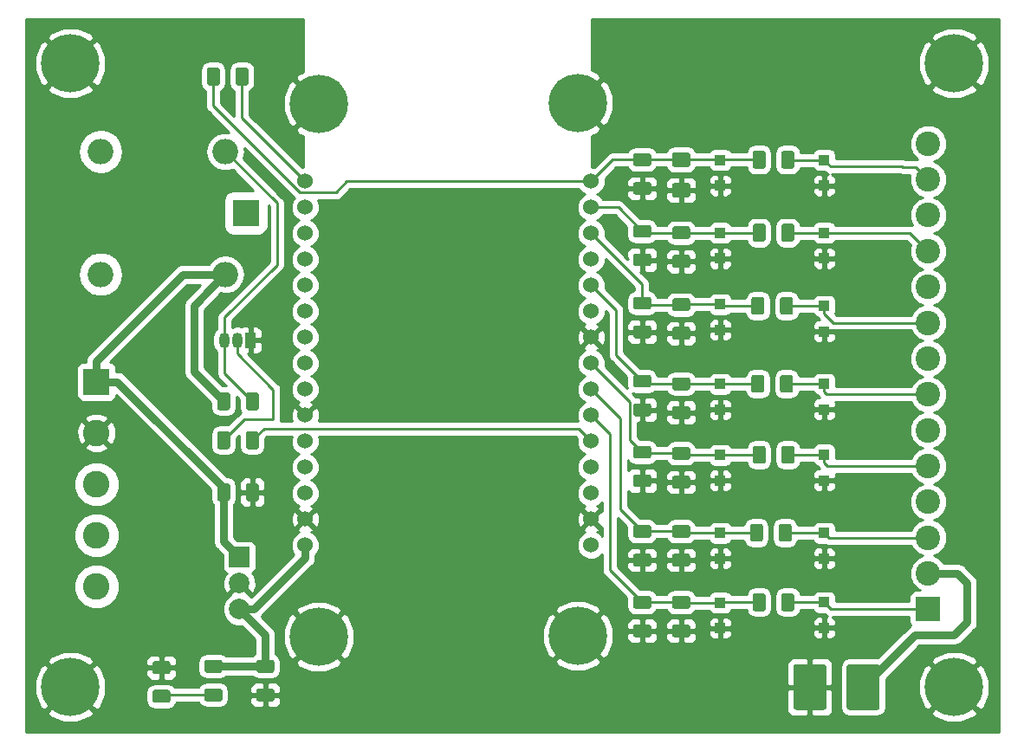
<source format=gbr>
G04 #@! TF.GenerationSoftware,KiCad,Pcbnew,(5.0.2)-1*
G04 #@! TF.CreationDate,2019-01-31T15:54:32+01:00*
G04 #@! TF.ProjectId,valve_reporter,76616c76-655f-4726-9570-6f727465722e,rev?*
G04 #@! TF.SameCoordinates,Original*
G04 #@! TF.FileFunction,Copper,L1,Top*
G04 #@! TF.FilePolarity,Positive*
%FSLAX46Y46*%
G04 Gerber Fmt 4.6, Leading zero omitted, Abs format (unit mm)*
G04 Created by KiCad (PCBNEW (5.0.2)-1) date 1/31/2019 3:54:32 PM*
%MOMM*%
%LPD*%
G01*
G04 APERTURE LIST*
G04 #@! TA.AperFunction,Conductor*
%ADD10C,0.100000*%
G04 #@! TD*
G04 #@! TA.AperFunction,SMDPad,CuDef*
%ADD11C,3.200000*%
G04 #@! TD*
G04 #@! TA.AperFunction,SMDPad,CuDef*
%ADD12R,1.000000X1.000000*%
G04 #@! TD*
G04 #@! TA.AperFunction,ComponentPad*
%ADD13R,2.400000X2.400000*%
G04 #@! TD*
G04 #@! TA.AperFunction,ComponentPad*
%ADD14C,2.400000*%
G04 #@! TD*
G04 #@! TA.AperFunction,ComponentPad*
%ADD15R,2.600000X2.600000*%
G04 #@! TD*
G04 #@! TA.AperFunction,ComponentPad*
%ADD16C,2.600000*%
G04 #@! TD*
G04 #@! TA.AperFunction,ComponentPad*
%ADD17C,5.700000*%
G04 #@! TD*
G04 #@! TA.AperFunction,SMDPad,CuDef*
%ADD18C,1.425000*%
G04 #@! TD*
G04 #@! TA.AperFunction,SMDPad,CuDef*
%ADD19C,1.250000*%
G04 #@! TD*
G04 #@! TA.AperFunction,ComponentPad*
%ADD20R,2.500000X2.500000*%
G04 #@! TD*
G04 #@! TA.AperFunction,ComponentPad*
%ADD21O,2.500000X2.500000*%
G04 #@! TD*
G04 #@! TA.AperFunction,ComponentPad*
%ADD22O,1.050000X1.500000*%
G04 #@! TD*
G04 #@! TA.AperFunction,ComponentPad*
%ADD23R,1.050000X1.500000*%
G04 #@! TD*
G04 #@! TA.AperFunction,ComponentPad*
%ADD24C,1.524000*%
G04 #@! TD*
G04 #@! TA.AperFunction,ComponentPad*
%ADD25R,2.000000X2.000000*%
G04 #@! TD*
G04 #@! TA.AperFunction,ComponentPad*
%ADD26C,2.000000*%
G04 #@! TD*
G04 #@! TA.AperFunction,Conductor*
%ADD27C,0.250000*%
G04 #@! TD*
G04 #@! TA.AperFunction,Conductor*
%ADD28C,0.750000*%
G04 #@! TD*
G04 #@! TA.AperFunction,Conductor*
%ADD29C,0.254000*%
G04 #@! TD*
G04 APERTURE END LIST*
D10*
G04 #@! TO.N,+12V*
G04 #@! TO.C,C10*
G36*
X165204504Y-132396204D02*
X165228773Y-132399804D01*
X165252571Y-132405765D01*
X165275671Y-132414030D01*
X165297849Y-132424520D01*
X165318893Y-132437133D01*
X165338598Y-132451747D01*
X165356777Y-132468223D01*
X165373253Y-132486402D01*
X165387867Y-132506107D01*
X165400480Y-132527151D01*
X165410970Y-132549329D01*
X165419235Y-132572429D01*
X165425196Y-132596227D01*
X165428796Y-132620496D01*
X165430000Y-132645000D01*
X165430000Y-136595000D01*
X165428796Y-136619504D01*
X165425196Y-136643773D01*
X165419235Y-136667571D01*
X165410970Y-136690671D01*
X165400480Y-136712849D01*
X165387867Y-136733893D01*
X165373253Y-136753598D01*
X165356777Y-136771777D01*
X165338598Y-136788253D01*
X165318893Y-136802867D01*
X165297849Y-136815480D01*
X165275671Y-136825970D01*
X165252571Y-136834235D01*
X165228773Y-136840196D01*
X165204504Y-136843796D01*
X165180000Y-136845000D01*
X162480000Y-136845000D01*
X162455496Y-136843796D01*
X162431227Y-136840196D01*
X162407429Y-136834235D01*
X162384329Y-136825970D01*
X162362151Y-136815480D01*
X162341107Y-136802867D01*
X162321402Y-136788253D01*
X162303223Y-136771777D01*
X162286747Y-136753598D01*
X162272133Y-136733893D01*
X162259520Y-136712849D01*
X162249030Y-136690671D01*
X162240765Y-136667571D01*
X162234804Y-136643773D01*
X162231204Y-136619504D01*
X162230000Y-136595000D01*
X162230000Y-132645000D01*
X162231204Y-132620496D01*
X162234804Y-132596227D01*
X162240765Y-132572429D01*
X162249030Y-132549329D01*
X162259520Y-132527151D01*
X162272133Y-132506107D01*
X162286747Y-132486402D01*
X162303223Y-132468223D01*
X162321402Y-132451747D01*
X162341107Y-132437133D01*
X162362151Y-132424520D01*
X162384329Y-132414030D01*
X162407429Y-132405765D01*
X162431227Y-132399804D01*
X162455496Y-132396204D01*
X162480000Y-132395000D01*
X165180000Y-132395000D01*
X165204504Y-132396204D01*
X165204504Y-132396204D01*
G37*
D11*
G04 #@! TD*
G04 #@! TO.P,C10,1*
G04 #@! TO.N,+12V*
X163830000Y-134620000D03*
D10*
G04 #@! TO.N,GND*
G04 #@! TO.C,C10*
G36*
X160004504Y-132396204D02*
X160028773Y-132399804D01*
X160052571Y-132405765D01*
X160075671Y-132414030D01*
X160097849Y-132424520D01*
X160118893Y-132437133D01*
X160138598Y-132451747D01*
X160156777Y-132468223D01*
X160173253Y-132486402D01*
X160187867Y-132506107D01*
X160200480Y-132527151D01*
X160210970Y-132549329D01*
X160219235Y-132572429D01*
X160225196Y-132596227D01*
X160228796Y-132620496D01*
X160230000Y-132645000D01*
X160230000Y-136595000D01*
X160228796Y-136619504D01*
X160225196Y-136643773D01*
X160219235Y-136667571D01*
X160210970Y-136690671D01*
X160200480Y-136712849D01*
X160187867Y-136733893D01*
X160173253Y-136753598D01*
X160156777Y-136771777D01*
X160138598Y-136788253D01*
X160118893Y-136802867D01*
X160097849Y-136815480D01*
X160075671Y-136825970D01*
X160052571Y-136834235D01*
X160028773Y-136840196D01*
X160004504Y-136843796D01*
X159980000Y-136845000D01*
X157280000Y-136845000D01*
X157255496Y-136843796D01*
X157231227Y-136840196D01*
X157207429Y-136834235D01*
X157184329Y-136825970D01*
X157162151Y-136815480D01*
X157141107Y-136802867D01*
X157121402Y-136788253D01*
X157103223Y-136771777D01*
X157086747Y-136753598D01*
X157072133Y-136733893D01*
X157059520Y-136712849D01*
X157049030Y-136690671D01*
X157040765Y-136667571D01*
X157034804Y-136643773D01*
X157031204Y-136619504D01*
X157030000Y-136595000D01*
X157030000Y-132645000D01*
X157031204Y-132620496D01*
X157034804Y-132596227D01*
X157040765Y-132572429D01*
X157049030Y-132549329D01*
X157059520Y-132527151D01*
X157072133Y-132506107D01*
X157086747Y-132486402D01*
X157103223Y-132468223D01*
X157121402Y-132451747D01*
X157141107Y-132437133D01*
X157162151Y-132424520D01*
X157184329Y-132414030D01*
X157207429Y-132405765D01*
X157231227Y-132399804D01*
X157255496Y-132396204D01*
X157280000Y-132395000D01*
X159980000Y-132395000D01*
X160004504Y-132396204D01*
X160004504Y-132396204D01*
G37*
D11*
G04 #@! TD*
G04 #@! TO.P,C10,2*
G04 #@! TO.N,GND*
X158630000Y-134620000D03*
D12*
G04 #@! TO.P,D8,2*
G04 #@! TO.N,GND*
X149860000Y-122050000D03*
G04 #@! TO.P,D8,1*
G04 #@! TO.N,Net-(C6-Pad1)*
X149860000Y-119550000D03*
G04 #@! TD*
G04 #@! TO.P,D6,1*
G04 #@! TO.N,Net-(C4-Pad1)*
X149860000Y-105000000D03*
G04 #@! TO.P,D6,2*
G04 #@! TO.N,GND*
X149860000Y-107500000D03*
G04 #@! TD*
G04 #@! TO.P,D4,2*
G04 #@! TO.N,GND*
X149860000Y-92720000D03*
G04 #@! TO.P,D4,1*
G04 #@! TO.N,Net-(C2-Pad1)*
X149860000Y-90220000D03*
G04 #@! TD*
G04 #@! TO.P,D5,1*
G04 #@! TO.N,Net-(C3-Pad1)*
X149860000Y-97210000D03*
G04 #@! TO.P,D5,2*
G04 #@! TO.N,GND*
X149860000Y-99710000D03*
G04 #@! TD*
G04 #@! TO.P,D7,2*
G04 #@! TO.N,GND*
X149860000Y-114430000D03*
G04 #@! TO.P,D7,1*
G04 #@! TO.N,Net-(C5-Pad1)*
X149860000Y-111930000D03*
G04 #@! TD*
G04 #@! TO.P,D9,1*
G04 #@! TO.N,Net-(C7-Pad1)*
X149860000Y-126350000D03*
G04 #@! TO.P,D9,2*
G04 #@! TO.N,GND*
X149860000Y-128850000D03*
G04 #@! TD*
G04 #@! TO.P,D3,2*
G04 #@! TO.N,GND*
X149860000Y-85590000D03*
G04 #@! TO.P,D3,1*
G04 #@! TO.N,Net-(C1-Pad1)*
X149860000Y-83090000D03*
G04 #@! TD*
D13*
G04 #@! TO.P,J2,1*
G04 #@! TO.N,Net-(D16-Pad1)*
X170180000Y-127000000D03*
D14*
G04 #@! TO.P,J2,2*
G04 #@! TO.N,+12V*
X170180000Y-123500000D03*
G04 #@! TO.P,J2,3*
G04 #@! TO.N,Net-(D15-Pad1)*
X170180000Y-120000000D03*
G04 #@! TO.P,J2,4*
G04 #@! TO.N,+12V*
X170180000Y-116500000D03*
G04 #@! TO.P,J2,5*
G04 #@! TO.N,Net-(D14-Pad1)*
X170180000Y-113000000D03*
G04 #@! TO.P,J2,6*
G04 #@! TO.N,+12V*
X170180000Y-109500000D03*
G04 #@! TO.P,J2,7*
G04 #@! TO.N,Net-(D13-Pad1)*
X170180000Y-106000000D03*
G04 #@! TO.P,J2,8*
G04 #@! TO.N,+12V*
X170180000Y-102500000D03*
G04 #@! TO.P,J2,9*
G04 #@! TO.N,Net-(D12-Pad1)*
X170180000Y-99000000D03*
G04 #@! TO.P,J2,10*
G04 #@! TO.N,+12V*
X170180000Y-95500000D03*
G04 #@! TO.P,J2,11*
G04 #@! TO.N,Net-(D11-Pad1)*
X170180000Y-92000000D03*
G04 #@! TO.P,J2,12*
G04 #@! TO.N,+12V*
X170180000Y-88500000D03*
G04 #@! TO.P,J2,13*
G04 #@! TO.N,Net-(D10-Pad1)*
X170180000Y-85000000D03*
G04 #@! TO.P,J2,14*
G04 #@! TO.N,+12V*
X170180000Y-81500000D03*
G04 #@! TD*
D15*
G04 #@! TO.P,J1,1*
G04 #@! TO.N,+12V*
X88900000Y-104775000D03*
D16*
G04 #@! TO.P,J1,2*
G04 #@! TO.N,GND*
X88900000Y-109775000D03*
G04 #@! TO.P,J1,3*
G04 #@! TO.N,/RelOn*
X88900000Y-114775000D03*
G04 #@! TO.P,J1,4*
G04 #@! TO.N,/RelOff*
X88900000Y-119775000D03*
G04 #@! TO.P,J1,5*
G04 #@! TO.N,/RelIn*
X88900000Y-124775000D03*
G04 #@! TD*
D17*
G04 #@! TO.P,H5,1*
G04 #@! TO.N,GND*
X135953500Y-129603500D03*
G04 #@! TD*
G04 #@! TO.P,H7,1*
G04 #@! TO.N,GND*
X135953500Y-77533500D03*
G04 #@! TD*
G04 #@! TO.P,H8,1*
G04 #@! TO.N,GND*
X110617000Y-129667000D03*
G04 #@! TD*
G04 #@! TO.P,H6,1*
G04 #@! TO.N,GND*
X110617000Y-77597000D03*
G04 #@! TD*
D10*
G04 #@! TO.N,Net-(C1-Pad1)*
G04 #@! TO.C,C1*
G36*
X146699504Y-82358704D02*
X146723773Y-82362304D01*
X146747571Y-82368265D01*
X146770671Y-82376530D01*
X146792849Y-82387020D01*
X146813893Y-82399633D01*
X146833598Y-82414247D01*
X146851777Y-82430723D01*
X146868253Y-82448902D01*
X146882867Y-82468607D01*
X146895480Y-82489651D01*
X146905970Y-82511829D01*
X146914235Y-82534929D01*
X146920196Y-82558727D01*
X146923796Y-82582996D01*
X146925000Y-82607500D01*
X146925000Y-83532500D01*
X146923796Y-83557004D01*
X146920196Y-83581273D01*
X146914235Y-83605071D01*
X146905970Y-83628171D01*
X146895480Y-83650349D01*
X146882867Y-83671393D01*
X146868253Y-83691098D01*
X146851777Y-83709277D01*
X146833598Y-83725753D01*
X146813893Y-83740367D01*
X146792849Y-83752980D01*
X146770671Y-83763470D01*
X146747571Y-83771735D01*
X146723773Y-83777696D01*
X146699504Y-83781296D01*
X146675000Y-83782500D01*
X145425000Y-83782500D01*
X145400496Y-83781296D01*
X145376227Y-83777696D01*
X145352429Y-83771735D01*
X145329329Y-83763470D01*
X145307151Y-83752980D01*
X145286107Y-83740367D01*
X145266402Y-83725753D01*
X145248223Y-83709277D01*
X145231747Y-83691098D01*
X145217133Y-83671393D01*
X145204520Y-83650349D01*
X145194030Y-83628171D01*
X145185765Y-83605071D01*
X145179804Y-83581273D01*
X145176204Y-83557004D01*
X145175000Y-83532500D01*
X145175000Y-82607500D01*
X145176204Y-82582996D01*
X145179804Y-82558727D01*
X145185765Y-82534929D01*
X145194030Y-82511829D01*
X145204520Y-82489651D01*
X145217133Y-82468607D01*
X145231747Y-82448902D01*
X145248223Y-82430723D01*
X145266402Y-82414247D01*
X145286107Y-82399633D01*
X145307151Y-82387020D01*
X145329329Y-82376530D01*
X145352429Y-82368265D01*
X145376227Y-82362304D01*
X145400496Y-82358704D01*
X145425000Y-82357500D01*
X146675000Y-82357500D01*
X146699504Y-82358704D01*
X146699504Y-82358704D01*
G37*
D18*
G04 #@! TD*
G04 #@! TO.P,C1,1*
G04 #@! TO.N,Net-(C1-Pad1)*
X146050000Y-83070000D03*
D10*
G04 #@! TO.N,GND*
G04 #@! TO.C,C1*
G36*
X146699504Y-85333704D02*
X146723773Y-85337304D01*
X146747571Y-85343265D01*
X146770671Y-85351530D01*
X146792849Y-85362020D01*
X146813893Y-85374633D01*
X146833598Y-85389247D01*
X146851777Y-85405723D01*
X146868253Y-85423902D01*
X146882867Y-85443607D01*
X146895480Y-85464651D01*
X146905970Y-85486829D01*
X146914235Y-85509929D01*
X146920196Y-85533727D01*
X146923796Y-85557996D01*
X146925000Y-85582500D01*
X146925000Y-86507500D01*
X146923796Y-86532004D01*
X146920196Y-86556273D01*
X146914235Y-86580071D01*
X146905970Y-86603171D01*
X146895480Y-86625349D01*
X146882867Y-86646393D01*
X146868253Y-86666098D01*
X146851777Y-86684277D01*
X146833598Y-86700753D01*
X146813893Y-86715367D01*
X146792849Y-86727980D01*
X146770671Y-86738470D01*
X146747571Y-86746735D01*
X146723773Y-86752696D01*
X146699504Y-86756296D01*
X146675000Y-86757500D01*
X145425000Y-86757500D01*
X145400496Y-86756296D01*
X145376227Y-86752696D01*
X145352429Y-86746735D01*
X145329329Y-86738470D01*
X145307151Y-86727980D01*
X145286107Y-86715367D01*
X145266402Y-86700753D01*
X145248223Y-86684277D01*
X145231747Y-86666098D01*
X145217133Y-86646393D01*
X145204520Y-86625349D01*
X145194030Y-86603171D01*
X145185765Y-86580071D01*
X145179804Y-86556273D01*
X145176204Y-86532004D01*
X145175000Y-86507500D01*
X145175000Y-85582500D01*
X145176204Y-85557996D01*
X145179804Y-85533727D01*
X145185765Y-85509929D01*
X145194030Y-85486829D01*
X145204520Y-85464651D01*
X145217133Y-85443607D01*
X145231747Y-85423902D01*
X145248223Y-85405723D01*
X145266402Y-85389247D01*
X145286107Y-85374633D01*
X145307151Y-85362020D01*
X145329329Y-85351530D01*
X145352429Y-85343265D01*
X145376227Y-85337304D01*
X145400496Y-85333704D01*
X145425000Y-85332500D01*
X146675000Y-85332500D01*
X146699504Y-85333704D01*
X146699504Y-85333704D01*
G37*
D18*
G04 #@! TD*
G04 #@! TO.P,C1,2*
G04 #@! TO.N,GND*
X146050000Y-86045000D03*
D10*
G04 #@! TO.N,GND*
G04 #@! TO.C,C2*
G36*
X146699504Y-92376204D02*
X146723773Y-92379804D01*
X146747571Y-92385765D01*
X146770671Y-92394030D01*
X146792849Y-92404520D01*
X146813893Y-92417133D01*
X146833598Y-92431747D01*
X146851777Y-92448223D01*
X146868253Y-92466402D01*
X146882867Y-92486107D01*
X146895480Y-92507151D01*
X146905970Y-92529329D01*
X146914235Y-92552429D01*
X146920196Y-92576227D01*
X146923796Y-92600496D01*
X146925000Y-92625000D01*
X146925000Y-93375000D01*
X146923796Y-93399504D01*
X146920196Y-93423773D01*
X146914235Y-93447571D01*
X146905970Y-93470671D01*
X146895480Y-93492849D01*
X146882867Y-93513893D01*
X146868253Y-93533598D01*
X146851777Y-93551777D01*
X146833598Y-93568253D01*
X146813893Y-93582867D01*
X146792849Y-93595480D01*
X146770671Y-93605970D01*
X146747571Y-93614235D01*
X146723773Y-93620196D01*
X146699504Y-93623796D01*
X146675000Y-93625000D01*
X145425000Y-93625000D01*
X145400496Y-93623796D01*
X145376227Y-93620196D01*
X145352429Y-93614235D01*
X145329329Y-93605970D01*
X145307151Y-93595480D01*
X145286107Y-93582867D01*
X145266402Y-93568253D01*
X145248223Y-93551777D01*
X145231747Y-93533598D01*
X145217133Y-93513893D01*
X145204520Y-93492849D01*
X145194030Y-93470671D01*
X145185765Y-93447571D01*
X145179804Y-93423773D01*
X145176204Y-93399504D01*
X145175000Y-93375000D01*
X145175000Y-92625000D01*
X145176204Y-92600496D01*
X145179804Y-92576227D01*
X145185765Y-92552429D01*
X145194030Y-92529329D01*
X145204520Y-92507151D01*
X145217133Y-92486107D01*
X145231747Y-92466402D01*
X145248223Y-92448223D01*
X145266402Y-92431747D01*
X145286107Y-92417133D01*
X145307151Y-92404520D01*
X145329329Y-92394030D01*
X145352429Y-92385765D01*
X145376227Y-92379804D01*
X145400496Y-92376204D01*
X145425000Y-92375000D01*
X146675000Y-92375000D01*
X146699504Y-92376204D01*
X146699504Y-92376204D01*
G37*
D19*
G04 #@! TD*
G04 #@! TO.P,C2,2*
G04 #@! TO.N,GND*
X146050000Y-93000000D03*
D10*
G04 #@! TO.N,Net-(C2-Pad1)*
G04 #@! TO.C,C2*
G36*
X146699504Y-89576204D02*
X146723773Y-89579804D01*
X146747571Y-89585765D01*
X146770671Y-89594030D01*
X146792849Y-89604520D01*
X146813893Y-89617133D01*
X146833598Y-89631747D01*
X146851777Y-89648223D01*
X146868253Y-89666402D01*
X146882867Y-89686107D01*
X146895480Y-89707151D01*
X146905970Y-89729329D01*
X146914235Y-89752429D01*
X146920196Y-89776227D01*
X146923796Y-89800496D01*
X146925000Y-89825000D01*
X146925000Y-90575000D01*
X146923796Y-90599504D01*
X146920196Y-90623773D01*
X146914235Y-90647571D01*
X146905970Y-90670671D01*
X146895480Y-90692849D01*
X146882867Y-90713893D01*
X146868253Y-90733598D01*
X146851777Y-90751777D01*
X146833598Y-90768253D01*
X146813893Y-90782867D01*
X146792849Y-90795480D01*
X146770671Y-90805970D01*
X146747571Y-90814235D01*
X146723773Y-90820196D01*
X146699504Y-90823796D01*
X146675000Y-90825000D01*
X145425000Y-90825000D01*
X145400496Y-90823796D01*
X145376227Y-90820196D01*
X145352429Y-90814235D01*
X145329329Y-90805970D01*
X145307151Y-90795480D01*
X145286107Y-90782867D01*
X145266402Y-90768253D01*
X145248223Y-90751777D01*
X145231747Y-90733598D01*
X145217133Y-90713893D01*
X145204520Y-90692849D01*
X145194030Y-90670671D01*
X145185765Y-90647571D01*
X145179804Y-90623773D01*
X145176204Y-90599504D01*
X145175000Y-90575000D01*
X145175000Y-89825000D01*
X145176204Y-89800496D01*
X145179804Y-89776227D01*
X145185765Y-89752429D01*
X145194030Y-89729329D01*
X145204520Y-89707151D01*
X145217133Y-89686107D01*
X145231747Y-89666402D01*
X145248223Y-89648223D01*
X145266402Y-89631747D01*
X145286107Y-89617133D01*
X145307151Y-89604520D01*
X145329329Y-89594030D01*
X145352429Y-89585765D01*
X145376227Y-89579804D01*
X145400496Y-89576204D01*
X145425000Y-89575000D01*
X146675000Y-89575000D01*
X146699504Y-89576204D01*
X146699504Y-89576204D01*
G37*
D19*
G04 #@! TD*
G04 #@! TO.P,C2,1*
G04 #@! TO.N,Net-(C2-Pad1)*
X146050000Y-90200000D03*
D10*
G04 #@! TO.N,Net-(C3-Pad1)*
G04 #@! TO.C,C3*
G36*
X146699504Y-96606204D02*
X146723773Y-96609804D01*
X146747571Y-96615765D01*
X146770671Y-96624030D01*
X146792849Y-96634520D01*
X146813893Y-96647133D01*
X146833598Y-96661747D01*
X146851777Y-96678223D01*
X146868253Y-96696402D01*
X146882867Y-96716107D01*
X146895480Y-96737151D01*
X146905970Y-96759329D01*
X146914235Y-96782429D01*
X146920196Y-96806227D01*
X146923796Y-96830496D01*
X146925000Y-96855000D01*
X146925000Y-97605000D01*
X146923796Y-97629504D01*
X146920196Y-97653773D01*
X146914235Y-97677571D01*
X146905970Y-97700671D01*
X146895480Y-97722849D01*
X146882867Y-97743893D01*
X146868253Y-97763598D01*
X146851777Y-97781777D01*
X146833598Y-97798253D01*
X146813893Y-97812867D01*
X146792849Y-97825480D01*
X146770671Y-97835970D01*
X146747571Y-97844235D01*
X146723773Y-97850196D01*
X146699504Y-97853796D01*
X146675000Y-97855000D01*
X145425000Y-97855000D01*
X145400496Y-97853796D01*
X145376227Y-97850196D01*
X145352429Y-97844235D01*
X145329329Y-97835970D01*
X145307151Y-97825480D01*
X145286107Y-97812867D01*
X145266402Y-97798253D01*
X145248223Y-97781777D01*
X145231747Y-97763598D01*
X145217133Y-97743893D01*
X145204520Y-97722849D01*
X145194030Y-97700671D01*
X145185765Y-97677571D01*
X145179804Y-97653773D01*
X145176204Y-97629504D01*
X145175000Y-97605000D01*
X145175000Y-96855000D01*
X145176204Y-96830496D01*
X145179804Y-96806227D01*
X145185765Y-96782429D01*
X145194030Y-96759329D01*
X145204520Y-96737151D01*
X145217133Y-96716107D01*
X145231747Y-96696402D01*
X145248223Y-96678223D01*
X145266402Y-96661747D01*
X145286107Y-96647133D01*
X145307151Y-96634520D01*
X145329329Y-96624030D01*
X145352429Y-96615765D01*
X145376227Y-96609804D01*
X145400496Y-96606204D01*
X145425000Y-96605000D01*
X146675000Y-96605000D01*
X146699504Y-96606204D01*
X146699504Y-96606204D01*
G37*
D19*
G04 #@! TD*
G04 #@! TO.P,C3,1*
G04 #@! TO.N,Net-(C3-Pad1)*
X146050000Y-97230000D03*
D10*
G04 #@! TO.N,GND*
G04 #@! TO.C,C3*
G36*
X146699504Y-99406204D02*
X146723773Y-99409804D01*
X146747571Y-99415765D01*
X146770671Y-99424030D01*
X146792849Y-99434520D01*
X146813893Y-99447133D01*
X146833598Y-99461747D01*
X146851777Y-99478223D01*
X146868253Y-99496402D01*
X146882867Y-99516107D01*
X146895480Y-99537151D01*
X146905970Y-99559329D01*
X146914235Y-99582429D01*
X146920196Y-99606227D01*
X146923796Y-99630496D01*
X146925000Y-99655000D01*
X146925000Y-100405000D01*
X146923796Y-100429504D01*
X146920196Y-100453773D01*
X146914235Y-100477571D01*
X146905970Y-100500671D01*
X146895480Y-100522849D01*
X146882867Y-100543893D01*
X146868253Y-100563598D01*
X146851777Y-100581777D01*
X146833598Y-100598253D01*
X146813893Y-100612867D01*
X146792849Y-100625480D01*
X146770671Y-100635970D01*
X146747571Y-100644235D01*
X146723773Y-100650196D01*
X146699504Y-100653796D01*
X146675000Y-100655000D01*
X145425000Y-100655000D01*
X145400496Y-100653796D01*
X145376227Y-100650196D01*
X145352429Y-100644235D01*
X145329329Y-100635970D01*
X145307151Y-100625480D01*
X145286107Y-100612867D01*
X145266402Y-100598253D01*
X145248223Y-100581777D01*
X145231747Y-100563598D01*
X145217133Y-100543893D01*
X145204520Y-100522849D01*
X145194030Y-100500671D01*
X145185765Y-100477571D01*
X145179804Y-100453773D01*
X145176204Y-100429504D01*
X145175000Y-100405000D01*
X145175000Y-99655000D01*
X145176204Y-99630496D01*
X145179804Y-99606227D01*
X145185765Y-99582429D01*
X145194030Y-99559329D01*
X145204520Y-99537151D01*
X145217133Y-99516107D01*
X145231747Y-99496402D01*
X145248223Y-99478223D01*
X145266402Y-99461747D01*
X145286107Y-99447133D01*
X145307151Y-99434520D01*
X145329329Y-99424030D01*
X145352429Y-99415765D01*
X145376227Y-99409804D01*
X145400496Y-99406204D01*
X145425000Y-99405000D01*
X146675000Y-99405000D01*
X146699504Y-99406204D01*
X146699504Y-99406204D01*
G37*
D19*
G04 #@! TD*
G04 #@! TO.P,C3,2*
G04 #@! TO.N,GND*
X146050000Y-100030000D03*
D10*
G04 #@! TO.N,GND*
G04 #@! TO.C,C4*
G36*
X146699504Y-107156204D02*
X146723773Y-107159804D01*
X146747571Y-107165765D01*
X146770671Y-107174030D01*
X146792849Y-107184520D01*
X146813893Y-107197133D01*
X146833598Y-107211747D01*
X146851777Y-107228223D01*
X146868253Y-107246402D01*
X146882867Y-107266107D01*
X146895480Y-107287151D01*
X146905970Y-107309329D01*
X146914235Y-107332429D01*
X146920196Y-107356227D01*
X146923796Y-107380496D01*
X146925000Y-107405000D01*
X146925000Y-108155000D01*
X146923796Y-108179504D01*
X146920196Y-108203773D01*
X146914235Y-108227571D01*
X146905970Y-108250671D01*
X146895480Y-108272849D01*
X146882867Y-108293893D01*
X146868253Y-108313598D01*
X146851777Y-108331777D01*
X146833598Y-108348253D01*
X146813893Y-108362867D01*
X146792849Y-108375480D01*
X146770671Y-108385970D01*
X146747571Y-108394235D01*
X146723773Y-108400196D01*
X146699504Y-108403796D01*
X146675000Y-108405000D01*
X145425000Y-108405000D01*
X145400496Y-108403796D01*
X145376227Y-108400196D01*
X145352429Y-108394235D01*
X145329329Y-108385970D01*
X145307151Y-108375480D01*
X145286107Y-108362867D01*
X145266402Y-108348253D01*
X145248223Y-108331777D01*
X145231747Y-108313598D01*
X145217133Y-108293893D01*
X145204520Y-108272849D01*
X145194030Y-108250671D01*
X145185765Y-108227571D01*
X145179804Y-108203773D01*
X145176204Y-108179504D01*
X145175000Y-108155000D01*
X145175000Y-107405000D01*
X145176204Y-107380496D01*
X145179804Y-107356227D01*
X145185765Y-107332429D01*
X145194030Y-107309329D01*
X145204520Y-107287151D01*
X145217133Y-107266107D01*
X145231747Y-107246402D01*
X145248223Y-107228223D01*
X145266402Y-107211747D01*
X145286107Y-107197133D01*
X145307151Y-107184520D01*
X145329329Y-107174030D01*
X145352429Y-107165765D01*
X145376227Y-107159804D01*
X145400496Y-107156204D01*
X145425000Y-107155000D01*
X146675000Y-107155000D01*
X146699504Y-107156204D01*
X146699504Y-107156204D01*
G37*
D19*
G04 #@! TD*
G04 #@! TO.P,C4,2*
G04 #@! TO.N,GND*
X146050000Y-107780000D03*
D10*
G04 #@! TO.N,Net-(C4-Pad1)*
G04 #@! TO.C,C4*
G36*
X146699504Y-104356204D02*
X146723773Y-104359804D01*
X146747571Y-104365765D01*
X146770671Y-104374030D01*
X146792849Y-104384520D01*
X146813893Y-104397133D01*
X146833598Y-104411747D01*
X146851777Y-104428223D01*
X146868253Y-104446402D01*
X146882867Y-104466107D01*
X146895480Y-104487151D01*
X146905970Y-104509329D01*
X146914235Y-104532429D01*
X146920196Y-104556227D01*
X146923796Y-104580496D01*
X146925000Y-104605000D01*
X146925000Y-105355000D01*
X146923796Y-105379504D01*
X146920196Y-105403773D01*
X146914235Y-105427571D01*
X146905970Y-105450671D01*
X146895480Y-105472849D01*
X146882867Y-105493893D01*
X146868253Y-105513598D01*
X146851777Y-105531777D01*
X146833598Y-105548253D01*
X146813893Y-105562867D01*
X146792849Y-105575480D01*
X146770671Y-105585970D01*
X146747571Y-105594235D01*
X146723773Y-105600196D01*
X146699504Y-105603796D01*
X146675000Y-105605000D01*
X145425000Y-105605000D01*
X145400496Y-105603796D01*
X145376227Y-105600196D01*
X145352429Y-105594235D01*
X145329329Y-105585970D01*
X145307151Y-105575480D01*
X145286107Y-105562867D01*
X145266402Y-105548253D01*
X145248223Y-105531777D01*
X145231747Y-105513598D01*
X145217133Y-105493893D01*
X145204520Y-105472849D01*
X145194030Y-105450671D01*
X145185765Y-105427571D01*
X145179804Y-105403773D01*
X145176204Y-105379504D01*
X145175000Y-105355000D01*
X145175000Y-104605000D01*
X145176204Y-104580496D01*
X145179804Y-104556227D01*
X145185765Y-104532429D01*
X145194030Y-104509329D01*
X145204520Y-104487151D01*
X145217133Y-104466107D01*
X145231747Y-104446402D01*
X145248223Y-104428223D01*
X145266402Y-104411747D01*
X145286107Y-104397133D01*
X145307151Y-104384520D01*
X145329329Y-104374030D01*
X145352429Y-104365765D01*
X145376227Y-104359804D01*
X145400496Y-104356204D01*
X145425000Y-104355000D01*
X146675000Y-104355000D01*
X146699504Y-104356204D01*
X146699504Y-104356204D01*
G37*
D19*
G04 #@! TD*
G04 #@! TO.P,C4,1*
G04 #@! TO.N,Net-(C4-Pad1)*
X146050000Y-104980000D03*
D10*
G04 #@! TO.N,GND*
G04 #@! TO.C,C5*
G36*
X146699504Y-113956204D02*
X146723773Y-113959804D01*
X146747571Y-113965765D01*
X146770671Y-113974030D01*
X146792849Y-113984520D01*
X146813893Y-113997133D01*
X146833598Y-114011747D01*
X146851777Y-114028223D01*
X146868253Y-114046402D01*
X146882867Y-114066107D01*
X146895480Y-114087151D01*
X146905970Y-114109329D01*
X146914235Y-114132429D01*
X146920196Y-114156227D01*
X146923796Y-114180496D01*
X146925000Y-114205000D01*
X146925000Y-114955000D01*
X146923796Y-114979504D01*
X146920196Y-115003773D01*
X146914235Y-115027571D01*
X146905970Y-115050671D01*
X146895480Y-115072849D01*
X146882867Y-115093893D01*
X146868253Y-115113598D01*
X146851777Y-115131777D01*
X146833598Y-115148253D01*
X146813893Y-115162867D01*
X146792849Y-115175480D01*
X146770671Y-115185970D01*
X146747571Y-115194235D01*
X146723773Y-115200196D01*
X146699504Y-115203796D01*
X146675000Y-115205000D01*
X145425000Y-115205000D01*
X145400496Y-115203796D01*
X145376227Y-115200196D01*
X145352429Y-115194235D01*
X145329329Y-115185970D01*
X145307151Y-115175480D01*
X145286107Y-115162867D01*
X145266402Y-115148253D01*
X145248223Y-115131777D01*
X145231747Y-115113598D01*
X145217133Y-115093893D01*
X145204520Y-115072849D01*
X145194030Y-115050671D01*
X145185765Y-115027571D01*
X145179804Y-115003773D01*
X145176204Y-114979504D01*
X145175000Y-114955000D01*
X145175000Y-114205000D01*
X145176204Y-114180496D01*
X145179804Y-114156227D01*
X145185765Y-114132429D01*
X145194030Y-114109329D01*
X145204520Y-114087151D01*
X145217133Y-114066107D01*
X145231747Y-114046402D01*
X145248223Y-114028223D01*
X145266402Y-114011747D01*
X145286107Y-113997133D01*
X145307151Y-113984520D01*
X145329329Y-113974030D01*
X145352429Y-113965765D01*
X145376227Y-113959804D01*
X145400496Y-113956204D01*
X145425000Y-113955000D01*
X146675000Y-113955000D01*
X146699504Y-113956204D01*
X146699504Y-113956204D01*
G37*
D19*
G04 #@! TD*
G04 #@! TO.P,C5,2*
G04 #@! TO.N,GND*
X146050000Y-114580000D03*
D10*
G04 #@! TO.N,Net-(C5-Pad1)*
G04 #@! TO.C,C5*
G36*
X146699504Y-111156204D02*
X146723773Y-111159804D01*
X146747571Y-111165765D01*
X146770671Y-111174030D01*
X146792849Y-111184520D01*
X146813893Y-111197133D01*
X146833598Y-111211747D01*
X146851777Y-111228223D01*
X146868253Y-111246402D01*
X146882867Y-111266107D01*
X146895480Y-111287151D01*
X146905970Y-111309329D01*
X146914235Y-111332429D01*
X146920196Y-111356227D01*
X146923796Y-111380496D01*
X146925000Y-111405000D01*
X146925000Y-112155000D01*
X146923796Y-112179504D01*
X146920196Y-112203773D01*
X146914235Y-112227571D01*
X146905970Y-112250671D01*
X146895480Y-112272849D01*
X146882867Y-112293893D01*
X146868253Y-112313598D01*
X146851777Y-112331777D01*
X146833598Y-112348253D01*
X146813893Y-112362867D01*
X146792849Y-112375480D01*
X146770671Y-112385970D01*
X146747571Y-112394235D01*
X146723773Y-112400196D01*
X146699504Y-112403796D01*
X146675000Y-112405000D01*
X145425000Y-112405000D01*
X145400496Y-112403796D01*
X145376227Y-112400196D01*
X145352429Y-112394235D01*
X145329329Y-112385970D01*
X145307151Y-112375480D01*
X145286107Y-112362867D01*
X145266402Y-112348253D01*
X145248223Y-112331777D01*
X145231747Y-112313598D01*
X145217133Y-112293893D01*
X145204520Y-112272849D01*
X145194030Y-112250671D01*
X145185765Y-112227571D01*
X145179804Y-112203773D01*
X145176204Y-112179504D01*
X145175000Y-112155000D01*
X145175000Y-111405000D01*
X145176204Y-111380496D01*
X145179804Y-111356227D01*
X145185765Y-111332429D01*
X145194030Y-111309329D01*
X145204520Y-111287151D01*
X145217133Y-111266107D01*
X145231747Y-111246402D01*
X145248223Y-111228223D01*
X145266402Y-111211747D01*
X145286107Y-111197133D01*
X145307151Y-111184520D01*
X145329329Y-111174030D01*
X145352429Y-111165765D01*
X145376227Y-111159804D01*
X145400496Y-111156204D01*
X145425000Y-111155000D01*
X146675000Y-111155000D01*
X146699504Y-111156204D01*
X146699504Y-111156204D01*
G37*
D19*
G04 #@! TD*
G04 #@! TO.P,C5,1*
G04 #@! TO.N,Net-(C5-Pad1)*
X146050000Y-111780000D03*
D10*
G04 #@! TO.N,Net-(C6-Pad1)*
G04 #@! TO.C,C6*
G36*
X146699504Y-118776204D02*
X146723773Y-118779804D01*
X146747571Y-118785765D01*
X146770671Y-118794030D01*
X146792849Y-118804520D01*
X146813893Y-118817133D01*
X146833598Y-118831747D01*
X146851777Y-118848223D01*
X146868253Y-118866402D01*
X146882867Y-118886107D01*
X146895480Y-118907151D01*
X146905970Y-118929329D01*
X146914235Y-118952429D01*
X146920196Y-118976227D01*
X146923796Y-119000496D01*
X146925000Y-119025000D01*
X146925000Y-119775000D01*
X146923796Y-119799504D01*
X146920196Y-119823773D01*
X146914235Y-119847571D01*
X146905970Y-119870671D01*
X146895480Y-119892849D01*
X146882867Y-119913893D01*
X146868253Y-119933598D01*
X146851777Y-119951777D01*
X146833598Y-119968253D01*
X146813893Y-119982867D01*
X146792849Y-119995480D01*
X146770671Y-120005970D01*
X146747571Y-120014235D01*
X146723773Y-120020196D01*
X146699504Y-120023796D01*
X146675000Y-120025000D01*
X145425000Y-120025000D01*
X145400496Y-120023796D01*
X145376227Y-120020196D01*
X145352429Y-120014235D01*
X145329329Y-120005970D01*
X145307151Y-119995480D01*
X145286107Y-119982867D01*
X145266402Y-119968253D01*
X145248223Y-119951777D01*
X145231747Y-119933598D01*
X145217133Y-119913893D01*
X145204520Y-119892849D01*
X145194030Y-119870671D01*
X145185765Y-119847571D01*
X145179804Y-119823773D01*
X145176204Y-119799504D01*
X145175000Y-119775000D01*
X145175000Y-119025000D01*
X145176204Y-119000496D01*
X145179804Y-118976227D01*
X145185765Y-118952429D01*
X145194030Y-118929329D01*
X145204520Y-118907151D01*
X145217133Y-118886107D01*
X145231747Y-118866402D01*
X145248223Y-118848223D01*
X145266402Y-118831747D01*
X145286107Y-118817133D01*
X145307151Y-118804520D01*
X145329329Y-118794030D01*
X145352429Y-118785765D01*
X145376227Y-118779804D01*
X145400496Y-118776204D01*
X145425000Y-118775000D01*
X146675000Y-118775000D01*
X146699504Y-118776204D01*
X146699504Y-118776204D01*
G37*
D19*
G04 #@! TD*
G04 #@! TO.P,C6,1*
G04 #@! TO.N,Net-(C6-Pad1)*
X146050000Y-119400000D03*
D10*
G04 #@! TO.N,GND*
G04 #@! TO.C,C6*
G36*
X146699504Y-121576204D02*
X146723773Y-121579804D01*
X146747571Y-121585765D01*
X146770671Y-121594030D01*
X146792849Y-121604520D01*
X146813893Y-121617133D01*
X146833598Y-121631747D01*
X146851777Y-121648223D01*
X146868253Y-121666402D01*
X146882867Y-121686107D01*
X146895480Y-121707151D01*
X146905970Y-121729329D01*
X146914235Y-121752429D01*
X146920196Y-121776227D01*
X146923796Y-121800496D01*
X146925000Y-121825000D01*
X146925000Y-122575000D01*
X146923796Y-122599504D01*
X146920196Y-122623773D01*
X146914235Y-122647571D01*
X146905970Y-122670671D01*
X146895480Y-122692849D01*
X146882867Y-122713893D01*
X146868253Y-122733598D01*
X146851777Y-122751777D01*
X146833598Y-122768253D01*
X146813893Y-122782867D01*
X146792849Y-122795480D01*
X146770671Y-122805970D01*
X146747571Y-122814235D01*
X146723773Y-122820196D01*
X146699504Y-122823796D01*
X146675000Y-122825000D01*
X145425000Y-122825000D01*
X145400496Y-122823796D01*
X145376227Y-122820196D01*
X145352429Y-122814235D01*
X145329329Y-122805970D01*
X145307151Y-122795480D01*
X145286107Y-122782867D01*
X145266402Y-122768253D01*
X145248223Y-122751777D01*
X145231747Y-122733598D01*
X145217133Y-122713893D01*
X145204520Y-122692849D01*
X145194030Y-122670671D01*
X145185765Y-122647571D01*
X145179804Y-122623773D01*
X145176204Y-122599504D01*
X145175000Y-122575000D01*
X145175000Y-121825000D01*
X145176204Y-121800496D01*
X145179804Y-121776227D01*
X145185765Y-121752429D01*
X145194030Y-121729329D01*
X145204520Y-121707151D01*
X145217133Y-121686107D01*
X145231747Y-121666402D01*
X145248223Y-121648223D01*
X145266402Y-121631747D01*
X145286107Y-121617133D01*
X145307151Y-121604520D01*
X145329329Y-121594030D01*
X145352429Y-121585765D01*
X145376227Y-121579804D01*
X145400496Y-121576204D01*
X145425000Y-121575000D01*
X146675000Y-121575000D01*
X146699504Y-121576204D01*
X146699504Y-121576204D01*
G37*
D19*
G04 #@! TD*
G04 #@! TO.P,C6,2*
G04 #@! TO.N,GND*
X146050000Y-122200000D03*
D10*
G04 #@! TO.N,Net-(C7-Pad1)*
G04 #@! TO.C,C7*
G36*
X146699504Y-125706204D02*
X146723773Y-125709804D01*
X146747571Y-125715765D01*
X146770671Y-125724030D01*
X146792849Y-125734520D01*
X146813893Y-125747133D01*
X146833598Y-125761747D01*
X146851777Y-125778223D01*
X146868253Y-125796402D01*
X146882867Y-125816107D01*
X146895480Y-125837151D01*
X146905970Y-125859329D01*
X146914235Y-125882429D01*
X146920196Y-125906227D01*
X146923796Y-125930496D01*
X146925000Y-125955000D01*
X146925000Y-126705000D01*
X146923796Y-126729504D01*
X146920196Y-126753773D01*
X146914235Y-126777571D01*
X146905970Y-126800671D01*
X146895480Y-126822849D01*
X146882867Y-126843893D01*
X146868253Y-126863598D01*
X146851777Y-126881777D01*
X146833598Y-126898253D01*
X146813893Y-126912867D01*
X146792849Y-126925480D01*
X146770671Y-126935970D01*
X146747571Y-126944235D01*
X146723773Y-126950196D01*
X146699504Y-126953796D01*
X146675000Y-126955000D01*
X145425000Y-126955000D01*
X145400496Y-126953796D01*
X145376227Y-126950196D01*
X145352429Y-126944235D01*
X145329329Y-126935970D01*
X145307151Y-126925480D01*
X145286107Y-126912867D01*
X145266402Y-126898253D01*
X145248223Y-126881777D01*
X145231747Y-126863598D01*
X145217133Y-126843893D01*
X145204520Y-126822849D01*
X145194030Y-126800671D01*
X145185765Y-126777571D01*
X145179804Y-126753773D01*
X145176204Y-126729504D01*
X145175000Y-126705000D01*
X145175000Y-125955000D01*
X145176204Y-125930496D01*
X145179804Y-125906227D01*
X145185765Y-125882429D01*
X145194030Y-125859329D01*
X145204520Y-125837151D01*
X145217133Y-125816107D01*
X145231747Y-125796402D01*
X145248223Y-125778223D01*
X145266402Y-125761747D01*
X145286107Y-125747133D01*
X145307151Y-125734520D01*
X145329329Y-125724030D01*
X145352429Y-125715765D01*
X145376227Y-125709804D01*
X145400496Y-125706204D01*
X145425000Y-125705000D01*
X146675000Y-125705000D01*
X146699504Y-125706204D01*
X146699504Y-125706204D01*
G37*
D19*
G04 #@! TD*
G04 #@! TO.P,C7,1*
G04 #@! TO.N,Net-(C7-Pad1)*
X146050000Y-126330000D03*
D10*
G04 #@! TO.N,GND*
G04 #@! TO.C,C7*
G36*
X146699504Y-128506204D02*
X146723773Y-128509804D01*
X146747571Y-128515765D01*
X146770671Y-128524030D01*
X146792849Y-128534520D01*
X146813893Y-128547133D01*
X146833598Y-128561747D01*
X146851777Y-128578223D01*
X146868253Y-128596402D01*
X146882867Y-128616107D01*
X146895480Y-128637151D01*
X146905970Y-128659329D01*
X146914235Y-128682429D01*
X146920196Y-128706227D01*
X146923796Y-128730496D01*
X146925000Y-128755000D01*
X146925000Y-129505000D01*
X146923796Y-129529504D01*
X146920196Y-129553773D01*
X146914235Y-129577571D01*
X146905970Y-129600671D01*
X146895480Y-129622849D01*
X146882867Y-129643893D01*
X146868253Y-129663598D01*
X146851777Y-129681777D01*
X146833598Y-129698253D01*
X146813893Y-129712867D01*
X146792849Y-129725480D01*
X146770671Y-129735970D01*
X146747571Y-129744235D01*
X146723773Y-129750196D01*
X146699504Y-129753796D01*
X146675000Y-129755000D01*
X145425000Y-129755000D01*
X145400496Y-129753796D01*
X145376227Y-129750196D01*
X145352429Y-129744235D01*
X145329329Y-129735970D01*
X145307151Y-129725480D01*
X145286107Y-129712867D01*
X145266402Y-129698253D01*
X145248223Y-129681777D01*
X145231747Y-129663598D01*
X145217133Y-129643893D01*
X145204520Y-129622849D01*
X145194030Y-129600671D01*
X145185765Y-129577571D01*
X145179804Y-129553773D01*
X145176204Y-129529504D01*
X145175000Y-129505000D01*
X145175000Y-128755000D01*
X145176204Y-128730496D01*
X145179804Y-128706227D01*
X145185765Y-128682429D01*
X145194030Y-128659329D01*
X145204520Y-128637151D01*
X145217133Y-128616107D01*
X145231747Y-128596402D01*
X145248223Y-128578223D01*
X145266402Y-128561747D01*
X145286107Y-128547133D01*
X145307151Y-128534520D01*
X145329329Y-128524030D01*
X145352429Y-128515765D01*
X145376227Y-128509804D01*
X145400496Y-128506204D01*
X145425000Y-128505000D01*
X146675000Y-128505000D01*
X146699504Y-128506204D01*
X146699504Y-128506204D01*
G37*
D19*
G04 #@! TD*
G04 #@! TO.P,C7,2*
G04 #@! TO.N,GND*
X146050000Y-129130000D03*
D10*
G04 #@! TO.N,GND*
G04 #@! TO.C,C8*
G36*
X104539504Y-114696204D02*
X104563773Y-114699804D01*
X104587571Y-114705765D01*
X104610671Y-114714030D01*
X104632849Y-114724520D01*
X104653893Y-114737133D01*
X104673598Y-114751747D01*
X104691777Y-114768223D01*
X104708253Y-114786402D01*
X104722867Y-114806107D01*
X104735480Y-114827151D01*
X104745970Y-114849329D01*
X104754235Y-114872429D01*
X104760196Y-114896227D01*
X104763796Y-114920496D01*
X104765000Y-114945000D01*
X104765000Y-116195000D01*
X104763796Y-116219504D01*
X104760196Y-116243773D01*
X104754235Y-116267571D01*
X104745970Y-116290671D01*
X104735480Y-116312849D01*
X104722867Y-116333893D01*
X104708253Y-116353598D01*
X104691777Y-116371777D01*
X104673598Y-116388253D01*
X104653893Y-116402867D01*
X104632849Y-116415480D01*
X104610671Y-116425970D01*
X104587571Y-116434235D01*
X104563773Y-116440196D01*
X104539504Y-116443796D01*
X104515000Y-116445000D01*
X103765000Y-116445000D01*
X103740496Y-116443796D01*
X103716227Y-116440196D01*
X103692429Y-116434235D01*
X103669329Y-116425970D01*
X103647151Y-116415480D01*
X103626107Y-116402867D01*
X103606402Y-116388253D01*
X103588223Y-116371777D01*
X103571747Y-116353598D01*
X103557133Y-116333893D01*
X103544520Y-116312849D01*
X103534030Y-116290671D01*
X103525765Y-116267571D01*
X103519804Y-116243773D01*
X103516204Y-116219504D01*
X103515000Y-116195000D01*
X103515000Y-114945000D01*
X103516204Y-114920496D01*
X103519804Y-114896227D01*
X103525765Y-114872429D01*
X103534030Y-114849329D01*
X103544520Y-114827151D01*
X103557133Y-114806107D01*
X103571747Y-114786402D01*
X103588223Y-114768223D01*
X103606402Y-114751747D01*
X103626107Y-114737133D01*
X103647151Y-114724520D01*
X103669329Y-114714030D01*
X103692429Y-114705765D01*
X103716227Y-114699804D01*
X103740496Y-114696204D01*
X103765000Y-114695000D01*
X104515000Y-114695000D01*
X104539504Y-114696204D01*
X104539504Y-114696204D01*
G37*
D19*
G04 #@! TD*
G04 #@! TO.P,C8,2*
G04 #@! TO.N,GND*
X104140000Y-115570000D03*
D10*
G04 #@! TO.N,+12V*
G04 #@! TO.C,C8*
G36*
X101739504Y-114696204D02*
X101763773Y-114699804D01*
X101787571Y-114705765D01*
X101810671Y-114714030D01*
X101832849Y-114724520D01*
X101853893Y-114737133D01*
X101873598Y-114751747D01*
X101891777Y-114768223D01*
X101908253Y-114786402D01*
X101922867Y-114806107D01*
X101935480Y-114827151D01*
X101945970Y-114849329D01*
X101954235Y-114872429D01*
X101960196Y-114896227D01*
X101963796Y-114920496D01*
X101965000Y-114945000D01*
X101965000Y-116195000D01*
X101963796Y-116219504D01*
X101960196Y-116243773D01*
X101954235Y-116267571D01*
X101945970Y-116290671D01*
X101935480Y-116312849D01*
X101922867Y-116333893D01*
X101908253Y-116353598D01*
X101891777Y-116371777D01*
X101873598Y-116388253D01*
X101853893Y-116402867D01*
X101832849Y-116415480D01*
X101810671Y-116425970D01*
X101787571Y-116434235D01*
X101763773Y-116440196D01*
X101739504Y-116443796D01*
X101715000Y-116445000D01*
X100965000Y-116445000D01*
X100940496Y-116443796D01*
X100916227Y-116440196D01*
X100892429Y-116434235D01*
X100869329Y-116425970D01*
X100847151Y-116415480D01*
X100826107Y-116402867D01*
X100806402Y-116388253D01*
X100788223Y-116371777D01*
X100771747Y-116353598D01*
X100757133Y-116333893D01*
X100744520Y-116312849D01*
X100734030Y-116290671D01*
X100725765Y-116267571D01*
X100719804Y-116243773D01*
X100716204Y-116219504D01*
X100715000Y-116195000D01*
X100715000Y-114945000D01*
X100716204Y-114920496D01*
X100719804Y-114896227D01*
X100725765Y-114872429D01*
X100734030Y-114849329D01*
X100744520Y-114827151D01*
X100757133Y-114806107D01*
X100771747Y-114786402D01*
X100788223Y-114768223D01*
X100806402Y-114751747D01*
X100826107Y-114737133D01*
X100847151Y-114724520D01*
X100869329Y-114714030D01*
X100892429Y-114705765D01*
X100916227Y-114699804D01*
X100940496Y-114696204D01*
X100965000Y-114695000D01*
X101715000Y-114695000D01*
X101739504Y-114696204D01*
X101739504Y-114696204D01*
G37*
D19*
G04 #@! TD*
G04 #@! TO.P,C8,1*
G04 #@! TO.N,+12V*
X101340000Y-115570000D03*
D10*
G04 #@! TO.N,+5V*
G04 #@! TO.C,C9*
G36*
X106059504Y-131961204D02*
X106083773Y-131964804D01*
X106107571Y-131970765D01*
X106130671Y-131979030D01*
X106152849Y-131989520D01*
X106173893Y-132002133D01*
X106193598Y-132016747D01*
X106211777Y-132033223D01*
X106228253Y-132051402D01*
X106242867Y-132071107D01*
X106255480Y-132092151D01*
X106265970Y-132114329D01*
X106274235Y-132137429D01*
X106280196Y-132161227D01*
X106283796Y-132185496D01*
X106285000Y-132210000D01*
X106285000Y-132960000D01*
X106283796Y-132984504D01*
X106280196Y-133008773D01*
X106274235Y-133032571D01*
X106265970Y-133055671D01*
X106255480Y-133077849D01*
X106242867Y-133098893D01*
X106228253Y-133118598D01*
X106211777Y-133136777D01*
X106193598Y-133153253D01*
X106173893Y-133167867D01*
X106152849Y-133180480D01*
X106130671Y-133190970D01*
X106107571Y-133199235D01*
X106083773Y-133205196D01*
X106059504Y-133208796D01*
X106035000Y-133210000D01*
X104785000Y-133210000D01*
X104760496Y-133208796D01*
X104736227Y-133205196D01*
X104712429Y-133199235D01*
X104689329Y-133190970D01*
X104667151Y-133180480D01*
X104646107Y-133167867D01*
X104626402Y-133153253D01*
X104608223Y-133136777D01*
X104591747Y-133118598D01*
X104577133Y-133098893D01*
X104564520Y-133077849D01*
X104554030Y-133055671D01*
X104545765Y-133032571D01*
X104539804Y-133008773D01*
X104536204Y-132984504D01*
X104535000Y-132960000D01*
X104535000Y-132210000D01*
X104536204Y-132185496D01*
X104539804Y-132161227D01*
X104545765Y-132137429D01*
X104554030Y-132114329D01*
X104564520Y-132092151D01*
X104577133Y-132071107D01*
X104591747Y-132051402D01*
X104608223Y-132033223D01*
X104626402Y-132016747D01*
X104646107Y-132002133D01*
X104667151Y-131989520D01*
X104689329Y-131979030D01*
X104712429Y-131970765D01*
X104736227Y-131964804D01*
X104760496Y-131961204D01*
X104785000Y-131960000D01*
X106035000Y-131960000D01*
X106059504Y-131961204D01*
X106059504Y-131961204D01*
G37*
D19*
G04 #@! TD*
G04 #@! TO.P,C9,1*
G04 #@! TO.N,+5V*
X105410000Y-132585000D03*
D10*
G04 #@! TO.N,GND*
G04 #@! TO.C,C9*
G36*
X106059504Y-134761204D02*
X106083773Y-134764804D01*
X106107571Y-134770765D01*
X106130671Y-134779030D01*
X106152849Y-134789520D01*
X106173893Y-134802133D01*
X106193598Y-134816747D01*
X106211777Y-134833223D01*
X106228253Y-134851402D01*
X106242867Y-134871107D01*
X106255480Y-134892151D01*
X106265970Y-134914329D01*
X106274235Y-134937429D01*
X106280196Y-134961227D01*
X106283796Y-134985496D01*
X106285000Y-135010000D01*
X106285000Y-135760000D01*
X106283796Y-135784504D01*
X106280196Y-135808773D01*
X106274235Y-135832571D01*
X106265970Y-135855671D01*
X106255480Y-135877849D01*
X106242867Y-135898893D01*
X106228253Y-135918598D01*
X106211777Y-135936777D01*
X106193598Y-135953253D01*
X106173893Y-135967867D01*
X106152849Y-135980480D01*
X106130671Y-135990970D01*
X106107571Y-135999235D01*
X106083773Y-136005196D01*
X106059504Y-136008796D01*
X106035000Y-136010000D01*
X104785000Y-136010000D01*
X104760496Y-136008796D01*
X104736227Y-136005196D01*
X104712429Y-135999235D01*
X104689329Y-135990970D01*
X104667151Y-135980480D01*
X104646107Y-135967867D01*
X104626402Y-135953253D01*
X104608223Y-135936777D01*
X104591747Y-135918598D01*
X104577133Y-135898893D01*
X104564520Y-135877849D01*
X104554030Y-135855671D01*
X104545765Y-135832571D01*
X104539804Y-135808773D01*
X104536204Y-135784504D01*
X104535000Y-135760000D01*
X104535000Y-135010000D01*
X104536204Y-134985496D01*
X104539804Y-134961227D01*
X104545765Y-134937429D01*
X104554030Y-134914329D01*
X104564520Y-134892151D01*
X104577133Y-134871107D01*
X104591747Y-134851402D01*
X104608223Y-134833223D01*
X104626402Y-134816747D01*
X104646107Y-134802133D01*
X104667151Y-134789520D01*
X104689329Y-134779030D01*
X104712429Y-134770765D01*
X104736227Y-134764804D01*
X104760496Y-134761204D01*
X104785000Y-134760000D01*
X106035000Y-134760000D01*
X106059504Y-134761204D01*
X106059504Y-134761204D01*
G37*
D19*
G04 #@! TD*
G04 #@! TO.P,C9,2*
G04 #@! TO.N,GND*
X105410000Y-135385000D03*
D10*
G04 #@! TO.N,GND*
G04 #@! TO.C,D1*
G36*
X95899504Y-132091204D02*
X95923773Y-132094804D01*
X95947571Y-132100765D01*
X95970671Y-132109030D01*
X95992849Y-132119520D01*
X96013893Y-132132133D01*
X96033598Y-132146747D01*
X96051777Y-132163223D01*
X96068253Y-132181402D01*
X96082867Y-132201107D01*
X96095480Y-132222151D01*
X96105970Y-132244329D01*
X96114235Y-132267429D01*
X96120196Y-132291227D01*
X96123796Y-132315496D01*
X96125000Y-132340000D01*
X96125000Y-133090000D01*
X96123796Y-133114504D01*
X96120196Y-133138773D01*
X96114235Y-133162571D01*
X96105970Y-133185671D01*
X96095480Y-133207849D01*
X96082867Y-133228893D01*
X96068253Y-133248598D01*
X96051777Y-133266777D01*
X96033598Y-133283253D01*
X96013893Y-133297867D01*
X95992849Y-133310480D01*
X95970671Y-133320970D01*
X95947571Y-133329235D01*
X95923773Y-133335196D01*
X95899504Y-133338796D01*
X95875000Y-133340000D01*
X94625000Y-133340000D01*
X94600496Y-133338796D01*
X94576227Y-133335196D01*
X94552429Y-133329235D01*
X94529329Y-133320970D01*
X94507151Y-133310480D01*
X94486107Y-133297867D01*
X94466402Y-133283253D01*
X94448223Y-133266777D01*
X94431747Y-133248598D01*
X94417133Y-133228893D01*
X94404520Y-133207849D01*
X94394030Y-133185671D01*
X94385765Y-133162571D01*
X94379804Y-133138773D01*
X94376204Y-133114504D01*
X94375000Y-133090000D01*
X94375000Y-132340000D01*
X94376204Y-132315496D01*
X94379804Y-132291227D01*
X94385765Y-132267429D01*
X94394030Y-132244329D01*
X94404520Y-132222151D01*
X94417133Y-132201107D01*
X94431747Y-132181402D01*
X94448223Y-132163223D01*
X94466402Y-132146747D01*
X94486107Y-132132133D01*
X94507151Y-132119520D01*
X94529329Y-132109030D01*
X94552429Y-132100765D01*
X94576227Y-132094804D01*
X94600496Y-132091204D01*
X94625000Y-132090000D01*
X95875000Y-132090000D01*
X95899504Y-132091204D01*
X95899504Y-132091204D01*
G37*
D19*
G04 #@! TD*
G04 #@! TO.P,D1,1*
G04 #@! TO.N,GND*
X95250000Y-132715000D03*
D10*
G04 #@! TO.N,Net-(D1-Pad2)*
G04 #@! TO.C,D1*
G36*
X95899504Y-134891204D02*
X95923773Y-134894804D01*
X95947571Y-134900765D01*
X95970671Y-134909030D01*
X95992849Y-134919520D01*
X96013893Y-134932133D01*
X96033598Y-134946747D01*
X96051777Y-134963223D01*
X96068253Y-134981402D01*
X96082867Y-135001107D01*
X96095480Y-135022151D01*
X96105970Y-135044329D01*
X96114235Y-135067429D01*
X96120196Y-135091227D01*
X96123796Y-135115496D01*
X96125000Y-135140000D01*
X96125000Y-135890000D01*
X96123796Y-135914504D01*
X96120196Y-135938773D01*
X96114235Y-135962571D01*
X96105970Y-135985671D01*
X96095480Y-136007849D01*
X96082867Y-136028893D01*
X96068253Y-136048598D01*
X96051777Y-136066777D01*
X96033598Y-136083253D01*
X96013893Y-136097867D01*
X95992849Y-136110480D01*
X95970671Y-136120970D01*
X95947571Y-136129235D01*
X95923773Y-136135196D01*
X95899504Y-136138796D01*
X95875000Y-136140000D01*
X94625000Y-136140000D01*
X94600496Y-136138796D01*
X94576227Y-136135196D01*
X94552429Y-136129235D01*
X94529329Y-136120970D01*
X94507151Y-136110480D01*
X94486107Y-136097867D01*
X94466402Y-136083253D01*
X94448223Y-136066777D01*
X94431747Y-136048598D01*
X94417133Y-136028893D01*
X94404520Y-136007849D01*
X94394030Y-135985671D01*
X94385765Y-135962571D01*
X94379804Y-135938773D01*
X94376204Y-135914504D01*
X94375000Y-135890000D01*
X94375000Y-135140000D01*
X94376204Y-135115496D01*
X94379804Y-135091227D01*
X94385765Y-135067429D01*
X94394030Y-135044329D01*
X94404520Y-135022151D01*
X94417133Y-135001107D01*
X94431747Y-134981402D01*
X94448223Y-134963223D01*
X94466402Y-134946747D01*
X94486107Y-134932133D01*
X94507151Y-134919520D01*
X94529329Y-134909030D01*
X94552429Y-134900765D01*
X94576227Y-134894804D01*
X94600496Y-134891204D01*
X94625000Y-134890000D01*
X95875000Y-134890000D01*
X95899504Y-134891204D01*
X95899504Y-134891204D01*
G37*
D19*
G04 #@! TD*
G04 #@! TO.P,D1,2*
G04 #@! TO.N,Net-(D1-Pad2)*
X95250000Y-135515000D03*
D10*
G04 #@! TO.N,+12V*
G04 #@! TO.C,D2*
G36*
X101739504Y-105806204D02*
X101763773Y-105809804D01*
X101787571Y-105815765D01*
X101810671Y-105824030D01*
X101832849Y-105834520D01*
X101853893Y-105847133D01*
X101873598Y-105861747D01*
X101891777Y-105878223D01*
X101908253Y-105896402D01*
X101922867Y-105916107D01*
X101935480Y-105937151D01*
X101945970Y-105959329D01*
X101954235Y-105982429D01*
X101960196Y-106006227D01*
X101963796Y-106030496D01*
X101965000Y-106055000D01*
X101965000Y-107305000D01*
X101963796Y-107329504D01*
X101960196Y-107353773D01*
X101954235Y-107377571D01*
X101945970Y-107400671D01*
X101935480Y-107422849D01*
X101922867Y-107443893D01*
X101908253Y-107463598D01*
X101891777Y-107481777D01*
X101873598Y-107498253D01*
X101853893Y-107512867D01*
X101832849Y-107525480D01*
X101810671Y-107535970D01*
X101787571Y-107544235D01*
X101763773Y-107550196D01*
X101739504Y-107553796D01*
X101715000Y-107555000D01*
X100965000Y-107555000D01*
X100940496Y-107553796D01*
X100916227Y-107550196D01*
X100892429Y-107544235D01*
X100869329Y-107535970D01*
X100847151Y-107525480D01*
X100826107Y-107512867D01*
X100806402Y-107498253D01*
X100788223Y-107481777D01*
X100771747Y-107463598D01*
X100757133Y-107443893D01*
X100744520Y-107422849D01*
X100734030Y-107400671D01*
X100725765Y-107377571D01*
X100719804Y-107353773D01*
X100716204Y-107329504D01*
X100715000Y-107305000D01*
X100715000Y-106055000D01*
X100716204Y-106030496D01*
X100719804Y-106006227D01*
X100725765Y-105982429D01*
X100734030Y-105959329D01*
X100744520Y-105937151D01*
X100757133Y-105916107D01*
X100771747Y-105896402D01*
X100788223Y-105878223D01*
X100806402Y-105861747D01*
X100826107Y-105847133D01*
X100847151Y-105834520D01*
X100869329Y-105824030D01*
X100892429Y-105815765D01*
X100916227Y-105809804D01*
X100940496Y-105806204D01*
X100965000Y-105805000D01*
X101715000Y-105805000D01*
X101739504Y-105806204D01*
X101739504Y-105806204D01*
G37*
D19*
G04 #@! TD*
G04 #@! TO.P,D2,1*
G04 #@! TO.N,+12V*
X101340000Y-106680000D03*
D10*
G04 #@! TO.N,Net-(D2-Pad2)*
G04 #@! TO.C,D2*
G36*
X104539504Y-105806204D02*
X104563773Y-105809804D01*
X104587571Y-105815765D01*
X104610671Y-105824030D01*
X104632849Y-105834520D01*
X104653893Y-105847133D01*
X104673598Y-105861747D01*
X104691777Y-105878223D01*
X104708253Y-105896402D01*
X104722867Y-105916107D01*
X104735480Y-105937151D01*
X104745970Y-105959329D01*
X104754235Y-105982429D01*
X104760196Y-106006227D01*
X104763796Y-106030496D01*
X104765000Y-106055000D01*
X104765000Y-107305000D01*
X104763796Y-107329504D01*
X104760196Y-107353773D01*
X104754235Y-107377571D01*
X104745970Y-107400671D01*
X104735480Y-107422849D01*
X104722867Y-107443893D01*
X104708253Y-107463598D01*
X104691777Y-107481777D01*
X104673598Y-107498253D01*
X104653893Y-107512867D01*
X104632849Y-107525480D01*
X104610671Y-107535970D01*
X104587571Y-107544235D01*
X104563773Y-107550196D01*
X104539504Y-107553796D01*
X104515000Y-107555000D01*
X103765000Y-107555000D01*
X103740496Y-107553796D01*
X103716227Y-107550196D01*
X103692429Y-107544235D01*
X103669329Y-107535970D01*
X103647151Y-107525480D01*
X103626107Y-107512867D01*
X103606402Y-107498253D01*
X103588223Y-107481777D01*
X103571747Y-107463598D01*
X103557133Y-107443893D01*
X103544520Y-107422849D01*
X103534030Y-107400671D01*
X103525765Y-107377571D01*
X103519804Y-107353773D01*
X103516204Y-107329504D01*
X103515000Y-107305000D01*
X103515000Y-106055000D01*
X103516204Y-106030496D01*
X103519804Y-106006227D01*
X103525765Y-105982429D01*
X103534030Y-105959329D01*
X103544520Y-105937151D01*
X103557133Y-105916107D01*
X103571747Y-105896402D01*
X103588223Y-105878223D01*
X103606402Y-105861747D01*
X103626107Y-105847133D01*
X103647151Y-105834520D01*
X103669329Y-105824030D01*
X103692429Y-105815765D01*
X103716227Y-105809804D01*
X103740496Y-105806204D01*
X103765000Y-105805000D01*
X104515000Y-105805000D01*
X104539504Y-105806204D01*
X104539504Y-105806204D01*
G37*
D19*
G04 #@! TD*
G04 #@! TO.P,D2,2*
G04 #@! TO.N,Net-(D2-Pad2)*
X104140000Y-106680000D03*
D12*
G04 #@! TO.P,D10,2*
G04 #@! TO.N,GND*
X160020000Y-85590000D03*
G04 #@! TO.P,D10,1*
G04 #@! TO.N,Net-(D10-Pad1)*
X160020000Y-83090000D03*
G04 #@! TD*
G04 #@! TO.P,D11,1*
G04 #@! TO.N,Net-(D11-Pad1)*
X160020000Y-90200000D03*
G04 #@! TO.P,D11,2*
G04 #@! TO.N,GND*
X160020000Y-92700000D03*
G04 #@! TD*
G04 #@! TO.P,D12,1*
G04 #@! TO.N,Net-(D12-Pad1)*
X160020000Y-97360000D03*
G04 #@! TO.P,D12,2*
G04 #@! TO.N,GND*
X160020000Y-99860000D03*
G04 #@! TD*
G04 #@! TO.P,D13,1*
G04 #@! TO.N,Net-(D13-Pad1)*
X160020000Y-104980000D03*
G04 #@! TO.P,D13,2*
G04 #@! TO.N,GND*
X160020000Y-107480000D03*
G04 #@! TD*
G04 #@! TO.P,D14,2*
G04 #@! TO.N,GND*
X160020000Y-114410000D03*
G04 #@! TO.P,D14,1*
G04 #@! TO.N,Net-(D14-Pad1)*
X160020000Y-111910000D03*
G04 #@! TD*
G04 #@! TO.P,D15,2*
G04 #@! TO.N,GND*
X160020000Y-122050000D03*
G04 #@! TO.P,D15,1*
G04 #@! TO.N,Net-(D15-Pad1)*
X160020000Y-119550000D03*
G04 #@! TD*
G04 #@! TO.P,D16,1*
G04 #@! TO.N,Net-(D16-Pad1)*
X160020000Y-126330000D03*
G04 #@! TO.P,D16,2*
G04 #@! TO.N,GND*
X160020000Y-128830000D03*
G04 #@! TD*
D17*
G04 #@! TO.P,H1,1*
G04 #@! TO.N,GND*
X172720000Y-134620000D03*
G04 #@! TD*
G04 #@! TO.P,H2,1*
G04 #@! TO.N,GND*
X86360000Y-134620000D03*
G04 #@! TD*
G04 #@! TO.P,H3,1*
G04 #@! TO.N,GND*
X86360000Y-73660000D03*
G04 #@! TD*
G04 #@! TO.P,H4,1*
G04 #@! TO.N,GND*
X172720000Y-73660000D03*
G04 #@! TD*
D20*
G04 #@! TO.P,K1,1*
G04 #@! TO.N,/RelIn*
X103505000Y-88265000D03*
D21*
G04 #@! TO.P,K1,2*
G04 #@! TO.N,Net-(D2-Pad2)*
X101505000Y-82265000D03*
G04 #@! TO.P,K1,3*
G04 #@! TO.N,/RelOff*
X89305000Y-82265000D03*
G04 #@! TO.P,K1,4*
G04 #@! TO.N,/RelOn*
X89305000Y-94265000D03*
G04 #@! TO.P,K1,5*
G04 #@! TO.N,+12V*
X101505000Y-94265000D03*
G04 #@! TD*
D22*
G04 #@! TO.P,Q1,2*
G04 #@! TO.N,Net-(Q1-Pad2)*
X102679500Y-100711000D03*
G04 #@! TO.P,Q1,3*
G04 #@! TO.N,Net-(D2-Pad2)*
X101409500Y-100711000D03*
D23*
G04 #@! TO.P,Q1,1*
G04 #@! TO.N,GND*
X103949500Y-100711000D03*
G04 #@! TD*
D10*
G04 #@! TO.N,Net-(D1-Pad2)*
G04 #@! TO.C,R1*
G36*
X100979504Y-134761204D02*
X101003773Y-134764804D01*
X101027571Y-134770765D01*
X101050671Y-134779030D01*
X101072849Y-134789520D01*
X101093893Y-134802133D01*
X101113598Y-134816747D01*
X101131777Y-134833223D01*
X101148253Y-134851402D01*
X101162867Y-134871107D01*
X101175480Y-134892151D01*
X101185970Y-134914329D01*
X101194235Y-134937429D01*
X101200196Y-134961227D01*
X101203796Y-134985496D01*
X101205000Y-135010000D01*
X101205000Y-135760000D01*
X101203796Y-135784504D01*
X101200196Y-135808773D01*
X101194235Y-135832571D01*
X101185970Y-135855671D01*
X101175480Y-135877849D01*
X101162867Y-135898893D01*
X101148253Y-135918598D01*
X101131777Y-135936777D01*
X101113598Y-135953253D01*
X101093893Y-135967867D01*
X101072849Y-135980480D01*
X101050671Y-135990970D01*
X101027571Y-135999235D01*
X101003773Y-136005196D01*
X100979504Y-136008796D01*
X100955000Y-136010000D01*
X99705000Y-136010000D01*
X99680496Y-136008796D01*
X99656227Y-136005196D01*
X99632429Y-135999235D01*
X99609329Y-135990970D01*
X99587151Y-135980480D01*
X99566107Y-135967867D01*
X99546402Y-135953253D01*
X99528223Y-135936777D01*
X99511747Y-135918598D01*
X99497133Y-135898893D01*
X99484520Y-135877849D01*
X99474030Y-135855671D01*
X99465765Y-135832571D01*
X99459804Y-135808773D01*
X99456204Y-135784504D01*
X99455000Y-135760000D01*
X99455000Y-135010000D01*
X99456204Y-134985496D01*
X99459804Y-134961227D01*
X99465765Y-134937429D01*
X99474030Y-134914329D01*
X99484520Y-134892151D01*
X99497133Y-134871107D01*
X99511747Y-134851402D01*
X99528223Y-134833223D01*
X99546402Y-134816747D01*
X99566107Y-134802133D01*
X99587151Y-134789520D01*
X99609329Y-134779030D01*
X99632429Y-134770765D01*
X99656227Y-134764804D01*
X99680496Y-134761204D01*
X99705000Y-134760000D01*
X100955000Y-134760000D01*
X100979504Y-134761204D01*
X100979504Y-134761204D01*
G37*
D19*
G04 #@! TD*
G04 #@! TO.P,R1,1*
G04 #@! TO.N,Net-(D1-Pad2)*
X100330000Y-135385000D03*
D10*
G04 #@! TO.N,+5V*
G04 #@! TO.C,R1*
G36*
X100979504Y-131961204D02*
X101003773Y-131964804D01*
X101027571Y-131970765D01*
X101050671Y-131979030D01*
X101072849Y-131989520D01*
X101093893Y-132002133D01*
X101113598Y-132016747D01*
X101131777Y-132033223D01*
X101148253Y-132051402D01*
X101162867Y-132071107D01*
X101175480Y-132092151D01*
X101185970Y-132114329D01*
X101194235Y-132137429D01*
X101200196Y-132161227D01*
X101203796Y-132185496D01*
X101205000Y-132210000D01*
X101205000Y-132960000D01*
X101203796Y-132984504D01*
X101200196Y-133008773D01*
X101194235Y-133032571D01*
X101185970Y-133055671D01*
X101175480Y-133077849D01*
X101162867Y-133098893D01*
X101148253Y-133118598D01*
X101131777Y-133136777D01*
X101113598Y-133153253D01*
X101093893Y-133167867D01*
X101072849Y-133180480D01*
X101050671Y-133190970D01*
X101027571Y-133199235D01*
X101003773Y-133205196D01*
X100979504Y-133208796D01*
X100955000Y-133210000D01*
X99705000Y-133210000D01*
X99680496Y-133208796D01*
X99656227Y-133205196D01*
X99632429Y-133199235D01*
X99609329Y-133190970D01*
X99587151Y-133180480D01*
X99566107Y-133167867D01*
X99546402Y-133153253D01*
X99528223Y-133136777D01*
X99511747Y-133118598D01*
X99497133Y-133098893D01*
X99484520Y-133077849D01*
X99474030Y-133055671D01*
X99465765Y-133032571D01*
X99459804Y-133008773D01*
X99456204Y-132984504D01*
X99455000Y-132960000D01*
X99455000Y-132210000D01*
X99456204Y-132185496D01*
X99459804Y-132161227D01*
X99465765Y-132137429D01*
X99474030Y-132114329D01*
X99484520Y-132092151D01*
X99497133Y-132071107D01*
X99511747Y-132051402D01*
X99528223Y-132033223D01*
X99546402Y-132016747D01*
X99566107Y-132002133D01*
X99587151Y-131989520D01*
X99609329Y-131979030D01*
X99632429Y-131970765D01*
X99656227Y-131964804D01*
X99680496Y-131961204D01*
X99705000Y-131960000D01*
X100955000Y-131960000D01*
X100979504Y-131961204D01*
X100979504Y-131961204D01*
G37*
D19*
G04 #@! TD*
G04 #@! TO.P,R1,2*
G04 #@! TO.N,+5V*
X100330000Y-132585000D03*
D10*
G04 #@! TO.N,Net-(Q1-Pad2)*
G04 #@! TO.C,R2*
G36*
X101739504Y-109616204D02*
X101763773Y-109619804D01*
X101787571Y-109625765D01*
X101810671Y-109634030D01*
X101832849Y-109644520D01*
X101853893Y-109657133D01*
X101873598Y-109671747D01*
X101891777Y-109688223D01*
X101908253Y-109706402D01*
X101922867Y-109726107D01*
X101935480Y-109747151D01*
X101945970Y-109769329D01*
X101954235Y-109792429D01*
X101960196Y-109816227D01*
X101963796Y-109840496D01*
X101965000Y-109865000D01*
X101965000Y-111115000D01*
X101963796Y-111139504D01*
X101960196Y-111163773D01*
X101954235Y-111187571D01*
X101945970Y-111210671D01*
X101935480Y-111232849D01*
X101922867Y-111253893D01*
X101908253Y-111273598D01*
X101891777Y-111291777D01*
X101873598Y-111308253D01*
X101853893Y-111322867D01*
X101832849Y-111335480D01*
X101810671Y-111345970D01*
X101787571Y-111354235D01*
X101763773Y-111360196D01*
X101739504Y-111363796D01*
X101715000Y-111365000D01*
X100965000Y-111365000D01*
X100940496Y-111363796D01*
X100916227Y-111360196D01*
X100892429Y-111354235D01*
X100869329Y-111345970D01*
X100847151Y-111335480D01*
X100826107Y-111322867D01*
X100806402Y-111308253D01*
X100788223Y-111291777D01*
X100771747Y-111273598D01*
X100757133Y-111253893D01*
X100744520Y-111232849D01*
X100734030Y-111210671D01*
X100725765Y-111187571D01*
X100719804Y-111163773D01*
X100716204Y-111139504D01*
X100715000Y-111115000D01*
X100715000Y-109865000D01*
X100716204Y-109840496D01*
X100719804Y-109816227D01*
X100725765Y-109792429D01*
X100734030Y-109769329D01*
X100744520Y-109747151D01*
X100757133Y-109726107D01*
X100771747Y-109706402D01*
X100788223Y-109688223D01*
X100806402Y-109671747D01*
X100826107Y-109657133D01*
X100847151Y-109644520D01*
X100869329Y-109634030D01*
X100892429Y-109625765D01*
X100916227Y-109619804D01*
X100940496Y-109616204D01*
X100965000Y-109615000D01*
X101715000Y-109615000D01*
X101739504Y-109616204D01*
X101739504Y-109616204D01*
G37*
D19*
G04 #@! TD*
G04 #@! TO.P,R2,1*
G04 #@! TO.N,Net-(Q1-Pad2)*
X101340000Y-110490000D03*
D10*
G04 #@! TO.N,Net-(R2-Pad2)*
G04 #@! TO.C,R2*
G36*
X104539504Y-109616204D02*
X104563773Y-109619804D01*
X104587571Y-109625765D01*
X104610671Y-109634030D01*
X104632849Y-109644520D01*
X104653893Y-109657133D01*
X104673598Y-109671747D01*
X104691777Y-109688223D01*
X104708253Y-109706402D01*
X104722867Y-109726107D01*
X104735480Y-109747151D01*
X104745970Y-109769329D01*
X104754235Y-109792429D01*
X104760196Y-109816227D01*
X104763796Y-109840496D01*
X104765000Y-109865000D01*
X104765000Y-111115000D01*
X104763796Y-111139504D01*
X104760196Y-111163773D01*
X104754235Y-111187571D01*
X104745970Y-111210671D01*
X104735480Y-111232849D01*
X104722867Y-111253893D01*
X104708253Y-111273598D01*
X104691777Y-111291777D01*
X104673598Y-111308253D01*
X104653893Y-111322867D01*
X104632849Y-111335480D01*
X104610671Y-111345970D01*
X104587571Y-111354235D01*
X104563773Y-111360196D01*
X104539504Y-111363796D01*
X104515000Y-111365000D01*
X103765000Y-111365000D01*
X103740496Y-111363796D01*
X103716227Y-111360196D01*
X103692429Y-111354235D01*
X103669329Y-111345970D01*
X103647151Y-111335480D01*
X103626107Y-111322867D01*
X103606402Y-111308253D01*
X103588223Y-111291777D01*
X103571747Y-111273598D01*
X103557133Y-111253893D01*
X103544520Y-111232849D01*
X103534030Y-111210671D01*
X103525765Y-111187571D01*
X103519804Y-111163773D01*
X103516204Y-111139504D01*
X103515000Y-111115000D01*
X103515000Y-109865000D01*
X103516204Y-109840496D01*
X103519804Y-109816227D01*
X103525765Y-109792429D01*
X103534030Y-109769329D01*
X103544520Y-109747151D01*
X103557133Y-109726107D01*
X103571747Y-109706402D01*
X103588223Y-109688223D01*
X103606402Y-109671747D01*
X103626107Y-109657133D01*
X103647151Y-109644520D01*
X103669329Y-109634030D01*
X103692429Y-109625765D01*
X103716227Y-109619804D01*
X103740496Y-109616204D01*
X103765000Y-109615000D01*
X104515000Y-109615000D01*
X104539504Y-109616204D01*
X104539504Y-109616204D01*
G37*
D19*
G04 #@! TD*
G04 #@! TO.P,R2,2*
G04 #@! TO.N,Net-(R2-Pad2)*
X104140000Y-110490000D03*
D10*
G04 #@! TO.N,Net-(C1-Pad1)*
G04 #@! TO.C,R3*
G36*
X142889504Y-82446204D02*
X142913773Y-82449804D01*
X142937571Y-82455765D01*
X142960671Y-82464030D01*
X142982849Y-82474520D01*
X143003893Y-82487133D01*
X143023598Y-82501747D01*
X143041777Y-82518223D01*
X143058253Y-82536402D01*
X143072867Y-82556107D01*
X143085480Y-82577151D01*
X143095970Y-82599329D01*
X143104235Y-82622429D01*
X143110196Y-82646227D01*
X143113796Y-82670496D01*
X143115000Y-82695000D01*
X143115000Y-83445000D01*
X143113796Y-83469504D01*
X143110196Y-83493773D01*
X143104235Y-83517571D01*
X143095970Y-83540671D01*
X143085480Y-83562849D01*
X143072867Y-83583893D01*
X143058253Y-83603598D01*
X143041777Y-83621777D01*
X143023598Y-83638253D01*
X143003893Y-83652867D01*
X142982849Y-83665480D01*
X142960671Y-83675970D01*
X142937571Y-83684235D01*
X142913773Y-83690196D01*
X142889504Y-83693796D01*
X142865000Y-83695000D01*
X141615000Y-83695000D01*
X141590496Y-83693796D01*
X141566227Y-83690196D01*
X141542429Y-83684235D01*
X141519329Y-83675970D01*
X141497151Y-83665480D01*
X141476107Y-83652867D01*
X141456402Y-83638253D01*
X141438223Y-83621777D01*
X141421747Y-83603598D01*
X141407133Y-83583893D01*
X141394520Y-83562849D01*
X141384030Y-83540671D01*
X141375765Y-83517571D01*
X141369804Y-83493773D01*
X141366204Y-83469504D01*
X141365000Y-83445000D01*
X141365000Y-82695000D01*
X141366204Y-82670496D01*
X141369804Y-82646227D01*
X141375765Y-82622429D01*
X141384030Y-82599329D01*
X141394520Y-82577151D01*
X141407133Y-82556107D01*
X141421747Y-82536402D01*
X141438223Y-82518223D01*
X141456402Y-82501747D01*
X141476107Y-82487133D01*
X141497151Y-82474520D01*
X141519329Y-82464030D01*
X141542429Y-82455765D01*
X141566227Y-82449804D01*
X141590496Y-82446204D01*
X141615000Y-82445000D01*
X142865000Y-82445000D01*
X142889504Y-82446204D01*
X142889504Y-82446204D01*
G37*
D19*
G04 #@! TD*
G04 #@! TO.P,R3,2*
G04 #@! TO.N,Net-(C1-Pad1)*
X142240000Y-83070000D03*
D10*
G04 #@! TO.N,GND*
G04 #@! TO.C,R3*
G36*
X142889504Y-85246204D02*
X142913773Y-85249804D01*
X142937571Y-85255765D01*
X142960671Y-85264030D01*
X142982849Y-85274520D01*
X143003893Y-85287133D01*
X143023598Y-85301747D01*
X143041777Y-85318223D01*
X143058253Y-85336402D01*
X143072867Y-85356107D01*
X143085480Y-85377151D01*
X143095970Y-85399329D01*
X143104235Y-85422429D01*
X143110196Y-85446227D01*
X143113796Y-85470496D01*
X143115000Y-85495000D01*
X143115000Y-86245000D01*
X143113796Y-86269504D01*
X143110196Y-86293773D01*
X143104235Y-86317571D01*
X143095970Y-86340671D01*
X143085480Y-86362849D01*
X143072867Y-86383893D01*
X143058253Y-86403598D01*
X143041777Y-86421777D01*
X143023598Y-86438253D01*
X143003893Y-86452867D01*
X142982849Y-86465480D01*
X142960671Y-86475970D01*
X142937571Y-86484235D01*
X142913773Y-86490196D01*
X142889504Y-86493796D01*
X142865000Y-86495000D01*
X141615000Y-86495000D01*
X141590496Y-86493796D01*
X141566227Y-86490196D01*
X141542429Y-86484235D01*
X141519329Y-86475970D01*
X141497151Y-86465480D01*
X141476107Y-86452867D01*
X141456402Y-86438253D01*
X141438223Y-86421777D01*
X141421747Y-86403598D01*
X141407133Y-86383893D01*
X141394520Y-86362849D01*
X141384030Y-86340671D01*
X141375765Y-86317571D01*
X141369804Y-86293773D01*
X141366204Y-86269504D01*
X141365000Y-86245000D01*
X141365000Y-85495000D01*
X141366204Y-85470496D01*
X141369804Y-85446227D01*
X141375765Y-85422429D01*
X141384030Y-85399329D01*
X141394520Y-85377151D01*
X141407133Y-85356107D01*
X141421747Y-85336402D01*
X141438223Y-85318223D01*
X141456402Y-85301747D01*
X141476107Y-85287133D01*
X141497151Y-85274520D01*
X141519329Y-85264030D01*
X141542429Y-85255765D01*
X141566227Y-85249804D01*
X141590496Y-85246204D01*
X141615000Y-85245000D01*
X142865000Y-85245000D01*
X142889504Y-85246204D01*
X142889504Y-85246204D01*
G37*
D19*
G04 #@! TD*
G04 #@! TO.P,R3,1*
G04 #@! TO.N,GND*
X142240000Y-85870000D03*
D10*
G04 #@! TO.N,Net-(C2-Pad1)*
G04 #@! TO.C,R4*
G36*
X142889504Y-89446204D02*
X142913773Y-89449804D01*
X142937571Y-89455765D01*
X142960671Y-89464030D01*
X142982849Y-89474520D01*
X143003893Y-89487133D01*
X143023598Y-89501747D01*
X143041777Y-89518223D01*
X143058253Y-89536402D01*
X143072867Y-89556107D01*
X143085480Y-89577151D01*
X143095970Y-89599329D01*
X143104235Y-89622429D01*
X143110196Y-89646227D01*
X143113796Y-89670496D01*
X143115000Y-89695000D01*
X143115000Y-90445000D01*
X143113796Y-90469504D01*
X143110196Y-90493773D01*
X143104235Y-90517571D01*
X143095970Y-90540671D01*
X143085480Y-90562849D01*
X143072867Y-90583893D01*
X143058253Y-90603598D01*
X143041777Y-90621777D01*
X143023598Y-90638253D01*
X143003893Y-90652867D01*
X142982849Y-90665480D01*
X142960671Y-90675970D01*
X142937571Y-90684235D01*
X142913773Y-90690196D01*
X142889504Y-90693796D01*
X142865000Y-90695000D01*
X141615000Y-90695000D01*
X141590496Y-90693796D01*
X141566227Y-90690196D01*
X141542429Y-90684235D01*
X141519329Y-90675970D01*
X141497151Y-90665480D01*
X141476107Y-90652867D01*
X141456402Y-90638253D01*
X141438223Y-90621777D01*
X141421747Y-90603598D01*
X141407133Y-90583893D01*
X141394520Y-90562849D01*
X141384030Y-90540671D01*
X141375765Y-90517571D01*
X141369804Y-90493773D01*
X141366204Y-90469504D01*
X141365000Y-90445000D01*
X141365000Y-89695000D01*
X141366204Y-89670496D01*
X141369804Y-89646227D01*
X141375765Y-89622429D01*
X141384030Y-89599329D01*
X141394520Y-89577151D01*
X141407133Y-89556107D01*
X141421747Y-89536402D01*
X141438223Y-89518223D01*
X141456402Y-89501747D01*
X141476107Y-89487133D01*
X141497151Y-89474520D01*
X141519329Y-89464030D01*
X141542429Y-89455765D01*
X141566227Y-89449804D01*
X141590496Y-89446204D01*
X141615000Y-89445000D01*
X142865000Y-89445000D01*
X142889504Y-89446204D01*
X142889504Y-89446204D01*
G37*
D19*
G04 #@! TD*
G04 #@! TO.P,R4,2*
G04 #@! TO.N,Net-(C2-Pad1)*
X142240000Y-90070000D03*
D10*
G04 #@! TO.N,GND*
G04 #@! TO.C,R4*
G36*
X142889504Y-92246204D02*
X142913773Y-92249804D01*
X142937571Y-92255765D01*
X142960671Y-92264030D01*
X142982849Y-92274520D01*
X143003893Y-92287133D01*
X143023598Y-92301747D01*
X143041777Y-92318223D01*
X143058253Y-92336402D01*
X143072867Y-92356107D01*
X143085480Y-92377151D01*
X143095970Y-92399329D01*
X143104235Y-92422429D01*
X143110196Y-92446227D01*
X143113796Y-92470496D01*
X143115000Y-92495000D01*
X143115000Y-93245000D01*
X143113796Y-93269504D01*
X143110196Y-93293773D01*
X143104235Y-93317571D01*
X143095970Y-93340671D01*
X143085480Y-93362849D01*
X143072867Y-93383893D01*
X143058253Y-93403598D01*
X143041777Y-93421777D01*
X143023598Y-93438253D01*
X143003893Y-93452867D01*
X142982849Y-93465480D01*
X142960671Y-93475970D01*
X142937571Y-93484235D01*
X142913773Y-93490196D01*
X142889504Y-93493796D01*
X142865000Y-93495000D01*
X141615000Y-93495000D01*
X141590496Y-93493796D01*
X141566227Y-93490196D01*
X141542429Y-93484235D01*
X141519329Y-93475970D01*
X141497151Y-93465480D01*
X141476107Y-93452867D01*
X141456402Y-93438253D01*
X141438223Y-93421777D01*
X141421747Y-93403598D01*
X141407133Y-93383893D01*
X141394520Y-93362849D01*
X141384030Y-93340671D01*
X141375765Y-93317571D01*
X141369804Y-93293773D01*
X141366204Y-93269504D01*
X141365000Y-93245000D01*
X141365000Y-92495000D01*
X141366204Y-92470496D01*
X141369804Y-92446227D01*
X141375765Y-92422429D01*
X141384030Y-92399329D01*
X141394520Y-92377151D01*
X141407133Y-92356107D01*
X141421747Y-92336402D01*
X141438223Y-92318223D01*
X141456402Y-92301747D01*
X141476107Y-92287133D01*
X141497151Y-92274520D01*
X141519329Y-92264030D01*
X141542429Y-92255765D01*
X141566227Y-92249804D01*
X141590496Y-92246204D01*
X141615000Y-92245000D01*
X142865000Y-92245000D01*
X142889504Y-92246204D01*
X142889504Y-92246204D01*
G37*
D19*
G04 #@! TD*
G04 #@! TO.P,R4,1*
G04 #@! TO.N,GND*
X142240000Y-92870000D03*
D10*
G04 #@! TO.N,Net-(C3-Pad1)*
G04 #@! TO.C,R5*
G36*
X142889504Y-96476204D02*
X142913773Y-96479804D01*
X142937571Y-96485765D01*
X142960671Y-96494030D01*
X142982849Y-96504520D01*
X143003893Y-96517133D01*
X143023598Y-96531747D01*
X143041777Y-96548223D01*
X143058253Y-96566402D01*
X143072867Y-96586107D01*
X143085480Y-96607151D01*
X143095970Y-96629329D01*
X143104235Y-96652429D01*
X143110196Y-96676227D01*
X143113796Y-96700496D01*
X143115000Y-96725000D01*
X143115000Y-97475000D01*
X143113796Y-97499504D01*
X143110196Y-97523773D01*
X143104235Y-97547571D01*
X143095970Y-97570671D01*
X143085480Y-97592849D01*
X143072867Y-97613893D01*
X143058253Y-97633598D01*
X143041777Y-97651777D01*
X143023598Y-97668253D01*
X143003893Y-97682867D01*
X142982849Y-97695480D01*
X142960671Y-97705970D01*
X142937571Y-97714235D01*
X142913773Y-97720196D01*
X142889504Y-97723796D01*
X142865000Y-97725000D01*
X141615000Y-97725000D01*
X141590496Y-97723796D01*
X141566227Y-97720196D01*
X141542429Y-97714235D01*
X141519329Y-97705970D01*
X141497151Y-97695480D01*
X141476107Y-97682867D01*
X141456402Y-97668253D01*
X141438223Y-97651777D01*
X141421747Y-97633598D01*
X141407133Y-97613893D01*
X141394520Y-97592849D01*
X141384030Y-97570671D01*
X141375765Y-97547571D01*
X141369804Y-97523773D01*
X141366204Y-97499504D01*
X141365000Y-97475000D01*
X141365000Y-96725000D01*
X141366204Y-96700496D01*
X141369804Y-96676227D01*
X141375765Y-96652429D01*
X141384030Y-96629329D01*
X141394520Y-96607151D01*
X141407133Y-96586107D01*
X141421747Y-96566402D01*
X141438223Y-96548223D01*
X141456402Y-96531747D01*
X141476107Y-96517133D01*
X141497151Y-96504520D01*
X141519329Y-96494030D01*
X141542429Y-96485765D01*
X141566227Y-96479804D01*
X141590496Y-96476204D01*
X141615000Y-96475000D01*
X142865000Y-96475000D01*
X142889504Y-96476204D01*
X142889504Y-96476204D01*
G37*
D19*
G04 #@! TD*
G04 #@! TO.P,R5,2*
G04 #@! TO.N,Net-(C3-Pad1)*
X142240000Y-97100000D03*
D10*
G04 #@! TO.N,GND*
G04 #@! TO.C,R5*
G36*
X142889504Y-99276204D02*
X142913773Y-99279804D01*
X142937571Y-99285765D01*
X142960671Y-99294030D01*
X142982849Y-99304520D01*
X143003893Y-99317133D01*
X143023598Y-99331747D01*
X143041777Y-99348223D01*
X143058253Y-99366402D01*
X143072867Y-99386107D01*
X143085480Y-99407151D01*
X143095970Y-99429329D01*
X143104235Y-99452429D01*
X143110196Y-99476227D01*
X143113796Y-99500496D01*
X143115000Y-99525000D01*
X143115000Y-100275000D01*
X143113796Y-100299504D01*
X143110196Y-100323773D01*
X143104235Y-100347571D01*
X143095970Y-100370671D01*
X143085480Y-100392849D01*
X143072867Y-100413893D01*
X143058253Y-100433598D01*
X143041777Y-100451777D01*
X143023598Y-100468253D01*
X143003893Y-100482867D01*
X142982849Y-100495480D01*
X142960671Y-100505970D01*
X142937571Y-100514235D01*
X142913773Y-100520196D01*
X142889504Y-100523796D01*
X142865000Y-100525000D01*
X141615000Y-100525000D01*
X141590496Y-100523796D01*
X141566227Y-100520196D01*
X141542429Y-100514235D01*
X141519329Y-100505970D01*
X141497151Y-100495480D01*
X141476107Y-100482867D01*
X141456402Y-100468253D01*
X141438223Y-100451777D01*
X141421747Y-100433598D01*
X141407133Y-100413893D01*
X141394520Y-100392849D01*
X141384030Y-100370671D01*
X141375765Y-100347571D01*
X141369804Y-100323773D01*
X141366204Y-100299504D01*
X141365000Y-100275000D01*
X141365000Y-99525000D01*
X141366204Y-99500496D01*
X141369804Y-99476227D01*
X141375765Y-99452429D01*
X141384030Y-99429329D01*
X141394520Y-99407151D01*
X141407133Y-99386107D01*
X141421747Y-99366402D01*
X141438223Y-99348223D01*
X141456402Y-99331747D01*
X141476107Y-99317133D01*
X141497151Y-99304520D01*
X141519329Y-99294030D01*
X141542429Y-99285765D01*
X141566227Y-99279804D01*
X141590496Y-99276204D01*
X141615000Y-99275000D01*
X142865000Y-99275000D01*
X142889504Y-99276204D01*
X142889504Y-99276204D01*
G37*
D19*
G04 #@! TD*
G04 #@! TO.P,R5,1*
G04 #@! TO.N,GND*
X142240000Y-99900000D03*
D10*
G04 #@! TO.N,GND*
G04 #@! TO.C,R6*
G36*
X142889504Y-106896204D02*
X142913773Y-106899804D01*
X142937571Y-106905765D01*
X142960671Y-106914030D01*
X142982849Y-106924520D01*
X143003893Y-106937133D01*
X143023598Y-106951747D01*
X143041777Y-106968223D01*
X143058253Y-106986402D01*
X143072867Y-107006107D01*
X143085480Y-107027151D01*
X143095970Y-107049329D01*
X143104235Y-107072429D01*
X143110196Y-107096227D01*
X143113796Y-107120496D01*
X143115000Y-107145000D01*
X143115000Y-107895000D01*
X143113796Y-107919504D01*
X143110196Y-107943773D01*
X143104235Y-107967571D01*
X143095970Y-107990671D01*
X143085480Y-108012849D01*
X143072867Y-108033893D01*
X143058253Y-108053598D01*
X143041777Y-108071777D01*
X143023598Y-108088253D01*
X143003893Y-108102867D01*
X142982849Y-108115480D01*
X142960671Y-108125970D01*
X142937571Y-108134235D01*
X142913773Y-108140196D01*
X142889504Y-108143796D01*
X142865000Y-108145000D01*
X141615000Y-108145000D01*
X141590496Y-108143796D01*
X141566227Y-108140196D01*
X141542429Y-108134235D01*
X141519329Y-108125970D01*
X141497151Y-108115480D01*
X141476107Y-108102867D01*
X141456402Y-108088253D01*
X141438223Y-108071777D01*
X141421747Y-108053598D01*
X141407133Y-108033893D01*
X141394520Y-108012849D01*
X141384030Y-107990671D01*
X141375765Y-107967571D01*
X141369804Y-107943773D01*
X141366204Y-107919504D01*
X141365000Y-107895000D01*
X141365000Y-107145000D01*
X141366204Y-107120496D01*
X141369804Y-107096227D01*
X141375765Y-107072429D01*
X141384030Y-107049329D01*
X141394520Y-107027151D01*
X141407133Y-107006107D01*
X141421747Y-106986402D01*
X141438223Y-106968223D01*
X141456402Y-106951747D01*
X141476107Y-106937133D01*
X141497151Y-106924520D01*
X141519329Y-106914030D01*
X141542429Y-106905765D01*
X141566227Y-106899804D01*
X141590496Y-106896204D01*
X141615000Y-106895000D01*
X142865000Y-106895000D01*
X142889504Y-106896204D01*
X142889504Y-106896204D01*
G37*
D19*
G04 #@! TD*
G04 #@! TO.P,R6,1*
G04 #@! TO.N,GND*
X142240000Y-107520000D03*
D10*
G04 #@! TO.N,Net-(C4-Pad1)*
G04 #@! TO.C,R6*
G36*
X142889504Y-104096204D02*
X142913773Y-104099804D01*
X142937571Y-104105765D01*
X142960671Y-104114030D01*
X142982849Y-104124520D01*
X143003893Y-104137133D01*
X143023598Y-104151747D01*
X143041777Y-104168223D01*
X143058253Y-104186402D01*
X143072867Y-104206107D01*
X143085480Y-104227151D01*
X143095970Y-104249329D01*
X143104235Y-104272429D01*
X143110196Y-104296227D01*
X143113796Y-104320496D01*
X143115000Y-104345000D01*
X143115000Y-105095000D01*
X143113796Y-105119504D01*
X143110196Y-105143773D01*
X143104235Y-105167571D01*
X143095970Y-105190671D01*
X143085480Y-105212849D01*
X143072867Y-105233893D01*
X143058253Y-105253598D01*
X143041777Y-105271777D01*
X143023598Y-105288253D01*
X143003893Y-105302867D01*
X142982849Y-105315480D01*
X142960671Y-105325970D01*
X142937571Y-105334235D01*
X142913773Y-105340196D01*
X142889504Y-105343796D01*
X142865000Y-105345000D01*
X141615000Y-105345000D01*
X141590496Y-105343796D01*
X141566227Y-105340196D01*
X141542429Y-105334235D01*
X141519329Y-105325970D01*
X141497151Y-105315480D01*
X141476107Y-105302867D01*
X141456402Y-105288253D01*
X141438223Y-105271777D01*
X141421747Y-105253598D01*
X141407133Y-105233893D01*
X141394520Y-105212849D01*
X141384030Y-105190671D01*
X141375765Y-105167571D01*
X141369804Y-105143773D01*
X141366204Y-105119504D01*
X141365000Y-105095000D01*
X141365000Y-104345000D01*
X141366204Y-104320496D01*
X141369804Y-104296227D01*
X141375765Y-104272429D01*
X141384030Y-104249329D01*
X141394520Y-104227151D01*
X141407133Y-104206107D01*
X141421747Y-104186402D01*
X141438223Y-104168223D01*
X141456402Y-104151747D01*
X141476107Y-104137133D01*
X141497151Y-104124520D01*
X141519329Y-104114030D01*
X141542429Y-104105765D01*
X141566227Y-104099804D01*
X141590496Y-104096204D01*
X141615000Y-104095000D01*
X142865000Y-104095000D01*
X142889504Y-104096204D01*
X142889504Y-104096204D01*
G37*
D19*
G04 #@! TD*
G04 #@! TO.P,R6,2*
G04 #@! TO.N,Net-(C4-Pad1)*
X142240000Y-104720000D03*
D10*
G04 #@! TO.N,GND*
G04 #@! TO.C,R7*
G36*
X142889504Y-113826204D02*
X142913773Y-113829804D01*
X142937571Y-113835765D01*
X142960671Y-113844030D01*
X142982849Y-113854520D01*
X143003893Y-113867133D01*
X143023598Y-113881747D01*
X143041777Y-113898223D01*
X143058253Y-113916402D01*
X143072867Y-113936107D01*
X143085480Y-113957151D01*
X143095970Y-113979329D01*
X143104235Y-114002429D01*
X143110196Y-114026227D01*
X143113796Y-114050496D01*
X143115000Y-114075000D01*
X143115000Y-114825000D01*
X143113796Y-114849504D01*
X143110196Y-114873773D01*
X143104235Y-114897571D01*
X143095970Y-114920671D01*
X143085480Y-114942849D01*
X143072867Y-114963893D01*
X143058253Y-114983598D01*
X143041777Y-115001777D01*
X143023598Y-115018253D01*
X143003893Y-115032867D01*
X142982849Y-115045480D01*
X142960671Y-115055970D01*
X142937571Y-115064235D01*
X142913773Y-115070196D01*
X142889504Y-115073796D01*
X142865000Y-115075000D01*
X141615000Y-115075000D01*
X141590496Y-115073796D01*
X141566227Y-115070196D01*
X141542429Y-115064235D01*
X141519329Y-115055970D01*
X141497151Y-115045480D01*
X141476107Y-115032867D01*
X141456402Y-115018253D01*
X141438223Y-115001777D01*
X141421747Y-114983598D01*
X141407133Y-114963893D01*
X141394520Y-114942849D01*
X141384030Y-114920671D01*
X141375765Y-114897571D01*
X141369804Y-114873773D01*
X141366204Y-114849504D01*
X141365000Y-114825000D01*
X141365000Y-114075000D01*
X141366204Y-114050496D01*
X141369804Y-114026227D01*
X141375765Y-114002429D01*
X141384030Y-113979329D01*
X141394520Y-113957151D01*
X141407133Y-113936107D01*
X141421747Y-113916402D01*
X141438223Y-113898223D01*
X141456402Y-113881747D01*
X141476107Y-113867133D01*
X141497151Y-113854520D01*
X141519329Y-113844030D01*
X141542429Y-113835765D01*
X141566227Y-113829804D01*
X141590496Y-113826204D01*
X141615000Y-113825000D01*
X142865000Y-113825000D01*
X142889504Y-113826204D01*
X142889504Y-113826204D01*
G37*
D19*
G04 #@! TD*
G04 #@! TO.P,R7,1*
G04 #@! TO.N,GND*
X142240000Y-114450000D03*
D10*
G04 #@! TO.N,Net-(C5-Pad1)*
G04 #@! TO.C,R7*
G36*
X142889504Y-111026204D02*
X142913773Y-111029804D01*
X142937571Y-111035765D01*
X142960671Y-111044030D01*
X142982849Y-111054520D01*
X143003893Y-111067133D01*
X143023598Y-111081747D01*
X143041777Y-111098223D01*
X143058253Y-111116402D01*
X143072867Y-111136107D01*
X143085480Y-111157151D01*
X143095970Y-111179329D01*
X143104235Y-111202429D01*
X143110196Y-111226227D01*
X143113796Y-111250496D01*
X143115000Y-111275000D01*
X143115000Y-112025000D01*
X143113796Y-112049504D01*
X143110196Y-112073773D01*
X143104235Y-112097571D01*
X143095970Y-112120671D01*
X143085480Y-112142849D01*
X143072867Y-112163893D01*
X143058253Y-112183598D01*
X143041777Y-112201777D01*
X143023598Y-112218253D01*
X143003893Y-112232867D01*
X142982849Y-112245480D01*
X142960671Y-112255970D01*
X142937571Y-112264235D01*
X142913773Y-112270196D01*
X142889504Y-112273796D01*
X142865000Y-112275000D01*
X141615000Y-112275000D01*
X141590496Y-112273796D01*
X141566227Y-112270196D01*
X141542429Y-112264235D01*
X141519329Y-112255970D01*
X141497151Y-112245480D01*
X141476107Y-112232867D01*
X141456402Y-112218253D01*
X141438223Y-112201777D01*
X141421747Y-112183598D01*
X141407133Y-112163893D01*
X141394520Y-112142849D01*
X141384030Y-112120671D01*
X141375765Y-112097571D01*
X141369804Y-112073773D01*
X141366204Y-112049504D01*
X141365000Y-112025000D01*
X141365000Y-111275000D01*
X141366204Y-111250496D01*
X141369804Y-111226227D01*
X141375765Y-111202429D01*
X141384030Y-111179329D01*
X141394520Y-111157151D01*
X141407133Y-111136107D01*
X141421747Y-111116402D01*
X141438223Y-111098223D01*
X141456402Y-111081747D01*
X141476107Y-111067133D01*
X141497151Y-111054520D01*
X141519329Y-111044030D01*
X141542429Y-111035765D01*
X141566227Y-111029804D01*
X141590496Y-111026204D01*
X141615000Y-111025000D01*
X142865000Y-111025000D01*
X142889504Y-111026204D01*
X142889504Y-111026204D01*
G37*
D19*
G04 #@! TD*
G04 #@! TO.P,R7,2*
G04 #@! TO.N,Net-(C5-Pad1)*
X142240000Y-111650000D03*
D10*
G04 #@! TO.N,GND*
G04 #@! TO.C,R8*
G36*
X142889504Y-121576204D02*
X142913773Y-121579804D01*
X142937571Y-121585765D01*
X142960671Y-121594030D01*
X142982849Y-121604520D01*
X143003893Y-121617133D01*
X143023598Y-121631747D01*
X143041777Y-121648223D01*
X143058253Y-121666402D01*
X143072867Y-121686107D01*
X143085480Y-121707151D01*
X143095970Y-121729329D01*
X143104235Y-121752429D01*
X143110196Y-121776227D01*
X143113796Y-121800496D01*
X143115000Y-121825000D01*
X143115000Y-122575000D01*
X143113796Y-122599504D01*
X143110196Y-122623773D01*
X143104235Y-122647571D01*
X143095970Y-122670671D01*
X143085480Y-122692849D01*
X143072867Y-122713893D01*
X143058253Y-122733598D01*
X143041777Y-122751777D01*
X143023598Y-122768253D01*
X143003893Y-122782867D01*
X142982849Y-122795480D01*
X142960671Y-122805970D01*
X142937571Y-122814235D01*
X142913773Y-122820196D01*
X142889504Y-122823796D01*
X142865000Y-122825000D01*
X141615000Y-122825000D01*
X141590496Y-122823796D01*
X141566227Y-122820196D01*
X141542429Y-122814235D01*
X141519329Y-122805970D01*
X141497151Y-122795480D01*
X141476107Y-122782867D01*
X141456402Y-122768253D01*
X141438223Y-122751777D01*
X141421747Y-122733598D01*
X141407133Y-122713893D01*
X141394520Y-122692849D01*
X141384030Y-122670671D01*
X141375765Y-122647571D01*
X141369804Y-122623773D01*
X141366204Y-122599504D01*
X141365000Y-122575000D01*
X141365000Y-121825000D01*
X141366204Y-121800496D01*
X141369804Y-121776227D01*
X141375765Y-121752429D01*
X141384030Y-121729329D01*
X141394520Y-121707151D01*
X141407133Y-121686107D01*
X141421747Y-121666402D01*
X141438223Y-121648223D01*
X141456402Y-121631747D01*
X141476107Y-121617133D01*
X141497151Y-121604520D01*
X141519329Y-121594030D01*
X141542429Y-121585765D01*
X141566227Y-121579804D01*
X141590496Y-121576204D01*
X141615000Y-121575000D01*
X142865000Y-121575000D01*
X142889504Y-121576204D01*
X142889504Y-121576204D01*
G37*
D19*
G04 #@! TD*
G04 #@! TO.P,R8,1*
G04 #@! TO.N,GND*
X142240000Y-122200000D03*
D10*
G04 #@! TO.N,Net-(C6-Pad1)*
G04 #@! TO.C,R8*
G36*
X142889504Y-118776204D02*
X142913773Y-118779804D01*
X142937571Y-118785765D01*
X142960671Y-118794030D01*
X142982849Y-118804520D01*
X143003893Y-118817133D01*
X143023598Y-118831747D01*
X143041777Y-118848223D01*
X143058253Y-118866402D01*
X143072867Y-118886107D01*
X143085480Y-118907151D01*
X143095970Y-118929329D01*
X143104235Y-118952429D01*
X143110196Y-118976227D01*
X143113796Y-119000496D01*
X143115000Y-119025000D01*
X143115000Y-119775000D01*
X143113796Y-119799504D01*
X143110196Y-119823773D01*
X143104235Y-119847571D01*
X143095970Y-119870671D01*
X143085480Y-119892849D01*
X143072867Y-119913893D01*
X143058253Y-119933598D01*
X143041777Y-119951777D01*
X143023598Y-119968253D01*
X143003893Y-119982867D01*
X142982849Y-119995480D01*
X142960671Y-120005970D01*
X142937571Y-120014235D01*
X142913773Y-120020196D01*
X142889504Y-120023796D01*
X142865000Y-120025000D01*
X141615000Y-120025000D01*
X141590496Y-120023796D01*
X141566227Y-120020196D01*
X141542429Y-120014235D01*
X141519329Y-120005970D01*
X141497151Y-119995480D01*
X141476107Y-119982867D01*
X141456402Y-119968253D01*
X141438223Y-119951777D01*
X141421747Y-119933598D01*
X141407133Y-119913893D01*
X141394520Y-119892849D01*
X141384030Y-119870671D01*
X141375765Y-119847571D01*
X141369804Y-119823773D01*
X141366204Y-119799504D01*
X141365000Y-119775000D01*
X141365000Y-119025000D01*
X141366204Y-119000496D01*
X141369804Y-118976227D01*
X141375765Y-118952429D01*
X141384030Y-118929329D01*
X141394520Y-118907151D01*
X141407133Y-118886107D01*
X141421747Y-118866402D01*
X141438223Y-118848223D01*
X141456402Y-118831747D01*
X141476107Y-118817133D01*
X141497151Y-118804520D01*
X141519329Y-118794030D01*
X141542429Y-118785765D01*
X141566227Y-118779804D01*
X141590496Y-118776204D01*
X141615000Y-118775000D01*
X142865000Y-118775000D01*
X142889504Y-118776204D01*
X142889504Y-118776204D01*
G37*
D19*
G04 #@! TD*
G04 #@! TO.P,R8,2*
G04 #@! TO.N,Net-(C6-Pad1)*
X142240000Y-119400000D03*
D10*
G04 #@! TO.N,Net-(C7-Pad1)*
G04 #@! TO.C,R9*
G36*
X142889504Y-125706204D02*
X142913773Y-125709804D01*
X142937571Y-125715765D01*
X142960671Y-125724030D01*
X142982849Y-125734520D01*
X143003893Y-125747133D01*
X143023598Y-125761747D01*
X143041777Y-125778223D01*
X143058253Y-125796402D01*
X143072867Y-125816107D01*
X143085480Y-125837151D01*
X143095970Y-125859329D01*
X143104235Y-125882429D01*
X143110196Y-125906227D01*
X143113796Y-125930496D01*
X143115000Y-125955000D01*
X143115000Y-126705000D01*
X143113796Y-126729504D01*
X143110196Y-126753773D01*
X143104235Y-126777571D01*
X143095970Y-126800671D01*
X143085480Y-126822849D01*
X143072867Y-126843893D01*
X143058253Y-126863598D01*
X143041777Y-126881777D01*
X143023598Y-126898253D01*
X143003893Y-126912867D01*
X142982849Y-126925480D01*
X142960671Y-126935970D01*
X142937571Y-126944235D01*
X142913773Y-126950196D01*
X142889504Y-126953796D01*
X142865000Y-126955000D01*
X141615000Y-126955000D01*
X141590496Y-126953796D01*
X141566227Y-126950196D01*
X141542429Y-126944235D01*
X141519329Y-126935970D01*
X141497151Y-126925480D01*
X141476107Y-126912867D01*
X141456402Y-126898253D01*
X141438223Y-126881777D01*
X141421747Y-126863598D01*
X141407133Y-126843893D01*
X141394520Y-126822849D01*
X141384030Y-126800671D01*
X141375765Y-126777571D01*
X141369804Y-126753773D01*
X141366204Y-126729504D01*
X141365000Y-126705000D01*
X141365000Y-125955000D01*
X141366204Y-125930496D01*
X141369804Y-125906227D01*
X141375765Y-125882429D01*
X141384030Y-125859329D01*
X141394520Y-125837151D01*
X141407133Y-125816107D01*
X141421747Y-125796402D01*
X141438223Y-125778223D01*
X141456402Y-125761747D01*
X141476107Y-125747133D01*
X141497151Y-125734520D01*
X141519329Y-125724030D01*
X141542429Y-125715765D01*
X141566227Y-125709804D01*
X141590496Y-125706204D01*
X141615000Y-125705000D01*
X142865000Y-125705000D01*
X142889504Y-125706204D01*
X142889504Y-125706204D01*
G37*
D19*
G04 #@! TD*
G04 #@! TO.P,R9,2*
G04 #@! TO.N,Net-(C7-Pad1)*
X142240000Y-126330000D03*
D10*
G04 #@! TO.N,GND*
G04 #@! TO.C,R9*
G36*
X142889504Y-128506204D02*
X142913773Y-128509804D01*
X142937571Y-128515765D01*
X142960671Y-128524030D01*
X142982849Y-128534520D01*
X143003893Y-128547133D01*
X143023598Y-128561747D01*
X143041777Y-128578223D01*
X143058253Y-128596402D01*
X143072867Y-128616107D01*
X143085480Y-128637151D01*
X143095970Y-128659329D01*
X143104235Y-128682429D01*
X143110196Y-128706227D01*
X143113796Y-128730496D01*
X143115000Y-128755000D01*
X143115000Y-129505000D01*
X143113796Y-129529504D01*
X143110196Y-129553773D01*
X143104235Y-129577571D01*
X143095970Y-129600671D01*
X143085480Y-129622849D01*
X143072867Y-129643893D01*
X143058253Y-129663598D01*
X143041777Y-129681777D01*
X143023598Y-129698253D01*
X143003893Y-129712867D01*
X142982849Y-129725480D01*
X142960671Y-129735970D01*
X142937571Y-129744235D01*
X142913773Y-129750196D01*
X142889504Y-129753796D01*
X142865000Y-129755000D01*
X141615000Y-129755000D01*
X141590496Y-129753796D01*
X141566227Y-129750196D01*
X141542429Y-129744235D01*
X141519329Y-129735970D01*
X141497151Y-129725480D01*
X141476107Y-129712867D01*
X141456402Y-129698253D01*
X141438223Y-129681777D01*
X141421747Y-129663598D01*
X141407133Y-129643893D01*
X141394520Y-129622849D01*
X141384030Y-129600671D01*
X141375765Y-129577571D01*
X141369804Y-129553773D01*
X141366204Y-129529504D01*
X141365000Y-129505000D01*
X141365000Y-128755000D01*
X141366204Y-128730496D01*
X141369804Y-128706227D01*
X141375765Y-128682429D01*
X141384030Y-128659329D01*
X141394520Y-128637151D01*
X141407133Y-128616107D01*
X141421747Y-128596402D01*
X141438223Y-128578223D01*
X141456402Y-128561747D01*
X141476107Y-128547133D01*
X141497151Y-128534520D01*
X141519329Y-128524030D01*
X141542429Y-128515765D01*
X141566227Y-128509804D01*
X141590496Y-128506204D01*
X141615000Y-128505000D01*
X142865000Y-128505000D01*
X142889504Y-128506204D01*
X142889504Y-128506204D01*
G37*
D19*
G04 #@! TD*
G04 #@! TO.P,R9,1*
G04 #@! TO.N,GND*
X142240000Y-129130000D03*
D10*
G04 #@! TO.N,Net-(D10-Pad1)*
G04 #@! TO.C,R10*
G36*
X156869504Y-82196204D02*
X156893773Y-82199804D01*
X156917571Y-82205765D01*
X156940671Y-82214030D01*
X156962849Y-82224520D01*
X156983893Y-82237133D01*
X157003598Y-82251747D01*
X157021777Y-82268223D01*
X157038253Y-82286402D01*
X157052867Y-82306107D01*
X157065480Y-82327151D01*
X157075970Y-82349329D01*
X157084235Y-82372429D01*
X157090196Y-82396227D01*
X157093796Y-82420496D01*
X157095000Y-82445000D01*
X157095000Y-83695000D01*
X157093796Y-83719504D01*
X157090196Y-83743773D01*
X157084235Y-83767571D01*
X157075970Y-83790671D01*
X157065480Y-83812849D01*
X157052867Y-83833893D01*
X157038253Y-83853598D01*
X157021777Y-83871777D01*
X157003598Y-83888253D01*
X156983893Y-83902867D01*
X156962849Y-83915480D01*
X156940671Y-83925970D01*
X156917571Y-83934235D01*
X156893773Y-83940196D01*
X156869504Y-83943796D01*
X156845000Y-83945000D01*
X156095000Y-83945000D01*
X156070496Y-83943796D01*
X156046227Y-83940196D01*
X156022429Y-83934235D01*
X155999329Y-83925970D01*
X155977151Y-83915480D01*
X155956107Y-83902867D01*
X155936402Y-83888253D01*
X155918223Y-83871777D01*
X155901747Y-83853598D01*
X155887133Y-83833893D01*
X155874520Y-83812849D01*
X155864030Y-83790671D01*
X155855765Y-83767571D01*
X155849804Y-83743773D01*
X155846204Y-83719504D01*
X155845000Y-83695000D01*
X155845000Y-82445000D01*
X155846204Y-82420496D01*
X155849804Y-82396227D01*
X155855765Y-82372429D01*
X155864030Y-82349329D01*
X155874520Y-82327151D01*
X155887133Y-82306107D01*
X155901747Y-82286402D01*
X155918223Y-82268223D01*
X155936402Y-82251747D01*
X155956107Y-82237133D01*
X155977151Y-82224520D01*
X155999329Y-82214030D01*
X156022429Y-82205765D01*
X156046227Y-82199804D01*
X156070496Y-82196204D01*
X156095000Y-82195000D01*
X156845000Y-82195000D01*
X156869504Y-82196204D01*
X156869504Y-82196204D01*
G37*
D19*
G04 #@! TD*
G04 #@! TO.P,R10,1*
G04 #@! TO.N,Net-(D10-Pad1)*
X156470000Y-83070000D03*
D10*
G04 #@! TO.N,Net-(C1-Pad1)*
G04 #@! TO.C,R10*
G36*
X154069504Y-82196204D02*
X154093773Y-82199804D01*
X154117571Y-82205765D01*
X154140671Y-82214030D01*
X154162849Y-82224520D01*
X154183893Y-82237133D01*
X154203598Y-82251747D01*
X154221777Y-82268223D01*
X154238253Y-82286402D01*
X154252867Y-82306107D01*
X154265480Y-82327151D01*
X154275970Y-82349329D01*
X154284235Y-82372429D01*
X154290196Y-82396227D01*
X154293796Y-82420496D01*
X154295000Y-82445000D01*
X154295000Y-83695000D01*
X154293796Y-83719504D01*
X154290196Y-83743773D01*
X154284235Y-83767571D01*
X154275970Y-83790671D01*
X154265480Y-83812849D01*
X154252867Y-83833893D01*
X154238253Y-83853598D01*
X154221777Y-83871777D01*
X154203598Y-83888253D01*
X154183893Y-83902867D01*
X154162849Y-83915480D01*
X154140671Y-83925970D01*
X154117571Y-83934235D01*
X154093773Y-83940196D01*
X154069504Y-83943796D01*
X154045000Y-83945000D01*
X153295000Y-83945000D01*
X153270496Y-83943796D01*
X153246227Y-83940196D01*
X153222429Y-83934235D01*
X153199329Y-83925970D01*
X153177151Y-83915480D01*
X153156107Y-83902867D01*
X153136402Y-83888253D01*
X153118223Y-83871777D01*
X153101747Y-83853598D01*
X153087133Y-83833893D01*
X153074520Y-83812849D01*
X153064030Y-83790671D01*
X153055765Y-83767571D01*
X153049804Y-83743773D01*
X153046204Y-83719504D01*
X153045000Y-83695000D01*
X153045000Y-82445000D01*
X153046204Y-82420496D01*
X153049804Y-82396227D01*
X153055765Y-82372429D01*
X153064030Y-82349329D01*
X153074520Y-82327151D01*
X153087133Y-82306107D01*
X153101747Y-82286402D01*
X153118223Y-82268223D01*
X153136402Y-82251747D01*
X153156107Y-82237133D01*
X153177151Y-82224520D01*
X153199329Y-82214030D01*
X153222429Y-82205765D01*
X153246227Y-82199804D01*
X153270496Y-82196204D01*
X153295000Y-82195000D01*
X154045000Y-82195000D01*
X154069504Y-82196204D01*
X154069504Y-82196204D01*
G37*
D19*
G04 #@! TD*
G04 #@! TO.P,R10,2*
G04 #@! TO.N,Net-(C1-Pad1)*
X153670000Y-83070000D03*
D10*
G04 #@! TO.N,Net-(D11-Pad1)*
G04 #@! TO.C,R11*
G36*
X156869504Y-89326204D02*
X156893773Y-89329804D01*
X156917571Y-89335765D01*
X156940671Y-89344030D01*
X156962849Y-89354520D01*
X156983893Y-89367133D01*
X157003598Y-89381747D01*
X157021777Y-89398223D01*
X157038253Y-89416402D01*
X157052867Y-89436107D01*
X157065480Y-89457151D01*
X157075970Y-89479329D01*
X157084235Y-89502429D01*
X157090196Y-89526227D01*
X157093796Y-89550496D01*
X157095000Y-89575000D01*
X157095000Y-90825000D01*
X157093796Y-90849504D01*
X157090196Y-90873773D01*
X157084235Y-90897571D01*
X157075970Y-90920671D01*
X157065480Y-90942849D01*
X157052867Y-90963893D01*
X157038253Y-90983598D01*
X157021777Y-91001777D01*
X157003598Y-91018253D01*
X156983893Y-91032867D01*
X156962849Y-91045480D01*
X156940671Y-91055970D01*
X156917571Y-91064235D01*
X156893773Y-91070196D01*
X156869504Y-91073796D01*
X156845000Y-91075000D01*
X156095000Y-91075000D01*
X156070496Y-91073796D01*
X156046227Y-91070196D01*
X156022429Y-91064235D01*
X155999329Y-91055970D01*
X155977151Y-91045480D01*
X155956107Y-91032867D01*
X155936402Y-91018253D01*
X155918223Y-91001777D01*
X155901747Y-90983598D01*
X155887133Y-90963893D01*
X155874520Y-90942849D01*
X155864030Y-90920671D01*
X155855765Y-90897571D01*
X155849804Y-90873773D01*
X155846204Y-90849504D01*
X155845000Y-90825000D01*
X155845000Y-89575000D01*
X155846204Y-89550496D01*
X155849804Y-89526227D01*
X155855765Y-89502429D01*
X155864030Y-89479329D01*
X155874520Y-89457151D01*
X155887133Y-89436107D01*
X155901747Y-89416402D01*
X155918223Y-89398223D01*
X155936402Y-89381747D01*
X155956107Y-89367133D01*
X155977151Y-89354520D01*
X155999329Y-89344030D01*
X156022429Y-89335765D01*
X156046227Y-89329804D01*
X156070496Y-89326204D01*
X156095000Y-89325000D01*
X156845000Y-89325000D01*
X156869504Y-89326204D01*
X156869504Y-89326204D01*
G37*
D19*
G04 #@! TD*
G04 #@! TO.P,R11,1*
G04 #@! TO.N,Net-(D11-Pad1)*
X156470000Y-90200000D03*
D10*
G04 #@! TO.N,Net-(C2-Pad1)*
G04 #@! TO.C,R11*
G36*
X154069504Y-89326204D02*
X154093773Y-89329804D01*
X154117571Y-89335765D01*
X154140671Y-89344030D01*
X154162849Y-89354520D01*
X154183893Y-89367133D01*
X154203598Y-89381747D01*
X154221777Y-89398223D01*
X154238253Y-89416402D01*
X154252867Y-89436107D01*
X154265480Y-89457151D01*
X154275970Y-89479329D01*
X154284235Y-89502429D01*
X154290196Y-89526227D01*
X154293796Y-89550496D01*
X154295000Y-89575000D01*
X154295000Y-90825000D01*
X154293796Y-90849504D01*
X154290196Y-90873773D01*
X154284235Y-90897571D01*
X154275970Y-90920671D01*
X154265480Y-90942849D01*
X154252867Y-90963893D01*
X154238253Y-90983598D01*
X154221777Y-91001777D01*
X154203598Y-91018253D01*
X154183893Y-91032867D01*
X154162849Y-91045480D01*
X154140671Y-91055970D01*
X154117571Y-91064235D01*
X154093773Y-91070196D01*
X154069504Y-91073796D01*
X154045000Y-91075000D01*
X153295000Y-91075000D01*
X153270496Y-91073796D01*
X153246227Y-91070196D01*
X153222429Y-91064235D01*
X153199329Y-91055970D01*
X153177151Y-91045480D01*
X153156107Y-91032867D01*
X153136402Y-91018253D01*
X153118223Y-91001777D01*
X153101747Y-90983598D01*
X153087133Y-90963893D01*
X153074520Y-90942849D01*
X153064030Y-90920671D01*
X153055765Y-90897571D01*
X153049804Y-90873773D01*
X153046204Y-90849504D01*
X153045000Y-90825000D01*
X153045000Y-89575000D01*
X153046204Y-89550496D01*
X153049804Y-89526227D01*
X153055765Y-89502429D01*
X153064030Y-89479329D01*
X153074520Y-89457151D01*
X153087133Y-89436107D01*
X153101747Y-89416402D01*
X153118223Y-89398223D01*
X153136402Y-89381747D01*
X153156107Y-89367133D01*
X153177151Y-89354520D01*
X153199329Y-89344030D01*
X153222429Y-89335765D01*
X153246227Y-89329804D01*
X153270496Y-89326204D01*
X153295000Y-89325000D01*
X154045000Y-89325000D01*
X154069504Y-89326204D01*
X154069504Y-89326204D01*
G37*
D19*
G04 #@! TD*
G04 #@! TO.P,R11,2*
G04 #@! TO.N,Net-(C2-Pad1)*
X153670000Y-90200000D03*
D10*
G04 #@! TO.N,Net-(D12-Pad1)*
G04 #@! TO.C,R12*
G36*
X156739504Y-96486204D02*
X156763773Y-96489804D01*
X156787571Y-96495765D01*
X156810671Y-96504030D01*
X156832849Y-96514520D01*
X156853893Y-96527133D01*
X156873598Y-96541747D01*
X156891777Y-96558223D01*
X156908253Y-96576402D01*
X156922867Y-96596107D01*
X156935480Y-96617151D01*
X156945970Y-96639329D01*
X156954235Y-96662429D01*
X156960196Y-96686227D01*
X156963796Y-96710496D01*
X156965000Y-96735000D01*
X156965000Y-97985000D01*
X156963796Y-98009504D01*
X156960196Y-98033773D01*
X156954235Y-98057571D01*
X156945970Y-98080671D01*
X156935480Y-98102849D01*
X156922867Y-98123893D01*
X156908253Y-98143598D01*
X156891777Y-98161777D01*
X156873598Y-98178253D01*
X156853893Y-98192867D01*
X156832849Y-98205480D01*
X156810671Y-98215970D01*
X156787571Y-98224235D01*
X156763773Y-98230196D01*
X156739504Y-98233796D01*
X156715000Y-98235000D01*
X155965000Y-98235000D01*
X155940496Y-98233796D01*
X155916227Y-98230196D01*
X155892429Y-98224235D01*
X155869329Y-98215970D01*
X155847151Y-98205480D01*
X155826107Y-98192867D01*
X155806402Y-98178253D01*
X155788223Y-98161777D01*
X155771747Y-98143598D01*
X155757133Y-98123893D01*
X155744520Y-98102849D01*
X155734030Y-98080671D01*
X155725765Y-98057571D01*
X155719804Y-98033773D01*
X155716204Y-98009504D01*
X155715000Y-97985000D01*
X155715000Y-96735000D01*
X155716204Y-96710496D01*
X155719804Y-96686227D01*
X155725765Y-96662429D01*
X155734030Y-96639329D01*
X155744520Y-96617151D01*
X155757133Y-96596107D01*
X155771747Y-96576402D01*
X155788223Y-96558223D01*
X155806402Y-96541747D01*
X155826107Y-96527133D01*
X155847151Y-96514520D01*
X155869329Y-96504030D01*
X155892429Y-96495765D01*
X155916227Y-96489804D01*
X155940496Y-96486204D01*
X155965000Y-96485000D01*
X156715000Y-96485000D01*
X156739504Y-96486204D01*
X156739504Y-96486204D01*
G37*
D19*
G04 #@! TD*
G04 #@! TO.P,R12,1*
G04 #@! TO.N,Net-(D12-Pad1)*
X156340000Y-97360000D03*
D10*
G04 #@! TO.N,Net-(C3-Pad1)*
G04 #@! TO.C,R12*
G36*
X153939504Y-96486204D02*
X153963773Y-96489804D01*
X153987571Y-96495765D01*
X154010671Y-96504030D01*
X154032849Y-96514520D01*
X154053893Y-96527133D01*
X154073598Y-96541747D01*
X154091777Y-96558223D01*
X154108253Y-96576402D01*
X154122867Y-96596107D01*
X154135480Y-96617151D01*
X154145970Y-96639329D01*
X154154235Y-96662429D01*
X154160196Y-96686227D01*
X154163796Y-96710496D01*
X154165000Y-96735000D01*
X154165000Y-97985000D01*
X154163796Y-98009504D01*
X154160196Y-98033773D01*
X154154235Y-98057571D01*
X154145970Y-98080671D01*
X154135480Y-98102849D01*
X154122867Y-98123893D01*
X154108253Y-98143598D01*
X154091777Y-98161777D01*
X154073598Y-98178253D01*
X154053893Y-98192867D01*
X154032849Y-98205480D01*
X154010671Y-98215970D01*
X153987571Y-98224235D01*
X153963773Y-98230196D01*
X153939504Y-98233796D01*
X153915000Y-98235000D01*
X153165000Y-98235000D01*
X153140496Y-98233796D01*
X153116227Y-98230196D01*
X153092429Y-98224235D01*
X153069329Y-98215970D01*
X153047151Y-98205480D01*
X153026107Y-98192867D01*
X153006402Y-98178253D01*
X152988223Y-98161777D01*
X152971747Y-98143598D01*
X152957133Y-98123893D01*
X152944520Y-98102849D01*
X152934030Y-98080671D01*
X152925765Y-98057571D01*
X152919804Y-98033773D01*
X152916204Y-98009504D01*
X152915000Y-97985000D01*
X152915000Y-96735000D01*
X152916204Y-96710496D01*
X152919804Y-96686227D01*
X152925765Y-96662429D01*
X152934030Y-96639329D01*
X152944520Y-96617151D01*
X152957133Y-96596107D01*
X152971747Y-96576402D01*
X152988223Y-96558223D01*
X153006402Y-96541747D01*
X153026107Y-96527133D01*
X153047151Y-96514520D01*
X153069329Y-96504030D01*
X153092429Y-96495765D01*
X153116227Y-96489804D01*
X153140496Y-96486204D01*
X153165000Y-96485000D01*
X153915000Y-96485000D01*
X153939504Y-96486204D01*
X153939504Y-96486204D01*
G37*
D19*
G04 #@! TD*
G04 #@! TO.P,R12,2*
G04 #@! TO.N,Net-(C3-Pad1)*
X153540000Y-97360000D03*
D10*
G04 #@! TO.N,Net-(C4-Pad1)*
G04 #@! TO.C,R13*
G36*
X153939504Y-104106204D02*
X153963773Y-104109804D01*
X153987571Y-104115765D01*
X154010671Y-104124030D01*
X154032849Y-104134520D01*
X154053893Y-104147133D01*
X154073598Y-104161747D01*
X154091777Y-104178223D01*
X154108253Y-104196402D01*
X154122867Y-104216107D01*
X154135480Y-104237151D01*
X154145970Y-104259329D01*
X154154235Y-104282429D01*
X154160196Y-104306227D01*
X154163796Y-104330496D01*
X154165000Y-104355000D01*
X154165000Y-105605000D01*
X154163796Y-105629504D01*
X154160196Y-105653773D01*
X154154235Y-105677571D01*
X154145970Y-105700671D01*
X154135480Y-105722849D01*
X154122867Y-105743893D01*
X154108253Y-105763598D01*
X154091777Y-105781777D01*
X154073598Y-105798253D01*
X154053893Y-105812867D01*
X154032849Y-105825480D01*
X154010671Y-105835970D01*
X153987571Y-105844235D01*
X153963773Y-105850196D01*
X153939504Y-105853796D01*
X153915000Y-105855000D01*
X153165000Y-105855000D01*
X153140496Y-105853796D01*
X153116227Y-105850196D01*
X153092429Y-105844235D01*
X153069329Y-105835970D01*
X153047151Y-105825480D01*
X153026107Y-105812867D01*
X153006402Y-105798253D01*
X152988223Y-105781777D01*
X152971747Y-105763598D01*
X152957133Y-105743893D01*
X152944520Y-105722849D01*
X152934030Y-105700671D01*
X152925765Y-105677571D01*
X152919804Y-105653773D01*
X152916204Y-105629504D01*
X152915000Y-105605000D01*
X152915000Y-104355000D01*
X152916204Y-104330496D01*
X152919804Y-104306227D01*
X152925765Y-104282429D01*
X152934030Y-104259329D01*
X152944520Y-104237151D01*
X152957133Y-104216107D01*
X152971747Y-104196402D01*
X152988223Y-104178223D01*
X153006402Y-104161747D01*
X153026107Y-104147133D01*
X153047151Y-104134520D01*
X153069329Y-104124030D01*
X153092429Y-104115765D01*
X153116227Y-104109804D01*
X153140496Y-104106204D01*
X153165000Y-104105000D01*
X153915000Y-104105000D01*
X153939504Y-104106204D01*
X153939504Y-104106204D01*
G37*
D19*
G04 #@! TD*
G04 #@! TO.P,R13,2*
G04 #@! TO.N,Net-(C4-Pad1)*
X153540000Y-104980000D03*
D10*
G04 #@! TO.N,Net-(D13-Pad1)*
G04 #@! TO.C,R13*
G36*
X156739504Y-104106204D02*
X156763773Y-104109804D01*
X156787571Y-104115765D01*
X156810671Y-104124030D01*
X156832849Y-104134520D01*
X156853893Y-104147133D01*
X156873598Y-104161747D01*
X156891777Y-104178223D01*
X156908253Y-104196402D01*
X156922867Y-104216107D01*
X156935480Y-104237151D01*
X156945970Y-104259329D01*
X156954235Y-104282429D01*
X156960196Y-104306227D01*
X156963796Y-104330496D01*
X156965000Y-104355000D01*
X156965000Y-105605000D01*
X156963796Y-105629504D01*
X156960196Y-105653773D01*
X156954235Y-105677571D01*
X156945970Y-105700671D01*
X156935480Y-105722849D01*
X156922867Y-105743893D01*
X156908253Y-105763598D01*
X156891777Y-105781777D01*
X156873598Y-105798253D01*
X156853893Y-105812867D01*
X156832849Y-105825480D01*
X156810671Y-105835970D01*
X156787571Y-105844235D01*
X156763773Y-105850196D01*
X156739504Y-105853796D01*
X156715000Y-105855000D01*
X155965000Y-105855000D01*
X155940496Y-105853796D01*
X155916227Y-105850196D01*
X155892429Y-105844235D01*
X155869329Y-105835970D01*
X155847151Y-105825480D01*
X155826107Y-105812867D01*
X155806402Y-105798253D01*
X155788223Y-105781777D01*
X155771747Y-105763598D01*
X155757133Y-105743893D01*
X155744520Y-105722849D01*
X155734030Y-105700671D01*
X155725765Y-105677571D01*
X155719804Y-105653773D01*
X155716204Y-105629504D01*
X155715000Y-105605000D01*
X155715000Y-104355000D01*
X155716204Y-104330496D01*
X155719804Y-104306227D01*
X155725765Y-104282429D01*
X155734030Y-104259329D01*
X155744520Y-104237151D01*
X155757133Y-104216107D01*
X155771747Y-104196402D01*
X155788223Y-104178223D01*
X155806402Y-104161747D01*
X155826107Y-104147133D01*
X155847151Y-104134520D01*
X155869329Y-104124030D01*
X155892429Y-104115765D01*
X155916227Y-104109804D01*
X155940496Y-104106204D01*
X155965000Y-104105000D01*
X156715000Y-104105000D01*
X156739504Y-104106204D01*
X156739504Y-104106204D01*
G37*
D19*
G04 #@! TD*
G04 #@! TO.P,R13,1*
G04 #@! TO.N,Net-(D13-Pad1)*
X156340000Y-104980000D03*
D10*
G04 #@! TO.N,Net-(C5-Pad1)*
G04 #@! TO.C,R14*
G36*
X154069504Y-111036204D02*
X154093773Y-111039804D01*
X154117571Y-111045765D01*
X154140671Y-111054030D01*
X154162849Y-111064520D01*
X154183893Y-111077133D01*
X154203598Y-111091747D01*
X154221777Y-111108223D01*
X154238253Y-111126402D01*
X154252867Y-111146107D01*
X154265480Y-111167151D01*
X154275970Y-111189329D01*
X154284235Y-111212429D01*
X154290196Y-111236227D01*
X154293796Y-111260496D01*
X154295000Y-111285000D01*
X154295000Y-112535000D01*
X154293796Y-112559504D01*
X154290196Y-112583773D01*
X154284235Y-112607571D01*
X154275970Y-112630671D01*
X154265480Y-112652849D01*
X154252867Y-112673893D01*
X154238253Y-112693598D01*
X154221777Y-112711777D01*
X154203598Y-112728253D01*
X154183893Y-112742867D01*
X154162849Y-112755480D01*
X154140671Y-112765970D01*
X154117571Y-112774235D01*
X154093773Y-112780196D01*
X154069504Y-112783796D01*
X154045000Y-112785000D01*
X153295000Y-112785000D01*
X153270496Y-112783796D01*
X153246227Y-112780196D01*
X153222429Y-112774235D01*
X153199329Y-112765970D01*
X153177151Y-112755480D01*
X153156107Y-112742867D01*
X153136402Y-112728253D01*
X153118223Y-112711777D01*
X153101747Y-112693598D01*
X153087133Y-112673893D01*
X153074520Y-112652849D01*
X153064030Y-112630671D01*
X153055765Y-112607571D01*
X153049804Y-112583773D01*
X153046204Y-112559504D01*
X153045000Y-112535000D01*
X153045000Y-111285000D01*
X153046204Y-111260496D01*
X153049804Y-111236227D01*
X153055765Y-111212429D01*
X153064030Y-111189329D01*
X153074520Y-111167151D01*
X153087133Y-111146107D01*
X153101747Y-111126402D01*
X153118223Y-111108223D01*
X153136402Y-111091747D01*
X153156107Y-111077133D01*
X153177151Y-111064520D01*
X153199329Y-111054030D01*
X153222429Y-111045765D01*
X153246227Y-111039804D01*
X153270496Y-111036204D01*
X153295000Y-111035000D01*
X154045000Y-111035000D01*
X154069504Y-111036204D01*
X154069504Y-111036204D01*
G37*
D19*
G04 #@! TD*
G04 #@! TO.P,R14,2*
G04 #@! TO.N,Net-(C5-Pad1)*
X153670000Y-111910000D03*
D10*
G04 #@! TO.N,Net-(D14-Pad1)*
G04 #@! TO.C,R14*
G36*
X156869504Y-111036204D02*
X156893773Y-111039804D01*
X156917571Y-111045765D01*
X156940671Y-111054030D01*
X156962849Y-111064520D01*
X156983893Y-111077133D01*
X157003598Y-111091747D01*
X157021777Y-111108223D01*
X157038253Y-111126402D01*
X157052867Y-111146107D01*
X157065480Y-111167151D01*
X157075970Y-111189329D01*
X157084235Y-111212429D01*
X157090196Y-111236227D01*
X157093796Y-111260496D01*
X157095000Y-111285000D01*
X157095000Y-112535000D01*
X157093796Y-112559504D01*
X157090196Y-112583773D01*
X157084235Y-112607571D01*
X157075970Y-112630671D01*
X157065480Y-112652849D01*
X157052867Y-112673893D01*
X157038253Y-112693598D01*
X157021777Y-112711777D01*
X157003598Y-112728253D01*
X156983893Y-112742867D01*
X156962849Y-112755480D01*
X156940671Y-112765970D01*
X156917571Y-112774235D01*
X156893773Y-112780196D01*
X156869504Y-112783796D01*
X156845000Y-112785000D01*
X156095000Y-112785000D01*
X156070496Y-112783796D01*
X156046227Y-112780196D01*
X156022429Y-112774235D01*
X155999329Y-112765970D01*
X155977151Y-112755480D01*
X155956107Y-112742867D01*
X155936402Y-112728253D01*
X155918223Y-112711777D01*
X155901747Y-112693598D01*
X155887133Y-112673893D01*
X155874520Y-112652849D01*
X155864030Y-112630671D01*
X155855765Y-112607571D01*
X155849804Y-112583773D01*
X155846204Y-112559504D01*
X155845000Y-112535000D01*
X155845000Y-111285000D01*
X155846204Y-111260496D01*
X155849804Y-111236227D01*
X155855765Y-111212429D01*
X155864030Y-111189329D01*
X155874520Y-111167151D01*
X155887133Y-111146107D01*
X155901747Y-111126402D01*
X155918223Y-111108223D01*
X155936402Y-111091747D01*
X155956107Y-111077133D01*
X155977151Y-111064520D01*
X155999329Y-111054030D01*
X156022429Y-111045765D01*
X156046227Y-111039804D01*
X156070496Y-111036204D01*
X156095000Y-111035000D01*
X156845000Y-111035000D01*
X156869504Y-111036204D01*
X156869504Y-111036204D01*
G37*
D19*
G04 #@! TD*
G04 #@! TO.P,R14,1*
G04 #@! TO.N,Net-(D14-Pad1)*
X156470000Y-111910000D03*
D10*
G04 #@! TO.N,Net-(D15-Pad1)*
G04 #@! TO.C,R15*
G36*
X156609504Y-118656204D02*
X156633773Y-118659804D01*
X156657571Y-118665765D01*
X156680671Y-118674030D01*
X156702849Y-118684520D01*
X156723893Y-118697133D01*
X156743598Y-118711747D01*
X156761777Y-118728223D01*
X156778253Y-118746402D01*
X156792867Y-118766107D01*
X156805480Y-118787151D01*
X156815970Y-118809329D01*
X156824235Y-118832429D01*
X156830196Y-118856227D01*
X156833796Y-118880496D01*
X156835000Y-118905000D01*
X156835000Y-120155000D01*
X156833796Y-120179504D01*
X156830196Y-120203773D01*
X156824235Y-120227571D01*
X156815970Y-120250671D01*
X156805480Y-120272849D01*
X156792867Y-120293893D01*
X156778253Y-120313598D01*
X156761777Y-120331777D01*
X156743598Y-120348253D01*
X156723893Y-120362867D01*
X156702849Y-120375480D01*
X156680671Y-120385970D01*
X156657571Y-120394235D01*
X156633773Y-120400196D01*
X156609504Y-120403796D01*
X156585000Y-120405000D01*
X155835000Y-120405000D01*
X155810496Y-120403796D01*
X155786227Y-120400196D01*
X155762429Y-120394235D01*
X155739329Y-120385970D01*
X155717151Y-120375480D01*
X155696107Y-120362867D01*
X155676402Y-120348253D01*
X155658223Y-120331777D01*
X155641747Y-120313598D01*
X155627133Y-120293893D01*
X155614520Y-120272849D01*
X155604030Y-120250671D01*
X155595765Y-120227571D01*
X155589804Y-120203773D01*
X155586204Y-120179504D01*
X155585000Y-120155000D01*
X155585000Y-118905000D01*
X155586204Y-118880496D01*
X155589804Y-118856227D01*
X155595765Y-118832429D01*
X155604030Y-118809329D01*
X155614520Y-118787151D01*
X155627133Y-118766107D01*
X155641747Y-118746402D01*
X155658223Y-118728223D01*
X155676402Y-118711747D01*
X155696107Y-118697133D01*
X155717151Y-118684520D01*
X155739329Y-118674030D01*
X155762429Y-118665765D01*
X155786227Y-118659804D01*
X155810496Y-118656204D01*
X155835000Y-118655000D01*
X156585000Y-118655000D01*
X156609504Y-118656204D01*
X156609504Y-118656204D01*
G37*
D19*
G04 #@! TD*
G04 #@! TO.P,R15,1*
G04 #@! TO.N,Net-(D15-Pad1)*
X156210000Y-119530000D03*
D10*
G04 #@! TO.N,Net-(C6-Pad1)*
G04 #@! TO.C,R15*
G36*
X153809504Y-118656204D02*
X153833773Y-118659804D01*
X153857571Y-118665765D01*
X153880671Y-118674030D01*
X153902849Y-118684520D01*
X153923893Y-118697133D01*
X153943598Y-118711747D01*
X153961777Y-118728223D01*
X153978253Y-118746402D01*
X153992867Y-118766107D01*
X154005480Y-118787151D01*
X154015970Y-118809329D01*
X154024235Y-118832429D01*
X154030196Y-118856227D01*
X154033796Y-118880496D01*
X154035000Y-118905000D01*
X154035000Y-120155000D01*
X154033796Y-120179504D01*
X154030196Y-120203773D01*
X154024235Y-120227571D01*
X154015970Y-120250671D01*
X154005480Y-120272849D01*
X153992867Y-120293893D01*
X153978253Y-120313598D01*
X153961777Y-120331777D01*
X153943598Y-120348253D01*
X153923893Y-120362867D01*
X153902849Y-120375480D01*
X153880671Y-120385970D01*
X153857571Y-120394235D01*
X153833773Y-120400196D01*
X153809504Y-120403796D01*
X153785000Y-120405000D01*
X153035000Y-120405000D01*
X153010496Y-120403796D01*
X152986227Y-120400196D01*
X152962429Y-120394235D01*
X152939329Y-120385970D01*
X152917151Y-120375480D01*
X152896107Y-120362867D01*
X152876402Y-120348253D01*
X152858223Y-120331777D01*
X152841747Y-120313598D01*
X152827133Y-120293893D01*
X152814520Y-120272849D01*
X152804030Y-120250671D01*
X152795765Y-120227571D01*
X152789804Y-120203773D01*
X152786204Y-120179504D01*
X152785000Y-120155000D01*
X152785000Y-118905000D01*
X152786204Y-118880496D01*
X152789804Y-118856227D01*
X152795765Y-118832429D01*
X152804030Y-118809329D01*
X152814520Y-118787151D01*
X152827133Y-118766107D01*
X152841747Y-118746402D01*
X152858223Y-118728223D01*
X152876402Y-118711747D01*
X152896107Y-118697133D01*
X152917151Y-118684520D01*
X152939329Y-118674030D01*
X152962429Y-118665765D01*
X152986227Y-118659804D01*
X153010496Y-118656204D01*
X153035000Y-118655000D01*
X153785000Y-118655000D01*
X153809504Y-118656204D01*
X153809504Y-118656204D01*
G37*
D19*
G04 #@! TD*
G04 #@! TO.P,R15,2*
G04 #@! TO.N,Net-(C6-Pad1)*
X153410000Y-119530000D03*
D10*
G04 #@! TO.N,Net-(C7-Pad1)*
G04 #@! TO.C,R16*
G36*
X154069504Y-125456204D02*
X154093773Y-125459804D01*
X154117571Y-125465765D01*
X154140671Y-125474030D01*
X154162849Y-125484520D01*
X154183893Y-125497133D01*
X154203598Y-125511747D01*
X154221777Y-125528223D01*
X154238253Y-125546402D01*
X154252867Y-125566107D01*
X154265480Y-125587151D01*
X154275970Y-125609329D01*
X154284235Y-125632429D01*
X154290196Y-125656227D01*
X154293796Y-125680496D01*
X154295000Y-125705000D01*
X154295000Y-126955000D01*
X154293796Y-126979504D01*
X154290196Y-127003773D01*
X154284235Y-127027571D01*
X154275970Y-127050671D01*
X154265480Y-127072849D01*
X154252867Y-127093893D01*
X154238253Y-127113598D01*
X154221777Y-127131777D01*
X154203598Y-127148253D01*
X154183893Y-127162867D01*
X154162849Y-127175480D01*
X154140671Y-127185970D01*
X154117571Y-127194235D01*
X154093773Y-127200196D01*
X154069504Y-127203796D01*
X154045000Y-127205000D01*
X153295000Y-127205000D01*
X153270496Y-127203796D01*
X153246227Y-127200196D01*
X153222429Y-127194235D01*
X153199329Y-127185970D01*
X153177151Y-127175480D01*
X153156107Y-127162867D01*
X153136402Y-127148253D01*
X153118223Y-127131777D01*
X153101747Y-127113598D01*
X153087133Y-127093893D01*
X153074520Y-127072849D01*
X153064030Y-127050671D01*
X153055765Y-127027571D01*
X153049804Y-127003773D01*
X153046204Y-126979504D01*
X153045000Y-126955000D01*
X153045000Y-125705000D01*
X153046204Y-125680496D01*
X153049804Y-125656227D01*
X153055765Y-125632429D01*
X153064030Y-125609329D01*
X153074520Y-125587151D01*
X153087133Y-125566107D01*
X153101747Y-125546402D01*
X153118223Y-125528223D01*
X153136402Y-125511747D01*
X153156107Y-125497133D01*
X153177151Y-125484520D01*
X153199329Y-125474030D01*
X153222429Y-125465765D01*
X153246227Y-125459804D01*
X153270496Y-125456204D01*
X153295000Y-125455000D01*
X154045000Y-125455000D01*
X154069504Y-125456204D01*
X154069504Y-125456204D01*
G37*
D19*
G04 #@! TD*
G04 #@! TO.P,R16,2*
G04 #@! TO.N,Net-(C7-Pad1)*
X153670000Y-126330000D03*
D10*
G04 #@! TO.N,Net-(D16-Pad1)*
G04 #@! TO.C,R16*
G36*
X156869504Y-125456204D02*
X156893773Y-125459804D01*
X156917571Y-125465765D01*
X156940671Y-125474030D01*
X156962849Y-125484520D01*
X156983893Y-125497133D01*
X157003598Y-125511747D01*
X157021777Y-125528223D01*
X157038253Y-125546402D01*
X157052867Y-125566107D01*
X157065480Y-125587151D01*
X157075970Y-125609329D01*
X157084235Y-125632429D01*
X157090196Y-125656227D01*
X157093796Y-125680496D01*
X157095000Y-125705000D01*
X157095000Y-126955000D01*
X157093796Y-126979504D01*
X157090196Y-127003773D01*
X157084235Y-127027571D01*
X157075970Y-127050671D01*
X157065480Y-127072849D01*
X157052867Y-127093893D01*
X157038253Y-127113598D01*
X157021777Y-127131777D01*
X157003598Y-127148253D01*
X156983893Y-127162867D01*
X156962849Y-127175480D01*
X156940671Y-127185970D01*
X156917571Y-127194235D01*
X156893773Y-127200196D01*
X156869504Y-127203796D01*
X156845000Y-127205000D01*
X156095000Y-127205000D01*
X156070496Y-127203796D01*
X156046227Y-127200196D01*
X156022429Y-127194235D01*
X155999329Y-127185970D01*
X155977151Y-127175480D01*
X155956107Y-127162867D01*
X155936402Y-127148253D01*
X155918223Y-127131777D01*
X155901747Y-127113598D01*
X155887133Y-127093893D01*
X155874520Y-127072849D01*
X155864030Y-127050671D01*
X155855765Y-127027571D01*
X155849804Y-127003773D01*
X155846204Y-126979504D01*
X155845000Y-126955000D01*
X155845000Y-125705000D01*
X155846204Y-125680496D01*
X155849804Y-125656227D01*
X155855765Y-125632429D01*
X155864030Y-125609329D01*
X155874520Y-125587151D01*
X155887133Y-125566107D01*
X155901747Y-125546402D01*
X155918223Y-125528223D01*
X155936402Y-125511747D01*
X155956107Y-125497133D01*
X155977151Y-125484520D01*
X155999329Y-125474030D01*
X156022429Y-125465765D01*
X156046227Y-125459804D01*
X156070496Y-125456204D01*
X156095000Y-125455000D01*
X156845000Y-125455000D01*
X156869504Y-125456204D01*
X156869504Y-125456204D01*
G37*
D19*
G04 #@! TD*
G04 #@! TO.P,R16,1*
G04 #@! TO.N,Net-(D16-Pad1)*
X156470000Y-126330000D03*
D10*
G04 #@! TO.N,Net-(R17-Pad2)*
G04 #@! TO.C,R17*
G36*
X103529504Y-74056204D02*
X103553773Y-74059804D01*
X103577571Y-74065765D01*
X103600671Y-74074030D01*
X103622849Y-74084520D01*
X103643893Y-74097133D01*
X103663598Y-74111747D01*
X103681777Y-74128223D01*
X103698253Y-74146402D01*
X103712867Y-74166107D01*
X103725480Y-74187151D01*
X103735970Y-74209329D01*
X103744235Y-74232429D01*
X103750196Y-74256227D01*
X103753796Y-74280496D01*
X103755000Y-74305000D01*
X103755000Y-75555000D01*
X103753796Y-75579504D01*
X103750196Y-75603773D01*
X103744235Y-75627571D01*
X103735970Y-75650671D01*
X103725480Y-75672849D01*
X103712867Y-75693893D01*
X103698253Y-75713598D01*
X103681777Y-75731777D01*
X103663598Y-75748253D01*
X103643893Y-75762867D01*
X103622849Y-75775480D01*
X103600671Y-75785970D01*
X103577571Y-75794235D01*
X103553773Y-75800196D01*
X103529504Y-75803796D01*
X103505000Y-75805000D01*
X102755000Y-75805000D01*
X102730496Y-75803796D01*
X102706227Y-75800196D01*
X102682429Y-75794235D01*
X102659329Y-75785970D01*
X102637151Y-75775480D01*
X102616107Y-75762867D01*
X102596402Y-75748253D01*
X102578223Y-75731777D01*
X102561747Y-75713598D01*
X102547133Y-75693893D01*
X102534520Y-75672849D01*
X102524030Y-75650671D01*
X102515765Y-75627571D01*
X102509804Y-75603773D01*
X102506204Y-75579504D01*
X102505000Y-75555000D01*
X102505000Y-74305000D01*
X102506204Y-74280496D01*
X102509804Y-74256227D01*
X102515765Y-74232429D01*
X102524030Y-74209329D01*
X102534520Y-74187151D01*
X102547133Y-74166107D01*
X102561747Y-74146402D01*
X102578223Y-74128223D01*
X102596402Y-74111747D01*
X102616107Y-74097133D01*
X102637151Y-74084520D01*
X102659329Y-74074030D01*
X102682429Y-74065765D01*
X102706227Y-74059804D01*
X102730496Y-74056204D01*
X102755000Y-74055000D01*
X103505000Y-74055000D01*
X103529504Y-74056204D01*
X103529504Y-74056204D01*
G37*
D19*
G04 #@! TD*
G04 #@! TO.P,R17,2*
G04 #@! TO.N,Net-(R17-Pad2)*
X103130000Y-74930000D03*
D10*
G04 #@! TO.N,Net-(C1-Pad1)*
G04 #@! TO.C,R17*
G36*
X100729504Y-74056204D02*
X100753773Y-74059804D01*
X100777571Y-74065765D01*
X100800671Y-74074030D01*
X100822849Y-74084520D01*
X100843893Y-74097133D01*
X100863598Y-74111747D01*
X100881777Y-74128223D01*
X100898253Y-74146402D01*
X100912867Y-74166107D01*
X100925480Y-74187151D01*
X100935970Y-74209329D01*
X100944235Y-74232429D01*
X100950196Y-74256227D01*
X100953796Y-74280496D01*
X100955000Y-74305000D01*
X100955000Y-75555000D01*
X100953796Y-75579504D01*
X100950196Y-75603773D01*
X100944235Y-75627571D01*
X100935970Y-75650671D01*
X100925480Y-75672849D01*
X100912867Y-75693893D01*
X100898253Y-75713598D01*
X100881777Y-75731777D01*
X100863598Y-75748253D01*
X100843893Y-75762867D01*
X100822849Y-75775480D01*
X100800671Y-75785970D01*
X100777571Y-75794235D01*
X100753773Y-75800196D01*
X100729504Y-75803796D01*
X100705000Y-75805000D01*
X99955000Y-75805000D01*
X99930496Y-75803796D01*
X99906227Y-75800196D01*
X99882429Y-75794235D01*
X99859329Y-75785970D01*
X99837151Y-75775480D01*
X99816107Y-75762867D01*
X99796402Y-75748253D01*
X99778223Y-75731777D01*
X99761747Y-75713598D01*
X99747133Y-75693893D01*
X99734520Y-75672849D01*
X99724030Y-75650671D01*
X99715765Y-75627571D01*
X99709804Y-75603773D01*
X99706204Y-75579504D01*
X99705000Y-75555000D01*
X99705000Y-74305000D01*
X99706204Y-74280496D01*
X99709804Y-74256227D01*
X99715765Y-74232429D01*
X99724030Y-74209329D01*
X99734520Y-74187151D01*
X99747133Y-74166107D01*
X99761747Y-74146402D01*
X99778223Y-74128223D01*
X99796402Y-74111747D01*
X99816107Y-74097133D01*
X99837151Y-74084520D01*
X99859329Y-74074030D01*
X99882429Y-74065765D01*
X99906227Y-74059804D01*
X99930496Y-74056204D01*
X99955000Y-74055000D01*
X100705000Y-74055000D01*
X100729504Y-74056204D01*
X100729504Y-74056204D01*
G37*
D19*
G04 #@! TD*
G04 #@! TO.P,R17,1*
G04 #@! TO.N,Net-(C1-Pad1)*
X100330000Y-74930000D03*
D24*
G04 #@! TO.P,U1,1*
G04 #@! TO.N,Net-(R17-Pad2)*
X109305001Y-85185001D03*
G04 #@! TO.P,U1,2*
G04 #@! TO.N,Net-(U1-Pad2)*
X109305001Y-87725001D03*
G04 #@! TO.P,U1,3*
G04 #@! TO.N,Net-(U1-Pad3)*
X109305001Y-90265001D03*
G04 #@! TO.P,U1,4*
G04 #@! TO.N,Net-(U1-Pad4)*
X109305001Y-92805001D03*
G04 #@! TO.P,U1,5*
G04 #@! TO.N,Net-(U1-Pad5)*
X109305001Y-95345001D03*
G04 #@! TO.P,U1,6*
G04 #@! TO.N,Net-(U1-Pad6)*
X109305001Y-97885001D03*
G04 #@! TO.P,U1,7*
G04 #@! TO.N,Net-(U1-Pad7)*
X109305001Y-100425001D03*
G04 #@! TO.P,U1,8*
G04 #@! TO.N,Net-(U1-Pad8)*
X109305001Y-102965001D03*
G04 #@! TO.P,U1,9*
G04 #@! TO.N,Net-(U1-Pad9)*
X109305001Y-105505001D03*
G04 #@! TO.P,U1,10*
G04 #@! TO.N,GND*
X109305001Y-108045001D03*
G04 #@! TO.P,U1,11*
G04 #@! TO.N,Net-(U1-Pad11)*
X109305001Y-110585001D03*
G04 #@! TO.P,U1,12*
G04 #@! TO.N,Net-(U1-Pad12)*
X109305001Y-113125001D03*
G04 #@! TO.P,U1,13*
G04 #@! TO.N,Net-(U1-Pad13)*
X109305001Y-115665001D03*
G04 #@! TO.P,U1,14*
G04 #@! TO.N,GND*
X109305001Y-118205001D03*
G04 #@! TO.P,U1,15*
G04 #@! TO.N,+5V*
X109305001Y-120745001D03*
G04 #@! TO.P,U1,16*
G04 #@! TO.N,Net-(U1-Pad16)*
X137245001Y-120745001D03*
G04 #@! TO.P,U1,17*
G04 #@! TO.N,GND*
X137245001Y-118205001D03*
G04 #@! TO.P,U1,18*
G04 #@! TO.N,Net-(U1-Pad18)*
X137245001Y-115665001D03*
G04 #@! TO.P,U1,19*
G04 #@! TO.N,Net-(U1-Pad19)*
X137245001Y-113125001D03*
G04 #@! TO.P,U1,20*
G04 #@! TO.N,Net-(R2-Pad2)*
X137245001Y-110585001D03*
G04 #@! TO.P,U1,21*
G04 #@! TO.N,Net-(C7-Pad1)*
X137245001Y-108045001D03*
G04 #@! TO.P,U1,22*
G04 #@! TO.N,Net-(C6-Pad1)*
X137245001Y-105505001D03*
G04 #@! TO.P,U1,23*
G04 #@! TO.N,Net-(C5-Pad1)*
X137245001Y-102965001D03*
G04 #@! TO.P,U1,24*
G04 #@! TO.N,GND*
X137245001Y-100425001D03*
G04 #@! TO.P,U1,25*
G04 #@! TO.N,Net-(U1-Pad25)*
X137245001Y-97885001D03*
G04 #@! TO.P,U1,26*
G04 #@! TO.N,Net-(C4-Pad1)*
X137245001Y-95345001D03*
G04 #@! TO.P,U1,27*
G04 #@! TO.N,Net-(U1-Pad27)*
X137245001Y-92805001D03*
G04 #@! TO.P,U1,28*
G04 #@! TO.N,Net-(C3-Pad1)*
X137245001Y-90265001D03*
G04 #@! TO.P,U1,29*
G04 #@! TO.N,Net-(C2-Pad1)*
X137245001Y-87725001D03*
G04 #@! TO.P,U1,30*
G04 #@! TO.N,Net-(C1-Pad1)*
X137245001Y-85185001D03*
G04 #@! TD*
D25*
G04 #@! TO.P,U2,1*
G04 #@! TO.N,+12V*
X102870000Y-121920000D03*
D26*
G04 #@! TO.P,U2,2*
G04 #@! TO.N,GND*
X102870000Y-124460000D03*
G04 #@! TO.P,U2,3*
G04 #@! TO.N,+5V*
X102870000Y-127000000D03*
G04 #@! TD*
D27*
G04 #@! TO.N,Net-(C1-Pad1)*
X150030000Y-83070000D02*
X149860000Y-83240000D01*
X146220000Y-83240000D02*
X146050000Y-83070000D01*
X145075000Y-83070000D02*
X142240000Y-83070000D01*
X146050000Y-83070000D02*
X145075000Y-83070000D01*
X139360002Y-83070000D02*
X137245001Y-85185001D01*
X142240000Y-83070000D02*
X139360002Y-83070000D01*
X137245001Y-85185001D02*
X113385001Y-85185001D01*
X149880000Y-83070000D02*
X149860000Y-83090000D01*
X153670000Y-83070000D02*
X149880000Y-83070000D01*
X149840000Y-83070000D02*
X149860000Y-83090000D01*
X146050000Y-83070000D02*
X149840000Y-83070000D01*
X100330000Y-75905000D02*
X100330000Y-74930000D01*
X100330000Y-77818762D02*
X100330000Y-75905000D01*
X108783240Y-86272002D02*
X100330000Y-77818762D01*
X112298000Y-86272002D02*
X108783240Y-86272002D01*
X113385001Y-85185001D02*
X112298000Y-86272002D01*
G04 #@! TO.N,Net-(C2-Pad1)*
X150030000Y-90200000D02*
X149860000Y-90370000D01*
X146220000Y-90370000D02*
X146050000Y-90200000D01*
X142370000Y-90200000D02*
X142240000Y-90070000D01*
X146050000Y-90200000D02*
X142370000Y-90200000D01*
X139895001Y-87725001D02*
X137245001Y-87725001D01*
X142240000Y-90070000D02*
X139895001Y-87725001D01*
X149880000Y-90200000D02*
X149860000Y-90220000D01*
X153670000Y-90200000D02*
X149880000Y-90200000D01*
X146070000Y-90220000D02*
X146050000Y-90200000D01*
X149860000Y-90220000D02*
X146070000Y-90220000D01*
G04 #@! TO.N,Net-(C3-Pad1)*
X146180000Y-97360000D02*
X146050000Y-97230000D01*
X142370000Y-97230000D02*
X142240000Y-97100000D01*
X146050000Y-97230000D02*
X142370000Y-97230000D01*
X142240000Y-95260000D02*
X137245001Y-90265001D01*
X142240000Y-97100000D02*
X142240000Y-95260000D01*
X150010000Y-97360000D02*
X149860000Y-97210000D01*
X153540000Y-97360000D02*
X150010000Y-97360000D01*
X146070000Y-97210000D02*
X146050000Y-97230000D01*
X149860000Y-97210000D02*
X146070000Y-97210000D01*
G04 #@! TO.N,Net-(C4-Pad1)*
X150030000Y-104980000D02*
X149860000Y-105150000D01*
X146220000Y-105150000D02*
X146050000Y-104980000D01*
X142500000Y-104980000D02*
X142240000Y-104720000D01*
X146050000Y-104980000D02*
X142500000Y-104980000D01*
X142240000Y-104720000D02*
X139700000Y-102180000D01*
X139700000Y-97800000D02*
X137245001Y-95345001D01*
X139700000Y-102180000D02*
X139700000Y-97800000D01*
X149880000Y-104980000D02*
X149860000Y-105000000D01*
X153540000Y-104980000D02*
X149880000Y-104980000D01*
X146070000Y-105000000D02*
X146050000Y-104980000D01*
X149860000Y-105000000D02*
X146070000Y-105000000D01*
G04 #@! TO.N,Net-(C5-Pad1)*
X150030000Y-111910000D02*
X149860000Y-112080000D01*
X146350000Y-112080000D02*
X146050000Y-111780000D01*
X142370000Y-111780000D02*
X142240000Y-111650000D01*
X146050000Y-111780000D02*
X142370000Y-111780000D01*
X138007000Y-103727000D02*
X137245001Y-102965001D01*
X141039990Y-106759990D02*
X138007000Y-103727000D01*
X141039990Y-110449990D02*
X141039990Y-106759990D01*
X142240000Y-111650000D02*
X141039990Y-110449990D01*
X149880000Y-111910000D02*
X149860000Y-111930000D01*
X153670000Y-111910000D02*
X149880000Y-111910000D01*
X146200000Y-111930000D02*
X146050000Y-111780000D01*
X149860000Y-111930000D02*
X146200000Y-111930000D01*
G04 #@! TO.N,Net-(C6-Pad1)*
X150030000Y-119530000D02*
X149860000Y-119700000D01*
X146350000Y-119700000D02*
X146050000Y-119400000D01*
X146050000Y-119400000D02*
X142240000Y-119400000D01*
X141544290Y-118704290D02*
X142240000Y-119400000D01*
X140081000Y-108341000D02*
X138007000Y-106267000D01*
X140081000Y-117241000D02*
X140081000Y-108341000D01*
X138007000Y-106267000D02*
X137245001Y-105505001D01*
X142240000Y-119400000D02*
X140081000Y-117241000D01*
X149880000Y-119530000D02*
X149860000Y-119550000D01*
X153410000Y-119530000D02*
X149880000Y-119530000D01*
X146200000Y-119550000D02*
X146050000Y-119400000D01*
X149860000Y-119550000D02*
X146200000Y-119550000D01*
G04 #@! TO.N,Net-(C7-Pad1)*
X150030000Y-126330000D02*
X149860000Y-126500000D01*
X146220000Y-126500000D02*
X146050000Y-126330000D01*
X145075000Y-126330000D02*
X142240000Y-126330000D01*
X146050000Y-126330000D02*
X145075000Y-126330000D01*
X138007000Y-108807000D02*
X137245001Y-108045001D01*
X139065000Y-109865000D02*
X138007000Y-108807000D01*
X139065000Y-123155000D02*
X139065000Y-109865000D01*
X142240000Y-126330000D02*
X139065000Y-123155000D01*
X149880000Y-126330000D02*
X149860000Y-126350000D01*
X153670000Y-126330000D02*
X149880000Y-126330000D01*
X146070000Y-126350000D02*
X146050000Y-126330000D01*
X149860000Y-126350000D02*
X146070000Y-126350000D01*
D28*
G04 #@! TO.N,+12V*
X101340000Y-115165000D02*
X101340000Y-115570000D01*
X90950000Y-104775000D02*
X101340000Y-115165000D01*
X88900000Y-104775000D02*
X90950000Y-104775000D01*
X101340000Y-120390000D02*
X102870000Y-121920000D01*
X101340000Y-115570000D02*
X101340000Y-120390000D01*
X88900000Y-102725000D02*
X88900000Y-104775000D01*
X97360000Y-94265000D02*
X88900000Y-102725000D01*
X101505000Y-94265000D02*
X97360000Y-94265000D01*
X100255001Y-95514999D02*
X101505000Y-94265000D01*
X98425000Y-97345000D02*
X100255001Y-95514999D01*
X98425000Y-103765000D02*
X98425000Y-97345000D01*
X101340000Y-106680000D02*
X98425000Y-103765000D01*
X170180000Y-123500000D02*
X173030000Y-123500000D01*
X173030000Y-123500000D02*
X173990000Y-124460000D01*
X173990000Y-124460000D02*
X173990000Y-128270000D01*
X173990000Y-128270000D02*
X172720000Y-129540000D01*
X168910000Y-129540000D02*
X163830000Y-134620000D01*
X172720000Y-129540000D02*
X168910000Y-129540000D01*
G04 #@! TO.N,+5V*
X109305001Y-121822631D02*
X109305001Y-120745001D01*
X109305001Y-121979212D02*
X109305001Y-121822631D01*
X104284213Y-127000000D02*
X109305001Y-121979212D01*
X102870000Y-127000000D02*
X104284213Y-127000000D01*
X105410000Y-129540000D02*
X102870000Y-127000000D01*
X105410000Y-132585000D02*
X105410000Y-129540000D01*
X100330000Y-132585000D02*
X105410000Y-132585000D01*
D27*
G04 #@! TO.N,Net-(D1-Pad2)*
X95380000Y-135385000D02*
X95250000Y-135515000D01*
X100330000Y-135385000D02*
X95380000Y-135385000D01*
G04 #@! TO.N,Net-(D2-Pad2)*
X101409500Y-103949500D02*
X104140000Y-106680000D01*
X101409500Y-100711000D02*
X101409500Y-103949500D01*
X101409500Y-100711000D02*
X101409500Y-98488500D01*
X101409500Y-98488500D02*
X106553000Y-93345000D01*
X106553000Y-87313000D02*
X101505000Y-82265000D01*
X106553000Y-93345000D02*
X106553000Y-87313000D01*
G04 #@! TO.N,Net-(D10-Pad1)*
X160660000Y-83730000D02*
X160020000Y-83090000D01*
X167640000Y-83730000D02*
X160660000Y-83730000D01*
X156490000Y-83090000D02*
X156470000Y-83070000D01*
X160020000Y-83090000D02*
X156490000Y-83090000D01*
X167710001Y-83800001D02*
X167640000Y-83730000D01*
X168980001Y-83800001D02*
X167710001Y-83800001D01*
X170180000Y-85000000D02*
X168980001Y-83800001D01*
G04 #@! TO.N,Net-(D11-Pad1)*
X168380000Y-90200000D02*
X160020000Y-90200000D01*
X170180000Y-92000000D02*
X168380000Y-90200000D01*
X160020000Y-90200000D02*
X156470000Y-90200000D01*
G04 #@! TO.N,Net-(D12-Pad1)*
X160020000Y-98110000D02*
X160020000Y-97360000D01*
X160910000Y-99000000D02*
X160020000Y-98110000D01*
X170180000Y-99000000D02*
X160910000Y-99000000D01*
X159270000Y-97360000D02*
X156340000Y-97360000D01*
X160020000Y-97360000D02*
X159270000Y-97360000D01*
G04 #@! TO.N,Net-(D13-Pad1)*
X160020000Y-105730000D02*
X160020000Y-104980000D01*
X160290000Y-106000000D02*
X160020000Y-105730000D01*
X170180000Y-106000000D02*
X160290000Y-106000000D01*
X160020000Y-104980000D02*
X156340000Y-104980000D01*
G04 #@! TO.N,Net-(D14-Pad1)*
X160020000Y-112660000D02*
X160020000Y-111910000D01*
X160360000Y-113000000D02*
X160020000Y-112660000D01*
X170180000Y-113000000D02*
X160360000Y-113000000D01*
X160020000Y-111910000D02*
X156470000Y-111910000D01*
G04 #@! TO.N,Net-(D15-Pad1)*
X160470000Y-120000000D02*
X160020000Y-119550000D01*
X170180000Y-120000000D02*
X160470000Y-120000000D01*
X156230000Y-119550000D02*
X156210000Y-119530000D01*
X160020000Y-119550000D02*
X156230000Y-119550000D01*
G04 #@! TO.N,Net-(D16-Pad1)*
X160690000Y-127000000D02*
X160020000Y-126330000D01*
X170180000Y-127000000D02*
X160690000Y-127000000D01*
X160020000Y-126330000D02*
X156470000Y-126330000D01*
G04 #@! TO.N,Net-(Q1-Pad2)*
X101340000Y-110490000D02*
X103372000Y-108458000D01*
X103372000Y-108458000D02*
X106172000Y-108458000D01*
X106172000Y-108458000D02*
X106172000Y-105537000D01*
X102679500Y-102044500D02*
X102679500Y-100711000D01*
X106172000Y-105537000D02*
X102679500Y-102044500D01*
G04 #@! TO.N,Net-(R2-Pad2)*
X104140000Y-110490000D02*
X105283000Y-109347000D01*
X136007000Y-109347000D02*
X137245001Y-110585001D01*
X105283000Y-109347000D02*
X136007000Y-109347000D01*
G04 #@! TO.N,Net-(R17-Pad2)*
X103130000Y-79010000D02*
X103130000Y-74930000D01*
X109305001Y-85185001D02*
X103130000Y-79010000D01*
G04 #@! TD*
D29*
G04 #@! TO.N,GND*
G36*
X109093000Y-74455317D02*
X108653320Y-74635628D01*
X108632517Y-74649528D01*
X108308192Y-75108587D01*
X109093000Y-75893395D01*
X109093000Y-76252605D01*
X108128587Y-75288192D01*
X107669528Y-75612517D01*
X107134462Y-76891525D01*
X107129581Y-78277936D01*
X107655628Y-79560680D01*
X107669528Y-79581483D01*
X108128587Y-79905808D01*
X109093000Y-78941395D01*
X109093000Y-79300605D01*
X108308192Y-80085413D01*
X108632517Y-80544472D01*
X109093000Y-80737113D01*
X109093000Y-83788001D01*
X109027120Y-83788001D01*
X108995783Y-83800981D01*
X103890000Y-78695199D01*
X103890000Y-76356353D01*
X104139586Y-76189586D01*
X104334126Y-75898435D01*
X104402440Y-75555000D01*
X104402440Y-74305000D01*
X104334126Y-73961565D01*
X104139586Y-73670414D01*
X103848435Y-73475874D01*
X103505000Y-73407560D01*
X102755000Y-73407560D01*
X102411565Y-73475874D01*
X102120414Y-73670414D01*
X101925874Y-73961565D01*
X101857560Y-74305000D01*
X101857560Y-75555000D01*
X101925874Y-75898435D01*
X102120414Y-76189586D01*
X102370001Y-76356354D01*
X102370000Y-78783961D01*
X101090000Y-77503961D01*
X101090000Y-76356353D01*
X101339586Y-76189586D01*
X101534126Y-75898435D01*
X101602440Y-75555000D01*
X101602440Y-74305000D01*
X101534126Y-73961565D01*
X101339586Y-73670414D01*
X101048435Y-73475874D01*
X100705000Y-73407560D01*
X99955000Y-73407560D01*
X99611565Y-73475874D01*
X99320414Y-73670414D01*
X99125874Y-73961565D01*
X99057560Y-74305000D01*
X99057560Y-75555000D01*
X99125874Y-75898435D01*
X99320414Y-76189586D01*
X99570001Y-76356354D01*
X99570000Y-77743915D01*
X99555112Y-77818762D01*
X99570000Y-77893609D01*
X99570000Y-77893613D01*
X99614096Y-78115298D01*
X99782071Y-78366691D01*
X99845530Y-78409093D01*
X101847669Y-80411232D01*
X101690655Y-80380000D01*
X101319345Y-80380000D01*
X100769510Y-80489369D01*
X100145991Y-80905991D01*
X99729369Y-81529510D01*
X99583071Y-82265000D01*
X99729369Y-83000490D01*
X100145991Y-83624009D01*
X100769510Y-84040631D01*
X101319345Y-84150000D01*
X101690655Y-84150000D01*
X102211580Y-84046382D01*
X104235037Y-86069839D01*
X102255000Y-86069839D01*
X101893303Y-86141785D01*
X101586670Y-86346670D01*
X101381785Y-86653303D01*
X101309839Y-87015000D01*
X101309839Y-89515000D01*
X101381785Y-89876697D01*
X101586670Y-90183330D01*
X101893303Y-90388215D01*
X102255000Y-90460161D01*
X104755000Y-90460161D01*
X105116697Y-90388215D01*
X105423330Y-90183330D01*
X105628215Y-89876697D01*
X105700161Y-89515000D01*
X105700161Y-87534963D01*
X105793001Y-87627803D01*
X105793000Y-93030197D01*
X100925028Y-97898171D01*
X100861572Y-97940571D01*
X100819172Y-98004027D01*
X100819171Y-98004028D01*
X100748363Y-98110000D01*
X100693597Y-98191963D01*
X100660682Y-98357440D01*
X100634612Y-98488500D01*
X100649501Y-98563352D01*
X100649501Y-99598697D01*
X100573188Y-99649687D01*
X100316805Y-100033391D01*
X100249500Y-100371754D01*
X100249500Y-101050245D01*
X100316805Y-101388608D01*
X100573187Y-101772313D01*
X100649500Y-101823304D01*
X100649501Y-103874648D01*
X100634612Y-103949500D01*
X100693597Y-104246037D01*
X100812149Y-104423462D01*
X100861572Y-104497429D01*
X100925028Y-104539829D01*
X101542759Y-105157560D01*
X101245916Y-105157560D01*
X99435000Y-103346645D01*
X99435000Y-97763355D01*
X101093315Y-96105040D01*
X101319345Y-96150000D01*
X101690655Y-96150000D01*
X102240490Y-96040631D01*
X102864009Y-95624009D01*
X103280631Y-95000490D01*
X103426929Y-94265000D01*
X103280631Y-93529510D01*
X102864009Y-92905991D01*
X102240490Y-92489369D01*
X101690655Y-92380000D01*
X101319345Y-92380000D01*
X100769510Y-92489369D01*
X100145991Y-92905991D01*
X99912791Y-93255000D01*
X97459471Y-93255000D01*
X97360000Y-93235214D01*
X97260529Y-93255000D01*
X97260524Y-93255000D01*
X96965918Y-93313601D01*
X96918925Y-93345001D01*
X96716162Y-93480482D01*
X96716160Y-93480484D01*
X96631831Y-93536831D01*
X96575484Y-93621160D01*
X88256163Y-101940482D01*
X88171831Y-101996831D01*
X88115483Y-102081162D01*
X88115482Y-102081163D01*
X88090384Y-102118725D01*
X87948601Y-102330919D01*
X87890000Y-102625525D01*
X87890000Y-102625529D01*
X87870214Y-102725000D01*
X87890000Y-102824471D01*
X87890000Y-102827560D01*
X87600000Y-102827560D01*
X87352235Y-102876843D01*
X87142191Y-103017191D01*
X87001843Y-103227235D01*
X86952560Y-103475000D01*
X86952560Y-106075000D01*
X87001843Y-106322765D01*
X87142191Y-106532809D01*
X87352235Y-106673157D01*
X87600000Y-106722440D01*
X90200000Y-106722440D01*
X90447765Y-106673157D01*
X90657809Y-106532809D01*
X90798157Y-106322765D01*
X90843160Y-106096515D01*
X100067560Y-115320916D01*
X100067560Y-116195000D01*
X100135874Y-116538435D01*
X100330000Y-116828967D01*
X100330001Y-120290525D01*
X100310214Y-120390000D01*
X100388602Y-120784082D01*
X100555482Y-121033837D01*
X100555485Y-121033840D01*
X100611832Y-121118169D01*
X100696160Y-121174515D01*
X101222560Y-121700915D01*
X101222560Y-122920000D01*
X101271843Y-123167765D01*
X101412191Y-123377809D01*
X101622235Y-123518157D01*
X101629491Y-123519600D01*
X101450613Y-123585736D01*
X101224092Y-124195461D01*
X101248144Y-124845460D01*
X101450613Y-125334264D01*
X101717468Y-125432927D01*
X102690395Y-124460000D01*
X102676253Y-124445858D01*
X102855858Y-124266253D01*
X102870000Y-124280395D01*
X102884143Y-124266253D01*
X103063748Y-124445858D01*
X103049605Y-124460000D01*
X104022532Y-125432927D01*
X104289387Y-125334264D01*
X104515908Y-124724539D01*
X104491856Y-124074540D01*
X104289387Y-123585736D01*
X104110509Y-123519600D01*
X104117765Y-123518157D01*
X104327809Y-123377809D01*
X104468157Y-123167765D01*
X104517440Y-122920000D01*
X104517440Y-120920000D01*
X104468157Y-120672235D01*
X104327809Y-120462191D01*
X104117765Y-120321843D01*
X103870000Y-120272560D01*
X102650915Y-120272560D01*
X102350000Y-119971645D01*
X102350000Y-117997303D01*
X107895857Y-117997303D01*
X107923639Y-118552369D01*
X108082604Y-118936144D01*
X108324788Y-119005609D01*
X109125396Y-118205001D01*
X109484606Y-118205001D01*
X110285214Y-119005609D01*
X110527398Y-118936144D01*
X110714145Y-118412699D01*
X110693354Y-117997303D01*
X135835857Y-117997303D01*
X135863639Y-118552369D01*
X136022604Y-118936144D01*
X136264788Y-119005609D01*
X137065396Y-118205001D01*
X136264788Y-117404393D01*
X136022604Y-117473858D01*
X135835857Y-117997303D01*
X110693354Y-117997303D01*
X110686363Y-117857633D01*
X110527398Y-117473858D01*
X110285214Y-117404393D01*
X109484606Y-118205001D01*
X109125396Y-118205001D01*
X108324788Y-117404393D01*
X108082604Y-117473858D01*
X107895857Y-117997303D01*
X102350000Y-117997303D01*
X102350000Y-116828966D01*
X102544126Y-116538435D01*
X102612440Y-116195000D01*
X102612440Y-115855750D01*
X102880000Y-115855750D01*
X102880000Y-116571310D01*
X102976673Y-116804699D01*
X103155302Y-116983327D01*
X103388691Y-117080000D01*
X103854250Y-117080000D01*
X104013000Y-116921250D01*
X104013000Y-115697000D01*
X104267000Y-115697000D01*
X104267000Y-116921250D01*
X104425750Y-117080000D01*
X104891309Y-117080000D01*
X105124698Y-116983327D01*
X105303327Y-116804699D01*
X105400000Y-116571310D01*
X105400000Y-115855750D01*
X105241250Y-115697000D01*
X104267000Y-115697000D01*
X104013000Y-115697000D01*
X103038750Y-115697000D01*
X102880000Y-115855750D01*
X102612440Y-115855750D01*
X102612440Y-114945000D01*
X102544126Y-114601565D01*
X102522160Y-114568690D01*
X102880000Y-114568690D01*
X102880000Y-115284250D01*
X103038750Y-115443000D01*
X104013000Y-115443000D01*
X104013000Y-114218750D01*
X104267000Y-114218750D01*
X104267000Y-115443000D01*
X105241250Y-115443000D01*
X105400000Y-115284250D01*
X105400000Y-114568690D01*
X105303327Y-114335301D01*
X105124698Y-114156673D01*
X104891309Y-114060000D01*
X104425750Y-114060000D01*
X104267000Y-114218750D01*
X104013000Y-114218750D01*
X103854250Y-114060000D01*
X103388691Y-114060000D01*
X103155302Y-114156673D01*
X102976673Y-114335301D01*
X102880000Y-114568690D01*
X102522160Y-114568690D01*
X102349586Y-114310414D01*
X102058435Y-114115874D01*
X101715000Y-114047560D01*
X101650916Y-114047560D01*
X91734518Y-104131163D01*
X91678169Y-104046831D01*
X91344082Y-103823601D01*
X91049476Y-103765000D01*
X91049471Y-103765000D01*
X90950000Y-103745214D01*
X90850529Y-103765000D01*
X90847440Y-103765000D01*
X90847440Y-103475000D01*
X90798157Y-103227235D01*
X90657809Y-103017191D01*
X90447765Y-102876843D01*
X90221515Y-102831840D01*
X97778356Y-95275000D01*
X99066645Y-95275000D01*
X97781161Y-96560484D01*
X97696832Y-96616831D01*
X97640485Y-96701160D01*
X97640482Y-96701163D01*
X97473602Y-96950918D01*
X97395214Y-97345000D01*
X97415001Y-97444476D01*
X97415000Y-103665529D01*
X97395214Y-103765000D01*
X97415000Y-103864471D01*
X97415000Y-103864475D01*
X97473601Y-104159081D01*
X97543770Y-104264096D01*
X97609188Y-104362001D01*
X97696831Y-104493169D01*
X97781163Y-104549518D01*
X100067560Y-106835916D01*
X100067560Y-107305000D01*
X100135874Y-107648435D01*
X100330414Y-107939586D01*
X100621565Y-108134126D01*
X100965000Y-108202440D01*
X101715000Y-108202440D01*
X102058435Y-108134126D01*
X102349586Y-107939586D01*
X102544126Y-107648435D01*
X102612440Y-107305000D01*
X102612440Y-106227242D01*
X102867560Y-106482362D01*
X102867560Y-107305000D01*
X102935874Y-107648435D01*
X103022225Y-107777669D01*
X102824071Y-107910071D01*
X102781671Y-107973527D01*
X101775587Y-108979612D01*
X101715000Y-108967560D01*
X100965000Y-108967560D01*
X100621565Y-109035874D01*
X100330414Y-109230414D01*
X100135874Y-109521565D01*
X100067560Y-109865000D01*
X100067560Y-111115000D01*
X100135874Y-111458435D01*
X100330414Y-111749586D01*
X100621565Y-111944126D01*
X100965000Y-112012440D01*
X101715000Y-112012440D01*
X102058435Y-111944126D01*
X102349586Y-111749586D01*
X102544126Y-111458435D01*
X102612440Y-111115000D01*
X102612440Y-110292361D01*
X102867560Y-110037241D01*
X102867560Y-111115000D01*
X102935874Y-111458435D01*
X103130414Y-111749586D01*
X103421565Y-111944126D01*
X103765000Y-112012440D01*
X104515000Y-112012440D01*
X104858435Y-111944126D01*
X105149586Y-111749586D01*
X105344126Y-111458435D01*
X105412440Y-111115000D01*
X105412440Y-110292362D01*
X105597802Y-110107000D01*
X107990893Y-110107000D01*
X107908001Y-110307120D01*
X107908001Y-110862882D01*
X108120681Y-111376338D01*
X108513664Y-111769321D01*
X108720514Y-111855001D01*
X108513664Y-111940681D01*
X108120681Y-112333664D01*
X107908001Y-112847120D01*
X107908001Y-113402882D01*
X108120681Y-113916338D01*
X108513664Y-114309321D01*
X108720514Y-114395001D01*
X108513664Y-114480681D01*
X108120681Y-114873664D01*
X107908001Y-115387120D01*
X107908001Y-115942882D01*
X108120681Y-116456338D01*
X108513664Y-116849321D01*
X108704648Y-116928429D01*
X108573858Y-116982604D01*
X108504393Y-117224788D01*
X109305001Y-118025396D01*
X110105609Y-117224788D01*
X110036144Y-116982604D01*
X109895608Y-116932466D01*
X110096338Y-116849321D01*
X110489321Y-116456338D01*
X110702001Y-115942882D01*
X110702001Y-115387120D01*
X110489321Y-114873664D01*
X110096338Y-114480681D01*
X109889488Y-114395001D01*
X110096338Y-114309321D01*
X110489321Y-113916338D01*
X110702001Y-113402882D01*
X110702001Y-112847120D01*
X110489321Y-112333664D01*
X110096338Y-111940681D01*
X109889488Y-111855001D01*
X110096338Y-111769321D01*
X110489321Y-111376338D01*
X110702001Y-110862882D01*
X110702001Y-110307120D01*
X110619109Y-110107000D01*
X135692199Y-110107000D01*
X135860981Y-110275783D01*
X135848001Y-110307120D01*
X135848001Y-110862882D01*
X136060681Y-111376338D01*
X136453664Y-111769321D01*
X136660514Y-111855001D01*
X136453664Y-111940681D01*
X136060681Y-112333664D01*
X135848001Y-112847120D01*
X135848001Y-113402882D01*
X136060681Y-113916338D01*
X136453664Y-114309321D01*
X136660514Y-114395001D01*
X136453664Y-114480681D01*
X136060681Y-114873664D01*
X135848001Y-115387120D01*
X135848001Y-115942882D01*
X136060681Y-116456338D01*
X136453664Y-116849321D01*
X136644648Y-116928429D01*
X136513858Y-116982604D01*
X136444393Y-117224788D01*
X137245001Y-118025396D01*
X138045609Y-117224788D01*
X137976144Y-116982604D01*
X137835608Y-116932466D01*
X138036338Y-116849321D01*
X138305000Y-116580659D01*
X138305000Y-117427278D01*
X138225214Y-117404393D01*
X137424606Y-118205001D01*
X138225214Y-119005609D01*
X138305000Y-118982724D01*
X138305000Y-119829343D01*
X138036338Y-119560681D01*
X137845354Y-119481573D01*
X137976144Y-119427398D01*
X138045609Y-119185214D01*
X137245001Y-118384606D01*
X136444393Y-119185214D01*
X136513858Y-119427398D01*
X136654394Y-119477536D01*
X136453664Y-119560681D01*
X136060681Y-119953664D01*
X135848001Y-120467120D01*
X135848001Y-121022882D01*
X136060681Y-121536338D01*
X136453664Y-121929321D01*
X136967120Y-122142001D01*
X137522882Y-122142001D01*
X138036338Y-121929321D01*
X138305000Y-121660659D01*
X138305000Y-123080153D01*
X138290112Y-123155000D01*
X138305000Y-123229847D01*
X138305000Y-123229851D01*
X138349096Y-123451536D01*
X138517071Y-123702929D01*
X138580530Y-123745331D01*
X140729612Y-125894413D01*
X140717560Y-125955000D01*
X140717560Y-126705000D01*
X140785874Y-127048435D01*
X140980414Y-127339586D01*
X141271565Y-127534126D01*
X141615000Y-127602440D01*
X142865000Y-127602440D01*
X143208435Y-127534126D01*
X143499586Y-127339586D01*
X143666353Y-127090000D01*
X144623647Y-127090000D01*
X144790414Y-127339586D01*
X145081565Y-127534126D01*
X145425000Y-127602440D01*
X146675000Y-127602440D01*
X147018435Y-127534126D01*
X147309586Y-127339586D01*
X147462990Y-127110000D01*
X148770018Y-127110000D01*
X148902191Y-127307809D01*
X149112235Y-127448157D01*
X149360000Y-127497440D01*
X150360000Y-127497440D01*
X150607765Y-127448157D01*
X150817809Y-127307809D01*
X150958157Y-127097765D01*
X150959702Y-127090000D01*
X152424413Y-127090000D01*
X152465874Y-127298435D01*
X152660414Y-127589586D01*
X152951565Y-127784126D01*
X153295000Y-127852440D01*
X154045000Y-127852440D01*
X154388435Y-127784126D01*
X154679586Y-127589586D01*
X154874126Y-127298435D01*
X154942440Y-126955000D01*
X154942440Y-125705000D01*
X154874126Y-125361565D01*
X154679586Y-125070414D01*
X154388435Y-124875874D01*
X154045000Y-124807560D01*
X153295000Y-124807560D01*
X152951565Y-124875874D01*
X152660414Y-125070414D01*
X152465874Y-125361565D01*
X152424413Y-125570000D01*
X150936618Y-125570000D01*
X150817809Y-125392191D01*
X150607765Y-125251843D01*
X150360000Y-125202560D01*
X149360000Y-125202560D01*
X149112235Y-125251843D01*
X148902191Y-125392191D01*
X148770018Y-125590000D01*
X147489717Y-125590000D01*
X147309586Y-125320414D01*
X147018435Y-125125874D01*
X146675000Y-125057560D01*
X145425000Y-125057560D01*
X145081565Y-125125874D01*
X144790414Y-125320414D01*
X144623647Y-125570000D01*
X143666353Y-125570000D01*
X143499586Y-125320414D01*
X143208435Y-125125874D01*
X142865000Y-125057560D01*
X142042362Y-125057560D01*
X139825000Y-122840199D01*
X139825000Y-122485750D01*
X140730000Y-122485750D01*
X140730000Y-122951309D01*
X140826673Y-123184698D01*
X141005301Y-123363327D01*
X141238690Y-123460000D01*
X141954250Y-123460000D01*
X142113000Y-123301250D01*
X142113000Y-122327000D01*
X142367000Y-122327000D01*
X142367000Y-123301250D01*
X142525750Y-123460000D01*
X143241310Y-123460000D01*
X143474699Y-123363327D01*
X143653327Y-123184698D01*
X143750000Y-122951309D01*
X143750000Y-122485750D01*
X144540000Y-122485750D01*
X144540000Y-122951309D01*
X144636673Y-123184698D01*
X144815301Y-123363327D01*
X145048690Y-123460000D01*
X145764250Y-123460000D01*
X145923000Y-123301250D01*
X145923000Y-122327000D01*
X146177000Y-122327000D01*
X146177000Y-123301250D01*
X146335750Y-123460000D01*
X147051310Y-123460000D01*
X147284699Y-123363327D01*
X147463327Y-123184698D01*
X147560000Y-122951309D01*
X147560000Y-122485750D01*
X147410000Y-122335750D01*
X148725000Y-122335750D01*
X148725000Y-122676309D01*
X148821673Y-122909698D01*
X149000301Y-123088327D01*
X149233690Y-123185000D01*
X149574250Y-123185000D01*
X149733000Y-123026250D01*
X149733000Y-122177000D01*
X149987000Y-122177000D01*
X149987000Y-123026250D01*
X150145750Y-123185000D01*
X150486310Y-123185000D01*
X150719699Y-123088327D01*
X150898327Y-122909698D01*
X150995000Y-122676309D01*
X150995000Y-122335750D01*
X158885000Y-122335750D01*
X158885000Y-122676309D01*
X158981673Y-122909698D01*
X159160301Y-123088327D01*
X159393690Y-123185000D01*
X159734250Y-123185000D01*
X159893000Y-123026250D01*
X159893000Y-122177000D01*
X160147000Y-122177000D01*
X160147000Y-123026250D01*
X160305750Y-123185000D01*
X160646310Y-123185000D01*
X160879699Y-123088327D01*
X161058327Y-122909698D01*
X161155000Y-122676309D01*
X161155000Y-122335750D01*
X160996250Y-122177000D01*
X160147000Y-122177000D01*
X159893000Y-122177000D01*
X159043750Y-122177000D01*
X158885000Y-122335750D01*
X150995000Y-122335750D01*
X150836250Y-122177000D01*
X149987000Y-122177000D01*
X149733000Y-122177000D01*
X148883750Y-122177000D01*
X148725000Y-122335750D01*
X147410000Y-122335750D01*
X147401250Y-122327000D01*
X146177000Y-122327000D01*
X145923000Y-122327000D01*
X144698750Y-122327000D01*
X144540000Y-122485750D01*
X143750000Y-122485750D01*
X143591250Y-122327000D01*
X142367000Y-122327000D01*
X142113000Y-122327000D01*
X140888750Y-122327000D01*
X140730000Y-122485750D01*
X139825000Y-122485750D01*
X139825000Y-121448691D01*
X140730000Y-121448691D01*
X140730000Y-121914250D01*
X140888750Y-122073000D01*
X142113000Y-122073000D01*
X142113000Y-121098750D01*
X142367000Y-121098750D01*
X142367000Y-122073000D01*
X143591250Y-122073000D01*
X143750000Y-121914250D01*
X143750000Y-121448691D01*
X144540000Y-121448691D01*
X144540000Y-121914250D01*
X144698750Y-122073000D01*
X145923000Y-122073000D01*
X145923000Y-121098750D01*
X146177000Y-121098750D01*
X146177000Y-122073000D01*
X147401250Y-122073000D01*
X147560000Y-121914250D01*
X147560000Y-121448691D01*
X147549645Y-121423691D01*
X148725000Y-121423691D01*
X148725000Y-121764250D01*
X148883750Y-121923000D01*
X149733000Y-121923000D01*
X149733000Y-121073750D01*
X149987000Y-121073750D01*
X149987000Y-121923000D01*
X150836250Y-121923000D01*
X150995000Y-121764250D01*
X150995000Y-121423691D01*
X158885000Y-121423691D01*
X158885000Y-121764250D01*
X159043750Y-121923000D01*
X159893000Y-121923000D01*
X159893000Y-121073750D01*
X160147000Y-121073750D01*
X160147000Y-121923000D01*
X160996250Y-121923000D01*
X161155000Y-121764250D01*
X161155000Y-121423691D01*
X161058327Y-121190302D01*
X160879699Y-121011673D01*
X160646310Y-120915000D01*
X160305750Y-120915000D01*
X160147000Y-121073750D01*
X159893000Y-121073750D01*
X159734250Y-120915000D01*
X159393690Y-120915000D01*
X159160301Y-121011673D01*
X158981673Y-121190302D01*
X158885000Y-121423691D01*
X150995000Y-121423691D01*
X150898327Y-121190302D01*
X150719699Y-121011673D01*
X150486310Y-120915000D01*
X150145750Y-120915000D01*
X149987000Y-121073750D01*
X149733000Y-121073750D01*
X149574250Y-120915000D01*
X149233690Y-120915000D01*
X149000301Y-121011673D01*
X148821673Y-121190302D01*
X148725000Y-121423691D01*
X147549645Y-121423691D01*
X147463327Y-121215302D01*
X147284699Y-121036673D01*
X147051310Y-120940000D01*
X146335750Y-120940000D01*
X146177000Y-121098750D01*
X145923000Y-121098750D01*
X145764250Y-120940000D01*
X145048690Y-120940000D01*
X144815301Y-121036673D01*
X144636673Y-121215302D01*
X144540000Y-121448691D01*
X143750000Y-121448691D01*
X143653327Y-121215302D01*
X143474699Y-121036673D01*
X143241310Y-120940000D01*
X142525750Y-120940000D01*
X142367000Y-121098750D01*
X142113000Y-121098750D01*
X141954250Y-120940000D01*
X141238690Y-120940000D01*
X141005301Y-121036673D01*
X140826673Y-121215302D01*
X140730000Y-121448691D01*
X139825000Y-121448691D01*
X139825000Y-118059801D01*
X140729612Y-118964413D01*
X140717560Y-119025000D01*
X140717560Y-119775000D01*
X140785874Y-120118435D01*
X140980414Y-120409586D01*
X141271565Y-120604126D01*
X141615000Y-120672440D01*
X142865000Y-120672440D01*
X143208435Y-120604126D01*
X143499586Y-120409586D01*
X143666353Y-120160000D01*
X144623647Y-120160000D01*
X144790414Y-120409586D01*
X145081565Y-120604126D01*
X145425000Y-120672440D01*
X146675000Y-120672440D01*
X147018435Y-120604126D01*
X147309586Y-120409586D01*
X147376127Y-120310000D01*
X148770018Y-120310000D01*
X148902191Y-120507809D01*
X149112235Y-120648157D01*
X149360000Y-120697440D01*
X150360000Y-120697440D01*
X150607765Y-120648157D01*
X150817809Y-120507809D01*
X150958157Y-120297765D01*
X150959702Y-120290000D01*
X152164413Y-120290000D01*
X152205874Y-120498435D01*
X152400414Y-120789586D01*
X152691565Y-120984126D01*
X153035000Y-121052440D01*
X153785000Y-121052440D01*
X154128435Y-120984126D01*
X154419586Y-120789586D01*
X154614126Y-120498435D01*
X154682440Y-120155000D01*
X154682440Y-118905000D01*
X154937560Y-118905000D01*
X154937560Y-120155000D01*
X155005874Y-120498435D01*
X155200414Y-120789586D01*
X155491565Y-120984126D01*
X155835000Y-121052440D01*
X156585000Y-121052440D01*
X156928435Y-120984126D01*
X157219586Y-120789586D01*
X157414126Y-120498435D01*
X157451608Y-120310000D01*
X158930018Y-120310000D01*
X159062191Y-120507809D01*
X159272235Y-120648157D01*
X159520000Y-120697440D01*
X160145830Y-120697440D01*
X160173463Y-120715904D01*
X160395148Y-120760000D01*
X160395152Y-120760000D01*
X160469999Y-120774888D01*
X160544846Y-120760000D01*
X168508613Y-120760000D01*
X168624362Y-121039444D01*
X169140556Y-121555638D01*
X169609788Y-121750000D01*
X169140556Y-121944362D01*
X168624362Y-122460556D01*
X168345000Y-123134996D01*
X168345000Y-123865004D01*
X168624362Y-124539444D01*
X169140556Y-125055638D01*
X169374547Y-125152560D01*
X168980000Y-125152560D01*
X168732235Y-125201843D01*
X168522191Y-125342191D01*
X168381843Y-125552235D01*
X168332560Y-125800000D01*
X168332560Y-126240000D01*
X161167440Y-126240000D01*
X161167440Y-125830000D01*
X161118157Y-125582235D01*
X160977809Y-125372191D01*
X160767765Y-125231843D01*
X160520000Y-125182560D01*
X159520000Y-125182560D01*
X159272235Y-125231843D01*
X159062191Y-125372191D01*
X158930018Y-125570000D01*
X157715587Y-125570000D01*
X157674126Y-125361565D01*
X157479586Y-125070414D01*
X157188435Y-124875874D01*
X156845000Y-124807560D01*
X156095000Y-124807560D01*
X155751565Y-124875874D01*
X155460414Y-125070414D01*
X155265874Y-125361565D01*
X155197560Y-125705000D01*
X155197560Y-126955000D01*
X155265874Y-127298435D01*
X155460414Y-127589586D01*
X155751565Y-127784126D01*
X156095000Y-127852440D01*
X156845000Y-127852440D01*
X157188435Y-127784126D01*
X157479586Y-127589586D01*
X157674126Y-127298435D01*
X157715587Y-127090000D01*
X158930018Y-127090000D01*
X159062191Y-127287809D01*
X159272235Y-127428157D01*
X159520000Y-127477440D01*
X160092638Y-127477440D01*
X160099671Y-127484473D01*
X160142071Y-127547929D01*
X160362178Y-127695000D01*
X160305750Y-127695000D01*
X160147000Y-127853750D01*
X160147000Y-128703000D01*
X160996250Y-128703000D01*
X161155000Y-128544250D01*
X161155000Y-128203691D01*
X161058327Y-127970302D01*
X160879699Y-127791673D01*
X160803234Y-127760000D01*
X168332560Y-127760000D01*
X168332560Y-128200000D01*
X168381843Y-128447765D01*
X168488285Y-128607065D01*
X168266162Y-128755482D01*
X168266160Y-128755484D01*
X168181831Y-128811831D01*
X168125484Y-128896160D01*
X165258475Y-131763170D01*
X165180000Y-131747560D01*
X162480000Y-131747560D01*
X162136565Y-131815874D01*
X161845414Y-132010414D01*
X161650874Y-132301565D01*
X161582560Y-132645000D01*
X161582560Y-136595000D01*
X161650874Y-136938435D01*
X161845414Y-137229586D01*
X162136565Y-137424126D01*
X162480000Y-137492440D01*
X165180000Y-137492440D01*
X165523435Y-137424126D01*
X165814586Y-137229586D01*
X165895550Y-137108413D01*
X170411192Y-137108413D01*
X170735517Y-137567472D01*
X172014525Y-138102538D01*
X173400936Y-138107419D01*
X174683680Y-137581372D01*
X174704483Y-137567472D01*
X175028808Y-137108413D01*
X172720000Y-134799605D01*
X170411192Y-137108413D01*
X165895550Y-137108413D01*
X166009126Y-136938435D01*
X166077440Y-136595000D01*
X166077440Y-135300936D01*
X169232581Y-135300936D01*
X169758628Y-136583680D01*
X169772528Y-136604483D01*
X170231587Y-136928808D01*
X172540395Y-134620000D01*
X172899605Y-134620000D01*
X175208413Y-136928808D01*
X175667472Y-136604483D01*
X176202538Y-135325475D01*
X176207419Y-133939064D01*
X175681372Y-132656320D01*
X175667472Y-132635517D01*
X175208413Y-132311192D01*
X172899605Y-134620000D01*
X172540395Y-134620000D01*
X170231587Y-132311192D01*
X169772528Y-132635517D01*
X169237462Y-133914525D01*
X169232581Y-135300936D01*
X166077440Y-135300936D01*
X166077440Y-133800915D01*
X167746768Y-132131587D01*
X170411192Y-132131587D01*
X172720000Y-134440395D01*
X175028808Y-132131587D01*
X174704483Y-131672528D01*
X173425475Y-131137462D01*
X172039064Y-131132581D01*
X170756320Y-131658628D01*
X170735517Y-131672528D01*
X170411192Y-132131587D01*
X167746768Y-132131587D01*
X169328356Y-130550000D01*
X172620529Y-130550000D01*
X172720000Y-130569786D01*
X172819471Y-130550000D01*
X172819476Y-130550000D01*
X173114082Y-130491399D01*
X173448169Y-130268169D01*
X173504518Y-130183837D01*
X174633837Y-129054518D01*
X174718169Y-128998169D01*
X174941399Y-128664082D01*
X175000000Y-128369476D01*
X175000000Y-128369472D01*
X175019786Y-128270001D01*
X175000000Y-128170530D01*
X175000000Y-124559470D01*
X175019786Y-124459999D01*
X175000000Y-124360528D01*
X175000000Y-124360524D01*
X174941399Y-124065918D01*
X174718169Y-123731831D01*
X174633838Y-123675483D01*
X173814518Y-122856163D01*
X173758169Y-122771831D01*
X173424082Y-122548601D01*
X173129476Y-122490000D01*
X173129471Y-122490000D01*
X173030000Y-122470214D01*
X172930529Y-122490000D01*
X171747834Y-122490000D01*
X171735638Y-122460556D01*
X171219444Y-121944362D01*
X170750212Y-121750000D01*
X171219444Y-121555638D01*
X171735638Y-121039444D01*
X172015000Y-120365004D01*
X172015000Y-119634996D01*
X171735638Y-118960556D01*
X171219444Y-118444362D01*
X170750212Y-118250000D01*
X171219444Y-118055638D01*
X171735638Y-117539444D01*
X172015000Y-116865004D01*
X172015000Y-116134996D01*
X171735638Y-115460556D01*
X171219444Y-114944362D01*
X170750212Y-114750000D01*
X171219444Y-114555638D01*
X171735638Y-114039444D01*
X172015000Y-113365004D01*
X172015000Y-112634996D01*
X171735638Y-111960556D01*
X171219444Y-111444362D01*
X170750212Y-111250000D01*
X171219444Y-111055638D01*
X171735638Y-110539444D01*
X172015000Y-109865004D01*
X172015000Y-109134996D01*
X171735638Y-108460556D01*
X171219444Y-107944362D01*
X170750212Y-107750000D01*
X171219444Y-107555638D01*
X171735638Y-107039444D01*
X172015000Y-106365004D01*
X172015000Y-105634996D01*
X171735638Y-104960556D01*
X171219444Y-104444362D01*
X170750212Y-104250000D01*
X171219444Y-104055638D01*
X171735638Y-103539444D01*
X172015000Y-102865004D01*
X172015000Y-102134996D01*
X171735638Y-101460556D01*
X171219444Y-100944362D01*
X170750212Y-100750000D01*
X171219444Y-100555638D01*
X171735638Y-100039444D01*
X172015000Y-99365004D01*
X172015000Y-98634996D01*
X171735638Y-97960556D01*
X171219444Y-97444362D01*
X170750212Y-97250000D01*
X171219444Y-97055638D01*
X171735638Y-96539444D01*
X172015000Y-95865004D01*
X172015000Y-95134996D01*
X171735638Y-94460556D01*
X171219444Y-93944362D01*
X170750212Y-93750000D01*
X171219444Y-93555638D01*
X171735638Y-93039444D01*
X172015000Y-92365004D01*
X172015000Y-91634996D01*
X171735638Y-90960556D01*
X171219444Y-90444362D01*
X170750212Y-90250000D01*
X171219444Y-90055638D01*
X171735638Y-89539444D01*
X172015000Y-88865004D01*
X172015000Y-88134996D01*
X171735638Y-87460556D01*
X171219444Y-86944362D01*
X170750212Y-86750000D01*
X171219444Y-86555638D01*
X171735638Y-86039444D01*
X172015000Y-85365004D01*
X172015000Y-84634996D01*
X171735638Y-83960556D01*
X171219444Y-83444362D01*
X170750212Y-83250000D01*
X171219444Y-83055638D01*
X171735638Y-82539444D01*
X172015000Y-81865004D01*
X172015000Y-81134996D01*
X171735638Y-80460556D01*
X171219444Y-79944362D01*
X170545004Y-79665000D01*
X169814996Y-79665000D01*
X169140556Y-79944362D01*
X168624362Y-80460556D01*
X168345000Y-81134996D01*
X168345000Y-81865004D01*
X168624362Y-82539444D01*
X169140556Y-83055638D01*
X169147107Y-83058352D01*
X169054853Y-83040001D01*
X169054848Y-83040001D01*
X168980001Y-83025113D01*
X168905154Y-83040001D01*
X167975307Y-83040001D01*
X167936537Y-83014096D01*
X167714852Y-82970000D01*
X167714847Y-82970000D01*
X167640000Y-82955112D01*
X167565153Y-82970000D01*
X161167440Y-82970000D01*
X161167440Y-82590000D01*
X161118157Y-82342235D01*
X160977809Y-82132191D01*
X160767765Y-81991843D01*
X160520000Y-81942560D01*
X159520000Y-81942560D01*
X159272235Y-81991843D01*
X159062191Y-82132191D01*
X158930018Y-82330000D01*
X157719565Y-82330000D01*
X157674126Y-82101565D01*
X157479586Y-81810414D01*
X157188435Y-81615874D01*
X156845000Y-81547560D01*
X156095000Y-81547560D01*
X155751565Y-81615874D01*
X155460414Y-81810414D01*
X155265874Y-82101565D01*
X155197560Y-82445000D01*
X155197560Y-83695000D01*
X155265874Y-84038435D01*
X155460414Y-84329586D01*
X155751565Y-84524126D01*
X156095000Y-84592440D01*
X156845000Y-84592440D01*
X157188435Y-84524126D01*
X157479586Y-84329586D01*
X157674126Y-84038435D01*
X157711608Y-83850000D01*
X158930018Y-83850000D01*
X159062191Y-84047809D01*
X159272235Y-84188157D01*
X159520000Y-84237440D01*
X160085017Y-84237440D01*
X160112071Y-84277929D01*
X160175527Y-84320329D01*
X160363462Y-84445904D01*
X160409192Y-84455000D01*
X160305750Y-84455000D01*
X160147000Y-84613750D01*
X160147000Y-85463000D01*
X160996250Y-85463000D01*
X161155000Y-85304250D01*
X161155000Y-84963691D01*
X161058327Y-84730302D01*
X160879699Y-84551673D01*
X160732118Y-84490543D01*
X160734848Y-84490000D01*
X167374694Y-84490000D01*
X167413464Y-84515905D01*
X167635149Y-84560001D01*
X167635153Y-84560001D01*
X167710000Y-84574889D01*
X167784847Y-84560001D01*
X168376064Y-84560001D01*
X168345000Y-84634996D01*
X168345000Y-85365004D01*
X168624362Y-86039444D01*
X169140556Y-86555638D01*
X169609788Y-86750000D01*
X169140556Y-86944362D01*
X168624362Y-87460556D01*
X168345000Y-88134996D01*
X168345000Y-88865004D01*
X168594693Y-89467816D01*
X168454852Y-89440000D01*
X168454847Y-89440000D01*
X168380000Y-89425112D01*
X168305153Y-89440000D01*
X161109982Y-89440000D01*
X160977809Y-89242191D01*
X160767765Y-89101843D01*
X160520000Y-89052560D01*
X159520000Y-89052560D01*
X159272235Y-89101843D01*
X159062191Y-89242191D01*
X158930018Y-89440000D01*
X157715587Y-89440000D01*
X157674126Y-89231565D01*
X157479586Y-88940414D01*
X157188435Y-88745874D01*
X156845000Y-88677560D01*
X156095000Y-88677560D01*
X155751565Y-88745874D01*
X155460414Y-88940414D01*
X155265874Y-89231565D01*
X155197560Y-89575000D01*
X155197560Y-90825000D01*
X155265874Y-91168435D01*
X155460414Y-91459586D01*
X155751565Y-91654126D01*
X156095000Y-91722440D01*
X156845000Y-91722440D01*
X157188435Y-91654126D01*
X157479586Y-91459586D01*
X157674126Y-91168435D01*
X157715587Y-90960000D01*
X158930018Y-90960000D01*
X159062191Y-91157809D01*
X159272235Y-91298157D01*
X159520000Y-91347440D01*
X160520000Y-91347440D01*
X160767765Y-91298157D01*
X160977809Y-91157809D01*
X161109982Y-90960000D01*
X168065199Y-90960000D01*
X168460750Y-91355551D01*
X168345000Y-91634996D01*
X168345000Y-92365004D01*
X168624362Y-93039444D01*
X169140556Y-93555638D01*
X169609788Y-93750000D01*
X169140556Y-93944362D01*
X168624362Y-94460556D01*
X168345000Y-95134996D01*
X168345000Y-95865004D01*
X168624362Y-96539444D01*
X169140556Y-97055638D01*
X169609788Y-97250000D01*
X169140556Y-97444362D01*
X168624362Y-97960556D01*
X168508613Y-98240000D01*
X161224802Y-98240000D01*
X161107907Y-98123105D01*
X161118157Y-98107765D01*
X161167440Y-97860000D01*
X161167440Y-96860000D01*
X161118157Y-96612235D01*
X160977809Y-96402191D01*
X160767765Y-96261843D01*
X160520000Y-96212560D01*
X159520000Y-96212560D01*
X159272235Y-96261843D01*
X159062191Y-96402191D01*
X158930018Y-96600000D01*
X157585587Y-96600000D01*
X157544126Y-96391565D01*
X157349586Y-96100414D01*
X157058435Y-95905874D01*
X156715000Y-95837560D01*
X155965000Y-95837560D01*
X155621565Y-95905874D01*
X155330414Y-96100414D01*
X155135874Y-96391565D01*
X155067560Y-96735000D01*
X155067560Y-97985000D01*
X155135874Y-98328435D01*
X155330414Y-98619586D01*
X155621565Y-98814126D01*
X155965000Y-98882440D01*
X156715000Y-98882440D01*
X157058435Y-98814126D01*
X157349586Y-98619586D01*
X157544126Y-98328435D01*
X157585587Y-98120000D01*
X158930018Y-98120000D01*
X159062191Y-98317809D01*
X159272235Y-98458157D01*
X159348758Y-98473378D01*
X159472071Y-98657929D01*
X159535530Y-98700331D01*
X159560199Y-98725000D01*
X159393690Y-98725000D01*
X159160301Y-98821673D01*
X158981673Y-99000302D01*
X158885000Y-99233691D01*
X158885000Y-99574250D01*
X159043750Y-99733000D01*
X159893000Y-99733000D01*
X159893000Y-99713000D01*
X160147000Y-99713000D01*
X160147000Y-99733000D01*
X160699410Y-99733000D01*
X160835148Y-99760000D01*
X160835152Y-99760000D01*
X160909999Y-99774888D01*
X160984846Y-99760000D01*
X168508613Y-99760000D01*
X168624362Y-100039444D01*
X169140556Y-100555638D01*
X169609788Y-100750000D01*
X169140556Y-100944362D01*
X168624362Y-101460556D01*
X168345000Y-102134996D01*
X168345000Y-102865004D01*
X168624362Y-103539444D01*
X169140556Y-104055638D01*
X169609788Y-104250000D01*
X169140556Y-104444362D01*
X168624362Y-104960556D01*
X168508613Y-105240000D01*
X161167440Y-105240000D01*
X161167440Y-104480000D01*
X161118157Y-104232235D01*
X160977809Y-104022191D01*
X160767765Y-103881843D01*
X160520000Y-103832560D01*
X159520000Y-103832560D01*
X159272235Y-103881843D01*
X159062191Y-104022191D01*
X158930018Y-104220000D01*
X157585587Y-104220000D01*
X157544126Y-104011565D01*
X157349586Y-103720414D01*
X157058435Y-103525874D01*
X156715000Y-103457560D01*
X155965000Y-103457560D01*
X155621565Y-103525874D01*
X155330414Y-103720414D01*
X155135874Y-104011565D01*
X155067560Y-104355000D01*
X155067560Y-105605000D01*
X155135874Y-105948435D01*
X155330414Y-106239586D01*
X155621565Y-106434126D01*
X155965000Y-106502440D01*
X156715000Y-106502440D01*
X157058435Y-106434126D01*
X157349586Y-106239586D01*
X157544126Y-105948435D01*
X157585587Y-105740000D01*
X158930018Y-105740000D01*
X159062191Y-105937809D01*
X159272235Y-106078157D01*
X159348758Y-106093378D01*
X159472071Y-106277929D01*
X159535530Y-106320331D01*
X159560199Y-106345000D01*
X159393690Y-106345000D01*
X159160301Y-106441673D01*
X158981673Y-106620302D01*
X158885000Y-106853691D01*
X158885000Y-107194250D01*
X159043750Y-107353000D01*
X159893000Y-107353000D01*
X159893000Y-107333000D01*
X160147000Y-107333000D01*
X160147000Y-107353000D01*
X160996250Y-107353000D01*
X161155000Y-107194250D01*
X161155000Y-106853691D01*
X161116192Y-106760000D01*
X168508613Y-106760000D01*
X168624362Y-107039444D01*
X169140556Y-107555638D01*
X169609788Y-107750000D01*
X169140556Y-107944362D01*
X168624362Y-108460556D01*
X168345000Y-109134996D01*
X168345000Y-109865004D01*
X168624362Y-110539444D01*
X169140556Y-111055638D01*
X169609788Y-111250000D01*
X169140556Y-111444362D01*
X168624362Y-111960556D01*
X168508613Y-112240000D01*
X161167440Y-112240000D01*
X161167440Y-111410000D01*
X161118157Y-111162235D01*
X160977809Y-110952191D01*
X160767765Y-110811843D01*
X160520000Y-110762560D01*
X159520000Y-110762560D01*
X159272235Y-110811843D01*
X159062191Y-110952191D01*
X158930018Y-111150000D01*
X157715587Y-111150000D01*
X157674126Y-110941565D01*
X157479586Y-110650414D01*
X157188435Y-110455874D01*
X156845000Y-110387560D01*
X156095000Y-110387560D01*
X155751565Y-110455874D01*
X155460414Y-110650414D01*
X155265874Y-110941565D01*
X155197560Y-111285000D01*
X155197560Y-112535000D01*
X155265874Y-112878435D01*
X155460414Y-113169586D01*
X155751565Y-113364126D01*
X156095000Y-113432440D01*
X156845000Y-113432440D01*
X157188435Y-113364126D01*
X157479586Y-113169586D01*
X157674126Y-112878435D01*
X157715587Y-112670000D01*
X158930018Y-112670000D01*
X159062191Y-112867809D01*
X159272235Y-113008157D01*
X159348758Y-113023378D01*
X159472071Y-113207929D01*
X159535530Y-113250331D01*
X159560199Y-113275000D01*
X159393690Y-113275000D01*
X159160301Y-113371673D01*
X158981673Y-113550302D01*
X158885000Y-113783691D01*
X158885000Y-114124250D01*
X159043750Y-114283000D01*
X159893000Y-114283000D01*
X159893000Y-114263000D01*
X160147000Y-114263000D01*
X160147000Y-114283000D01*
X160996250Y-114283000D01*
X161155000Y-114124250D01*
X161155000Y-113783691D01*
X161145187Y-113760000D01*
X168508613Y-113760000D01*
X168624362Y-114039444D01*
X169140556Y-114555638D01*
X169609788Y-114750000D01*
X169140556Y-114944362D01*
X168624362Y-115460556D01*
X168345000Y-116134996D01*
X168345000Y-116865004D01*
X168624362Y-117539444D01*
X169140556Y-118055638D01*
X169609788Y-118250000D01*
X169140556Y-118444362D01*
X168624362Y-118960556D01*
X168508613Y-119240000D01*
X161167440Y-119240000D01*
X161167440Y-119050000D01*
X161118157Y-118802235D01*
X160977809Y-118592191D01*
X160767765Y-118451843D01*
X160520000Y-118402560D01*
X159520000Y-118402560D01*
X159272235Y-118451843D01*
X159062191Y-118592191D01*
X158930018Y-118790000D01*
X157459565Y-118790000D01*
X157414126Y-118561565D01*
X157219586Y-118270414D01*
X156928435Y-118075874D01*
X156585000Y-118007560D01*
X155835000Y-118007560D01*
X155491565Y-118075874D01*
X155200414Y-118270414D01*
X155005874Y-118561565D01*
X154937560Y-118905000D01*
X154682440Y-118905000D01*
X154614126Y-118561565D01*
X154419586Y-118270414D01*
X154128435Y-118075874D01*
X153785000Y-118007560D01*
X153035000Y-118007560D01*
X152691565Y-118075874D01*
X152400414Y-118270414D01*
X152205874Y-118561565D01*
X152164413Y-118770000D01*
X150936618Y-118770000D01*
X150817809Y-118592191D01*
X150607765Y-118451843D01*
X150360000Y-118402560D01*
X149360000Y-118402560D01*
X149112235Y-118451843D01*
X148902191Y-118592191D01*
X148770018Y-118790000D01*
X147525695Y-118790000D01*
X147504126Y-118681565D01*
X147309586Y-118390414D01*
X147018435Y-118195874D01*
X146675000Y-118127560D01*
X145425000Y-118127560D01*
X145081565Y-118195874D01*
X144790414Y-118390414D01*
X144623647Y-118640000D01*
X143666353Y-118640000D01*
X143499586Y-118390414D01*
X143208435Y-118195874D01*
X142865000Y-118127560D01*
X142042362Y-118127560D01*
X140841000Y-116926199D01*
X140841000Y-115449025D01*
X141005301Y-115613327D01*
X141238690Y-115710000D01*
X141954250Y-115710000D01*
X142113000Y-115551250D01*
X142113000Y-114577000D01*
X142367000Y-114577000D01*
X142367000Y-115551250D01*
X142525750Y-115710000D01*
X143241310Y-115710000D01*
X143474699Y-115613327D01*
X143653327Y-115434698D01*
X143750000Y-115201309D01*
X143750000Y-114865750D01*
X144540000Y-114865750D01*
X144540000Y-115331309D01*
X144636673Y-115564698D01*
X144815301Y-115743327D01*
X145048690Y-115840000D01*
X145764250Y-115840000D01*
X145923000Y-115681250D01*
X145923000Y-114707000D01*
X146177000Y-114707000D01*
X146177000Y-115681250D01*
X146335750Y-115840000D01*
X147051310Y-115840000D01*
X147284699Y-115743327D01*
X147463327Y-115564698D01*
X147560000Y-115331309D01*
X147560000Y-114865750D01*
X147410000Y-114715750D01*
X148725000Y-114715750D01*
X148725000Y-115056309D01*
X148821673Y-115289698D01*
X149000301Y-115468327D01*
X149233690Y-115565000D01*
X149574250Y-115565000D01*
X149733000Y-115406250D01*
X149733000Y-114557000D01*
X149987000Y-114557000D01*
X149987000Y-115406250D01*
X150145750Y-115565000D01*
X150486310Y-115565000D01*
X150719699Y-115468327D01*
X150898327Y-115289698D01*
X150995000Y-115056309D01*
X150995000Y-114715750D01*
X150975000Y-114695750D01*
X158885000Y-114695750D01*
X158885000Y-115036309D01*
X158981673Y-115269698D01*
X159160301Y-115448327D01*
X159393690Y-115545000D01*
X159734250Y-115545000D01*
X159893000Y-115386250D01*
X159893000Y-114537000D01*
X160147000Y-114537000D01*
X160147000Y-115386250D01*
X160305750Y-115545000D01*
X160646310Y-115545000D01*
X160879699Y-115448327D01*
X161058327Y-115269698D01*
X161155000Y-115036309D01*
X161155000Y-114695750D01*
X160996250Y-114537000D01*
X160147000Y-114537000D01*
X159893000Y-114537000D01*
X159043750Y-114537000D01*
X158885000Y-114695750D01*
X150975000Y-114695750D01*
X150836250Y-114557000D01*
X149987000Y-114557000D01*
X149733000Y-114557000D01*
X148883750Y-114557000D01*
X148725000Y-114715750D01*
X147410000Y-114715750D01*
X147401250Y-114707000D01*
X146177000Y-114707000D01*
X145923000Y-114707000D01*
X144698750Y-114707000D01*
X144540000Y-114865750D01*
X143750000Y-114865750D01*
X143750000Y-114735750D01*
X143591250Y-114577000D01*
X142367000Y-114577000D01*
X142113000Y-114577000D01*
X142093000Y-114577000D01*
X142093000Y-114323000D01*
X142113000Y-114323000D01*
X142113000Y-113348750D01*
X142367000Y-113348750D01*
X142367000Y-114323000D01*
X143591250Y-114323000D01*
X143750000Y-114164250D01*
X143750000Y-113828691D01*
X144540000Y-113828691D01*
X144540000Y-114294250D01*
X144698750Y-114453000D01*
X145923000Y-114453000D01*
X145923000Y-113478750D01*
X146177000Y-113478750D01*
X146177000Y-114453000D01*
X147401250Y-114453000D01*
X147560000Y-114294250D01*
X147560000Y-113828691D01*
X147549645Y-113803691D01*
X148725000Y-113803691D01*
X148725000Y-114144250D01*
X148883750Y-114303000D01*
X149733000Y-114303000D01*
X149733000Y-113453750D01*
X149987000Y-113453750D01*
X149987000Y-114303000D01*
X150836250Y-114303000D01*
X150995000Y-114144250D01*
X150995000Y-113803691D01*
X150898327Y-113570302D01*
X150719699Y-113391673D01*
X150486310Y-113295000D01*
X150145750Y-113295000D01*
X149987000Y-113453750D01*
X149733000Y-113453750D01*
X149574250Y-113295000D01*
X149233690Y-113295000D01*
X149000301Y-113391673D01*
X148821673Y-113570302D01*
X148725000Y-113803691D01*
X147549645Y-113803691D01*
X147463327Y-113595302D01*
X147284699Y-113416673D01*
X147051310Y-113320000D01*
X146335750Y-113320000D01*
X146177000Y-113478750D01*
X145923000Y-113478750D01*
X145764250Y-113320000D01*
X145048690Y-113320000D01*
X144815301Y-113416673D01*
X144636673Y-113595302D01*
X144540000Y-113828691D01*
X143750000Y-113828691D01*
X143750000Y-113698691D01*
X143653327Y-113465302D01*
X143474699Y-113286673D01*
X143241310Y-113190000D01*
X142525750Y-113190000D01*
X142367000Y-113348750D01*
X142113000Y-113348750D01*
X141954250Y-113190000D01*
X141238690Y-113190000D01*
X141005301Y-113286673D01*
X140841000Y-113450975D01*
X140841000Y-112450937D01*
X140980414Y-112659586D01*
X141271565Y-112854126D01*
X141615000Y-112922440D01*
X142865000Y-112922440D01*
X143208435Y-112854126D01*
X143499586Y-112659586D01*
X143579490Y-112540000D01*
X144623647Y-112540000D01*
X144790414Y-112789586D01*
X145081565Y-112984126D01*
X145425000Y-113052440D01*
X146675000Y-113052440D01*
X147018435Y-112984126D01*
X147309586Y-112789586D01*
X147376127Y-112690000D01*
X148770018Y-112690000D01*
X148902191Y-112887809D01*
X149112235Y-113028157D01*
X149360000Y-113077440D01*
X150360000Y-113077440D01*
X150607765Y-113028157D01*
X150817809Y-112887809D01*
X150958157Y-112677765D01*
X150959702Y-112670000D01*
X152424413Y-112670000D01*
X152465874Y-112878435D01*
X152660414Y-113169586D01*
X152951565Y-113364126D01*
X153295000Y-113432440D01*
X154045000Y-113432440D01*
X154388435Y-113364126D01*
X154679586Y-113169586D01*
X154874126Y-112878435D01*
X154942440Y-112535000D01*
X154942440Y-111285000D01*
X154874126Y-110941565D01*
X154679586Y-110650414D01*
X154388435Y-110455874D01*
X154045000Y-110387560D01*
X153295000Y-110387560D01*
X152951565Y-110455874D01*
X152660414Y-110650414D01*
X152465874Y-110941565D01*
X152424413Y-111150000D01*
X150936618Y-111150000D01*
X150817809Y-110972191D01*
X150607765Y-110831843D01*
X150360000Y-110782560D01*
X149360000Y-110782560D01*
X149112235Y-110831843D01*
X148902191Y-110972191D01*
X148770018Y-111170000D01*
X147525695Y-111170000D01*
X147504126Y-111061565D01*
X147309586Y-110770414D01*
X147018435Y-110575874D01*
X146675000Y-110507560D01*
X145425000Y-110507560D01*
X145081565Y-110575874D01*
X144790414Y-110770414D01*
X144623647Y-111020000D01*
X143711717Y-111020000D01*
X143694126Y-110931565D01*
X143499586Y-110640414D01*
X143208435Y-110445874D01*
X142865000Y-110377560D01*
X142042362Y-110377560D01*
X141799990Y-110135189D01*
X141799990Y-108780000D01*
X141954250Y-108780000D01*
X142113000Y-108621250D01*
X142113000Y-107647000D01*
X142367000Y-107647000D01*
X142367000Y-108621250D01*
X142525750Y-108780000D01*
X143241310Y-108780000D01*
X143474699Y-108683327D01*
X143653327Y-108504698D01*
X143750000Y-108271309D01*
X143750000Y-108065750D01*
X144540000Y-108065750D01*
X144540000Y-108531309D01*
X144636673Y-108764698D01*
X144815301Y-108943327D01*
X145048690Y-109040000D01*
X145764250Y-109040000D01*
X145923000Y-108881250D01*
X145923000Y-107907000D01*
X146177000Y-107907000D01*
X146177000Y-108881250D01*
X146335750Y-109040000D01*
X147051310Y-109040000D01*
X147284699Y-108943327D01*
X147463327Y-108764698D01*
X147560000Y-108531309D01*
X147560000Y-108065750D01*
X147401250Y-107907000D01*
X146177000Y-107907000D01*
X145923000Y-107907000D01*
X144698750Y-107907000D01*
X144540000Y-108065750D01*
X143750000Y-108065750D01*
X143750000Y-107805750D01*
X143730000Y-107785750D01*
X148725000Y-107785750D01*
X148725000Y-108126309D01*
X148821673Y-108359698D01*
X149000301Y-108538327D01*
X149233690Y-108635000D01*
X149574250Y-108635000D01*
X149733000Y-108476250D01*
X149733000Y-107627000D01*
X149987000Y-107627000D01*
X149987000Y-108476250D01*
X150145750Y-108635000D01*
X150486310Y-108635000D01*
X150719699Y-108538327D01*
X150898327Y-108359698D01*
X150995000Y-108126309D01*
X150995000Y-107785750D01*
X150975000Y-107765750D01*
X158885000Y-107765750D01*
X158885000Y-108106309D01*
X158981673Y-108339698D01*
X159160301Y-108518327D01*
X159393690Y-108615000D01*
X159734250Y-108615000D01*
X159893000Y-108456250D01*
X159893000Y-107607000D01*
X160147000Y-107607000D01*
X160147000Y-108456250D01*
X160305750Y-108615000D01*
X160646310Y-108615000D01*
X160879699Y-108518327D01*
X161058327Y-108339698D01*
X161155000Y-108106309D01*
X161155000Y-107765750D01*
X160996250Y-107607000D01*
X160147000Y-107607000D01*
X159893000Y-107607000D01*
X159043750Y-107607000D01*
X158885000Y-107765750D01*
X150975000Y-107765750D01*
X150836250Y-107627000D01*
X149987000Y-107627000D01*
X149733000Y-107627000D01*
X148883750Y-107627000D01*
X148725000Y-107785750D01*
X143730000Y-107785750D01*
X143591250Y-107647000D01*
X142367000Y-107647000D01*
X142113000Y-107647000D01*
X142093000Y-107647000D01*
X142093000Y-107393000D01*
X142113000Y-107393000D01*
X142113000Y-106418750D01*
X142367000Y-106418750D01*
X142367000Y-107393000D01*
X143591250Y-107393000D01*
X143750000Y-107234250D01*
X143750000Y-107028691D01*
X144540000Y-107028691D01*
X144540000Y-107494250D01*
X144698750Y-107653000D01*
X145923000Y-107653000D01*
X145923000Y-106678750D01*
X146177000Y-106678750D01*
X146177000Y-107653000D01*
X147401250Y-107653000D01*
X147560000Y-107494250D01*
X147560000Y-107028691D01*
X147495797Y-106873691D01*
X148725000Y-106873691D01*
X148725000Y-107214250D01*
X148883750Y-107373000D01*
X149733000Y-107373000D01*
X149733000Y-106523750D01*
X149987000Y-106523750D01*
X149987000Y-107373000D01*
X150836250Y-107373000D01*
X150995000Y-107214250D01*
X150995000Y-106873691D01*
X150898327Y-106640302D01*
X150719699Y-106461673D01*
X150486310Y-106365000D01*
X150145750Y-106365000D01*
X149987000Y-106523750D01*
X149733000Y-106523750D01*
X149574250Y-106365000D01*
X149233690Y-106365000D01*
X149000301Y-106461673D01*
X148821673Y-106640302D01*
X148725000Y-106873691D01*
X147495797Y-106873691D01*
X147463327Y-106795302D01*
X147284699Y-106616673D01*
X147051310Y-106520000D01*
X146335750Y-106520000D01*
X146177000Y-106678750D01*
X145923000Y-106678750D01*
X145764250Y-106520000D01*
X145048690Y-106520000D01*
X144815301Y-106616673D01*
X144636673Y-106795302D01*
X144540000Y-107028691D01*
X143750000Y-107028691D01*
X143750000Y-106768691D01*
X143653327Y-106535302D01*
X143474699Y-106356673D01*
X143241310Y-106260000D01*
X142525750Y-106260000D01*
X142367000Y-106418750D01*
X142113000Y-106418750D01*
X141954250Y-106260000D01*
X141619951Y-106260000D01*
X141587919Y-106212061D01*
X141524463Y-106169661D01*
X141280756Y-105925954D01*
X141615000Y-105992440D01*
X142865000Y-105992440D01*
X143208435Y-105924126D01*
X143484000Y-105740000D01*
X144623647Y-105740000D01*
X144790414Y-105989586D01*
X145081565Y-106184126D01*
X145425000Y-106252440D01*
X146675000Y-106252440D01*
X147018435Y-106184126D01*
X147309586Y-105989586D01*
X147462990Y-105760000D01*
X148770018Y-105760000D01*
X148902191Y-105957809D01*
X149112235Y-106098157D01*
X149360000Y-106147440D01*
X150360000Y-106147440D01*
X150607765Y-106098157D01*
X150817809Y-105957809D01*
X150958157Y-105747765D01*
X150959702Y-105740000D01*
X152294413Y-105740000D01*
X152335874Y-105948435D01*
X152530414Y-106239586D01*
X152821565Y-106434126D01*
X153165000Y-106502440D01*
X153915000Y-106502440D01*
X154258435Y-106434126D01*
X154549586Y-106239586D01*
X154744126Y-105948435D01*
X154812440Y-105605000D01*
X154812440Y-104355000D01*
X154744126Y-104011565D01*
X154549586Y-103720414D01*
X154258435Y-103525874D01*
X153915000Y-103457560D01*
X153165000Y-103457560D01*
X152821565Y-103525874D01*
X152530414Y-103720414D01*
X152335874Y-104011565D01*
X152294413Y-104220000D01*
X150936618Y-104220000D01*
X150817809Y-104042191D01*
X150607765Y-103901843D01*
X150360000Y-103852560D01*
X149360000Y-103852560D01*
X149112235Y-103901843D01*
X148902191Y-104042191D01*
X148770018Y-104240000D01*
X147489717Y-104240000D01*
X147309586Y-103970414D01*
X147018435Y-103775874D01*
X146675000Y-103707560D01*
X145425000Y-103707560D01*
X145081565Y-103775874D01*
X144790414Y-103970414D01*
X144623647Y-104220000D01*
X143737576Y-104220000D01*
X143694126Y-104001565D01*
X143499586Y-103710414D01*
X143208435Y-103515874D01*
X142865000Y-103447560D01*
X142042362Y-103447560D01*
X140460000Y-101865199D01*
X140460000Y-100185750D01*
X140730000Y-100185750D01*
X140730000Y-100651309D01*
X140826673Y-100884698D01*
X141005301Y-101063327D01*
X141238690Y-101160000D01*
X141954250Y-101160000D01*
X142113000Y-101001250D01*
X142113000Y-100027000D01*
X142367000Y-100027000D01*
X142367000Y-101001250D01*
X142525750Y-101160000D01*
X143241310Y-101160000D01*
X143474699Y-101063327D01*
X143653327Y-100884698D01*
X143750000Y-100651309D01*
X143750000Y-100315750D01*
X144540000Y-100315750D01*
X144540000Y-100781309D01*
X144636673Y-101014698D01*
X144815301Y-101193327D01*
X145048690Y-101290000D01*
X145764250Y-101290000D01*
X145923000Y-101131250D01*
X145923000Y-100157000D01*
X146177000Y-100157000D01*
X146177000Y-101131250D01*
X146335750Y-101290000D01*
X147051310Y-101290000D01*
X147284699Y-101193327D01*
X147463327Y-101014698D01*
X147560000Y-100781309D01*
X147560000Y-100315750D01*
X147401250Y-100157000D01*
X146177000Y-100157000D01*
X145923000Y-100157000D01*
X144698750Y-100157000D01*
X144540000Y-100315750D01*
X143750000Y-100315750D01*
X143750000Y-100185750D01*
X143591250Y-100027000D01*
X142367000Y-100027000D01*
X142113000Y-100027000D01*
X140888750Y-100027000D01*
X140730000Y-100185750D01*
X140460000Y-100185750D01*
X140460000Y-99995750D01*
X148725000Y-99995750D01*
X148725000Y-100336309D01*
X148821673Y-100569698D01*
X149000301Y-100748327D01*
X149233690Y-100845000D01*
X149574250Y-100845000D01*
X149733000Y-100686250D01*
X149733000Y-99837000D01*
X149987000Y-99837000D01*
X149987000Y-100686250D01*
X150145750Y-100845000D01*
X150486310Y-100845000D01*
X150719699Y-100748327D01*
X150898327Y-100569698D01*
X150995000Y-100336309D01*
X150995000Y-100145750D01*
X158885000Y-100145750D01*
X158885000Y-100486309D01*
X158981673Y-100719698D01*
X159160301Y-100898327D01*
X159393690Y-100995000D01*
X159734250Y-100995000D01*
X159893000Y-100836250D01*
X159893000Y-99987000D01*
X160147000Y-99987000D01*
X160147000Y-100836250D01*
X160305750Y-100995000D01*
X160646310Y-100995000D01*
X160879699Y-100898327D01*
X161058327Y-100719698D01*
X161155000Y-100486309D01*
X161155000Y-100145750D01*
X160996250Y-99987000D01*
X160147000Y-99987000D01*
X159893000Y-99987000D01*
X159043750Y-99987000D01*
X158885000Y-100145750D01*
X150995000Y-100145750D01*
X150995000Y-99995750D01*
X150836250Y-99837000D01*
X149987000Y-99837000D01*
X149733000Y-99837000D01*
X148883750Y-99837000D01*
X148725000Y-99995750D01*
X140460000Y-99995750D01*
X140460000Y-99148691D01*
X140730000Y-99148691D01*
X140730000Y-99614250D01*
X140888750Y-99773000D01*
X142113000Y-99773000D01*
X142113000Y-98798750D01*
X142367000Y-98798750D01*
X142367000Y-99773000D01*
X143591250Y-99773000D01*
X143750000Y-99614250D01*
X143750000Y-99278691D01*
X144540000Y-99278691D01*
X144540000Y-99744250D01*
X144698750Y-99903000D01*
X145923000Y-99903000D01*
X145923000Y-98928750D01*
X146177000Y-98928750D01*
X146177000Y-99903000D01*
X147401250Y-99903000D01*
X147560000Y-99744250D01*
X147560000Y-99278691D01*
X147479229Y-99083691D01*
X148725000Y-99083691D01*
X148725000Y-99424250D01*
X148883750Y-99583000D01*
X149733000Y-99583000D01*
X149733000Y-98733750D01*
X149987000Y-98733750D01*
X149987000Y-99583000D01*
X150836250Y-99583000D01*
X150995000Y-99424250D01*
X150995000Y-99083691D01*
X150898327Y-98850302D01*
X150719699Y-98671673D01*
X150486310Y-98575000D01*
X150145750Y-98575000D01*
X149987000Y-98733750D01*
X149733000Y-98733750D01*
X149574250Y-98575000D01*
X149233690Y-98575000D01*
X149000301Y-98671673D01*
X148821673Y-98850302D01*
X148725000Y-99083691D01*
X147479229Y-99083691D01*
X147463327Y-99045302D01*
X147284699Y-98866673D01*
X147051310Y-98770000D01*
X146335750Y-98770000D01*
X146177000Y-98928750D01*
X145923000Y-98928750D01*
X145764250Y-98770000D01*
X145048690Y-98770000D01*
X144815301Y-98866673D01*
X144636673Y-99045302D01*
X144540000Y-99278691D01*
X143750000Y-99278691D01*
X143750000Y-99148691D01*
X143653327Y-98915302D01*
X143474699Y-98736673D01*
X143241310Y-98640000D01*
X142525750Y-98640000D01*
X142367000Y-98798750D01*
X142113000Y-98798750D01*
X141954250Y-98640000D01*
X141238690Y-98640000D01*
X141005301Y-98736673D01*
X140826673Y-98915302D01*
X140730000Y-99148691D01*
X140460000Y-99148691D01*
X140460000Y-97874847D01*
X140474888Y-97800000D01*
X140460000Y-97725153D01*
X140460000Y-97725148D01*
X140415904Y-97503463D01*
X140247929Y-97252071D01*
X140184473Y-97209671D01*
X138629021Y-95654219D01*
X138642001Y-95622882D01*
X138642001Y-95067120D01*
X138429321Y-94553664D01*
X138036338Y-94160681D01*
X137829488Y-94075001D01*
X138036338Y-93989321D01*
X138429321Y-93596338D01*
X138642001Y-93082882D01*
X138642001Y-92736803D01*
X141480001Y-95574804D01*
X141480001Y-95854413D01*
X141271565Y-95895874D01*
X140980414Y-96090414D01*
X140785874Y-96381565D01*
X140717560Y-96725000D01*
X140717560Y-97475000D01*
X140785874Y-97818435D01*
X140980414Y-98109586D01*
X141271565Y-98304126D01*
X141615000Y-98372440D01*
X142865000Y-98372440D01*
X143208435Y-98304126D01*
X143499586Y-98109586D01*
X143579490Y-97990000D01*
X144623647Y-97990000D01*
X144790414Y-98239586D01*
X145081565Y-98434126D01*
X145425000Y-98502440D01*
X146675000Y-98502440D01*
X147018435Y-98434126D01*
X147309586Y-98239586D01*
X147489717Y-97970000D01*
X148770018Y-97970000D01*
X148902191Y-98167809D01*
X149112235Y-98308157D01*
X149360000Y-98357440D01*
X150360000Y-98357440D01*
X150607765Y-98308157D01*
X150817809Y-98167809D01*
X150849754Y-98120000D01*
X152294413Y-98120000D01*
X152335874Y-98328435D01*
X152530414Y-98619586D01*
X152821565Y-98814126D01*
X153165000Y-98882440D01*
X153915000Y-98882440D01*
X154258435Y-98814126D01*
X154549586Y-98619586D01*
X154744126Y-98328435D01*
X154812440Y-97985000D01*
X154812440Y-96735000D01*
X154744126Y-96391565D01*
X154549586Y-96100414D01*
X154258435Y-95905874D01*
X153915000Y-95837560D01*
X153165000Y-95837560D01*
X152821565Y-95905874D01*
X152530414Y-96100414D01*
X152335874Y-96391565D01*
X152294413Y-96600000D01*
X150985560Y-96600000D01*
X150958157Y-96462235D01*
X150817809Y-96252191D01*
X150607765Y-96111843D01*
X150360000Y-96062560D01*
X149360000Y-96062560D01*
X149112235Y-96111843D01*
X148902191Y-96252191D01*
X148770018Y-96450000D01*
X147462990Y-96450000D01*
X147309586Y-96220414D01*
X147018435Y-96025874D01*
X146675000Y-95957560D01*
X145425000Y-95957560D01*
X145081565Y-96025874D01*
X144790414Y-96220414D01*
X144623647Y-96470000D01*
X143711717Y-96470000D01*
X143694126Y-96381565D01*
X143499586Y-96090414D01*
X143208435Y-95895874D01*
X143000000Y-95854413D01*
X143000000Y-95334846D01*
X143014888Y-95259999D01*
X143000000Y-95185152D01*
X143000000Y-95185148D01*
X142955904Y-94963463D01*
X142914102Y-94900902D01*
X142830329Y-94775526D01*
X142830327Y-94775524D01*
X142787929Y-94712071D01*
X142724476Y-94669673D01*
X142069526Y-94014724D01*
X142113000Y-93971250D01*
X142113000Y-92997000D01*
X142367000Y-92997000D01*
X142367000Y-93971250D01*
X142525750Y-94130000D01*
X143241310Y-94130000D01*
X143474699Y-94033327D01*
X143653327Y-93854698D01*
X143750000Y-93621309D01*
X143750000Y-93285750D01*
X144540000Y-93285750D01*
X144540000Y-93751309D01*
X144636673Y-93984698D01*
X144815301Y-94163327D01*
X145048690Y-94260000D01*
X145764250Y-94260000D01*
X145923000Y-94101250D01*
X145923000Y-93127000D01*
X146177000Y-93127000D01*
X146177000Y-94101250D01*
X146335750Y-94260000D01*
X147051310Y-94260000D01*
X147284699Y-94163327D01*
X147463327Y-93984698D01*
X147560000Y-93751309D01*
X147560000Y-93285750D01*
X147401250Y-93127000D01*
X146177000Y-93127000D01*
X145923000Y-93127000D01*
X144698750Y-93127000D01*
X144540000Y-93285750D01*
X143750000Y-93285750D01*
X143750000Y-93155750D01*
X143600000Y-93005750D01*
X148725000Y-93005750D01*
X148725000Y-93346309D01*
X148821673Y-93579698D01*
X149000301Y-93758327D01*
X149233690Y-93855000D01*
X149574250Y-93855000D01*
X149733000Y-93696250D01*
X149733000Y-92847000D01*
X149987000Y-92847000D01*
X149987000Y-93696250D01*
X150145750Y-93855000D01*
X150486310Y-93855000D01*
X150719699Y-93758327D01*
X150898327Y-93579698D01*
X150995000Y-93346309D01*
X150995000Y-93005750D01*
X150975000Y-92985750D01*
X158885000Y-92985750D01*
X158885000Y-93326309D01*
X158981673Y-93559698D01*
X159160301Y-93738327D01*
X159393690Y-93835000D01*
X159734250Y-93835000D01*
X159893000Y-93676250D01*
X159893000Y-92827000D01*
X160147000Y-92827000D01*
X160147000Y-93676250D01*
X160305750Y-93835000D01*
X160646310Y-93835000D01*
X160879699Y-93738327D01*
X161058327Y-93559698D01*
X161155000Y-93326309D01*
X161155000Y-92985750D01*
X160996250Y-92827000D01*
X160147000Y-92827000D01*
X159893000Y-92827000D01*
X159043750Y-92827000D01*
X158885000Y-92985750D01*
X150975000Y-92985750D01*
X150836250Y-92847000D01*
X149987000Y-92847000D01*
X149733000Y-92847000D01*
X148883750Y-92847000D01*
X148725000Y-93005750D01*
X143600000Y-93005750D01*
X143591250Y-92997000D01*
X142367000Y-92997000D01*
X142113000Y-92997000D01*
X142093000Y-92997000D01*
X142093000Y-92743000D01*
X142113000Y-92743000D01*
X142113000Y-91768750D01*
X142367000Y-91768750D01*
X142367000Y-92743000D01*
X143591250Y-92743000D01*
X143750000Y-92584250D01*
X143750000Y-92248691D01*
X144540000Y-92248691D01*
X144540000Y-92714250D01*
X144698750Y-92873000D01*
X145923000Y-92873000D01*
X145923000Y-91898750D01*
X146177000Y-91898750D01*
X146177000Y-92873000D01*
X147401250Y-92873000D01*
X147560000Y-92714250D01*
X147560000Y-92248691D01*
X147495797Y-92093691D01*
X148725000Y-92093691D01*
X148725000Y-92434250D01*
X148883750Y-92593000D01*
X149733000Y-92593000D01*
X149733000Y-91743750D01*
X149987000Y-91743750D01*
X149987000Y-92593000D01*
X150836250Y-92593000D01*
X150995000Y-92434250D01*
X150995000Y-92093691D01*
X150986716Y-92073691D01*
X158885000Y-92073691D01*
X158885000Y-92414250D01*
X159043750Y-92573000D01*
X159893000Y-92573000D01*
X159893000Y-91723750D01*
X160147000Y-91723750D01*
X160147000Y-92573000D01*
X160996250Y-92573000D01*
X161155000Y-92414250D01*
X161155000Y-92073691D01*
X161058327Y-91840302D01*
X160879699Y-91661673D01*
X160646310Y-91565000D01*
X160305750Y-91565000D01*
X160147000Y-91723750D01*
X159893000Y-91723750D01*
X159734250Y-91565000D01*
X159393690Y-91565000D01*
X159160301Y-91661673D01*
X158981673Y-91840302D01*
X158885000Y-92073691D01*
X150986716Y-92073691D01*
X150898327Y-91860302D01*
X150719699Y-91681673D01*
X150486310Y-91585000D01*
X150145750Y-91585000D01*
X149987000Y-91743750D01*
X149733000Y-91743750D01*
X149574250Y-91585000D01*
X149233690Y-91585000D01*
X149000301Y-91681673D01*
X148821673Y-91860302D01*
X148725000Y-92093691D01*
X147495797Y-92093691D01*
X147463327Y-92015302D01*
X147284699Y-91836673D01*
X147051310Y-91740000D01*
X146335750Y-91740000D01*
X146177000Y-91898750D01*
X145923000Y-91898750D01*
X145764250Y-91740000D01*
X145048690Y-91740000D01*
X144815301Y-91836673D01*
X144636673Y-92015302D01*
X144540000Y-92248691D01*
X143750000Y-92248691D01*
X143750000Y-92118691D01*
X143653327Y-91885302D01*
X143474699Y-91706673D01*
X143241310Y-91610000D01*
X142525750Y-91610000D01*
X142367000Y-91768750D01*
X142113000Y-91768750D01*
X141954250Y-91610000D01*
X141238690Y-91610000D01*
X141005301Y-91706673D01*
X140826673Y-91885302D01*
X140730000Y-92118691D01*
X140730000Y-92584250D01*
X140888748Y-92742998D01*
X140797800Y-92742998D01*
X138629021Y-90574219D01*
X138642001Y-90542882D01*
X138642001Y-89987120D01*
X138429321Y-89473664D01*
X138036338Y-89080681D01*
X137829488Y-88995001D01*
X138036338Y-88909321D01*
X138429321Y-88516338D01*
X138442301Y-88485001D01*
X139580200Y-88485001D01*
X140729611Y-89634414D01*
X140717560Y-89695000D01*
X140717560Y-90445000D01*
X140785874Y-90788435D01*
X140980414Y-91079586D01*
X141271565Y-91274126D01*
X141615000Y-91342440D01*
X142865000Y-91342440D01*
X143208435Y-91274126D01*
X143499586Y-91079586D01*
X143579490Y-90960000D01*
X144623647Y-90960000D01*
X144790414Y-91209586D01*
X145081565Y-91404126D01*
X145425000Y-91472440D01*
X146675000Y-91472440D01*
X147018435Y-91404126D01*
X147309586Y-91209586D01*
X147462990Y-90980000D01*
X148770018Y-90980000D01*
X148902191Y-91177809D01*
X149112235Y-91318157D01*
X149360000Y-91367440D01*
X150360000Y-91367440D01*
X150607765Y-91318157D01*
X150817809Y-91177809D01*
X150958157Y-90967765D01*
X150959702Y-90960000D01*
X152424413Y-90960000D01*
X152465874Y-91168435D01*
X152660414Y-91459586D01*
X152951565Y-91654126D01*
X153295000Y-91722440D01*
X154045000Y-91722440D01*
X154388435Y-91654126D01*
X154679586Y-91459586D01*
X154874126Y-91168435D01*
X154942440Y-90825000D01*
X154942440Y-89575000D01*
X154874126Y-89231565D01*
X154679586Y-88940414D01*
X154388435Y-88745874D01*
X154045000Y-88677560D01*
X153295000Y-88677560D01*
X152951565Y-88745874D01*
X152660414Y-88940414D01*
X152465874Y-89231565D01*
X152424413Y-89440000D01*
X150936618Y-89440000D01*
X150817809Y-89262191D01*
X150607765Y-89121843D01*
X150360000Y-89072560D01*
X149360000Y-89072560D01*
X149112235Y-89121843D01*
X148902191Y-89262191D01*
X148770018Y-89460000D01*
X147489717Y-89460000D01*
X147309586Y-89190414D01*
X147018435Y-88995874D01*
X146675000Y-88927560D01*
X145425000Y-88927560D01*
X145081565Y-88995874D01*
X144790414Y-89190414D01*
X144623647Y-89440000D01*
X143711717Y-89440000D01*
X143694126Y-89351565D01*
X143499586Y-89060414D01*
X143208435Y-88865874D01*
X142865000Y-88797560D01*
X142042362Y-88797560D01*
X140485332Y-87240531D01*
X140442930Y-87177072D01*
X140191538Y-87009097D01*
X139969853Y-86965001D01*
X139969848Y-86965001D01*
X139895001Y-86950113D01*
X139820154Y-86965001D01*
X138442301Y-86965001D01*
X138429321Y-86933664D01*
X138036338Y-86540681D01*
X137829488Y-86455001D01*
X138036338Y-86369321D01*
X138249909Y-86155750D01*
X140730000Y-86155750D01*
X140730000Y-86621309D01*
X140826673Y-86854698D01*
X141005301Y-87033327D01*
X141238690Y-87130000D01*
X141954250Y-87130000D01*
X142113000Y-86971250D01*
X142113000Y-85997000D01*
X142367000Y-85997000D01*
X142367000Y-86971250D01*
X142525750Y-87130000D01*
X143241310Y-87130000D01*
X143474699Y-87033327D01*
X143653327Y-86854698D01*
X143750000Y-86621309D01*
X143750000Y-86330750D01*
X144540000Y-86330750D01*
X144540000Y-86883809D01*
X144636673Y-87117198D01*
X144815301Y-87295827D01*
X145048690Y-87392500D01*
X145764250Y-87392500D01*
X145923000Y-87233750D01*
X145923000Y-86172000D01*
X146177000Y-86172000D01*
X146177000Y-87233750D01*
X146335750Y-87392500D01*
X147051310Y-87392500D01*
X147284699Y-87295827D01*
X147463327Y-87117198D01*
X147560000Y-86883809D01*
X147560000Y-86330750D01*
X147401250Y-86172000D01*
X146177000Y-86172000D01*
X145923000Y-86172000D01*
X144698750Y-86172000D01*
X144540000Y-86330750D01*
X143750000Y-86330750D01*
X143750000Y-86155750D01*
X143591250Y-85997000D01*
X142367000Y-85997000D01*
X142113000Y-85997000D01*
X140888750Y-85997000D01*
X140730000Y-86155750D01*
X138249909Y-86155750D01*
X138429321Y-85976338D01*
X138642001Y-85462882D01*
X138642001Y-85118691D01*
X140730000Y-85118691D01*
X140730000Y-85584250D01*
X140888750Y-85743000D01*
X142113000Y-85743000D01*
X142113000Y-84768750D01*
X142367000Y-84768750D01*
X142367000Y-85743000D01*
X143591250Y-85743000D01*
X143750000Y-85584250D01*
X143750000Y-85206191D01*
X144540000Y-85206191D01*
X144540000Y-85759250D01*
X144698750Y-85918000D01*
X145923000Y-85918000D01*
X145923000Y-84856250D01*
X146177000Y-84856250D01*
X146177000Y-85918000D01*
X147401250Y-85918000D01*
X147443500Y-85875750D01*
X148725000Y-85875750D01*
X148725000Y-86216309D01*
X148821673Y-86449698D01*
X149000301Y-86628327D01*
X149233690Y-86725000D01*
X149574250Y-86725000D01*
X149733000Y-86566250D01*
X149733000Y-85717000D01*
X149987000Y-85717000D01*
X149987000Y-86566250D01*
X150145750Y-86725000D01*
X150486310Y-86725000D01*
X150719699Y-86628327D01*
X150898327Y-86449698D01*
X150995000Y-86216309D01*
X150995000Y-85875750D01*
X158885000Y-85875750D01*
X158885000Y-86216309D01*
X158981673Y-86449698D01*
X159160301Y-86628327D01*
X159393690Y-86725000D01*
X159734250Y-86725000D01*
X159893000Y-86566250D01*
X159893000Y-85717000D01*
X160147000Y-85717000D01*
X160147000Y-86566250D01*
X160305750Y-86725000D01*
X160646310Y-86725000D01*
X160879699Y-86628327D01*
X161058327Y-86449698D01*
X161155000Y-86216309D01*
X161155000Y-85875750D01*
X160996250Y-85717000D01*
X160147000Y-85717000D01*
X159893000Y-85717000D01*
X159043750Y-85717000D01*
X158885000Y-85875750D01*
X150995000Y-85875750D01*
X150836250Y-85717000D01*
X149987000Y-85717000D01*
X149733000Y-85717000D01*
X148883750Y-85717000D01*
X148725000Y-85875750D01*
X147443500Y-85875750D01*
X147560000Y-85759250D01*
X147560000Y-85206191D01*
X147463327Y-84972802D01*
X147454217Y-84963691D01*
X148725000Y-84963691D01*
X148725000Y-85304250D01*
X148883750Y-85463000D01*
X149733000Y-85463000D01*
X149733000Y-84613750D01*
X149987000Y-84613750D01*
X149987000Y-85463000D01*
X150836250Y-85463000D01*
X150995000Y-85304250D01*
X150995000Y-84963691D01*
X158885000Y-84963691D01*
X158885000Y-85304250D01*
X159043750Y-85463000D01*
X159893000Y-85463000D01*
X159893000Y-84613750D01*
X159734250Y-84455000D01*
X159393690Y-84455000D01*
X159160301Y-84551673D01*
X158981673Y-84730302D01*
X158885000Y-84963691D01*
X150995000Y-84963691D01*
X150898327Y-84730302D01*
X150719699Y-84551673D01*
X150486310Y-84455000D01*
X150145750Y-84455000D01*
X149987000Y-84613750D01*
X149733000Y-84613750D01*
X149574250Y-84455000D01*
X149233690Y-84455000D01*
X149000301Y-84551673D01*
X148821673Y-84730302D01*
X148725000Y-84963691D01*
X147454217Y-84963691D01*
X147284699Y-84794173D01*
X147051310Y-84697500D01*
X146335750Y-84697500D01*
X146177000Y-84856250D01*
X145923000Y-84856250D01*
X145764250Y-84697500D01*
X145048690Y-84697500D01*
X144815301Y-84794173D01*
X144636673Y-84972802D01*
X144540000Y-85206191D01*
X143750000Y-85206191D01*
X143750000Y-85118691D01*
X143653327Y-84885302D01*
X143474699Y-84706673D01*
X143241310Y-84610000D01*
X142525750Y-84610000D01*
X142367000Y-84768750D01*
X142113000Y-84768750D01*
X141954250Y-84610000D01*
X141238690Y-84610000D01*
X141005301Y-84706673D01*
X140826673Y-84885302D01*
X140730000Y-85118691D01*
X138642001Y-85118691D01*
X138642001Y-84907120D01*
X138629021Y-84875783D01*
X139674804Y-83830000D01*
X140813647Y-83830000D01*
X140980414Y-84079586D01*
X141271565Y-84274126D01*
X141615000Y-84342440D01*
X142865000Y-84342440D01*
X143208435Y-84274126D01*
X143499586Y-84079586D01*
X143666353Y-83830000D01*
X144586737Y-83830000D01*
X144595874Y-83875935D01*
X144790414Y-84167086D01*
X145081565Y-84361626D01*
X145425000Y-84429940D01*
X146675000Y-84429940D01*
X147018435Y-84361626D01*
X147309586Y-84167086D01*
X147504126Y-83875935D01*
X147513263Y-83830000D01*
X148760298Y-83830000D01*
X148761843Y-83837765D01*
X148902191Y-84047809D01*
X149112235Y-84188157D01*
X149360000Y-84237440D01*
X150360000Y-84237440D01*
X150607765Y-84188157D01*
X150817809Y-84047809D01*
X150958157Y-83837765D01*
X150959702Y-83830000D01*
X152424413Y-83830000D01*
X152465874Y-84038435D01*
X152660414Y-84329586D01*
X152951565Y-84524126D01*
X153295000Y-84592440D01*
X154045000Y-84592440D01*
X154388435Y-84524126D01*
X154679586Y-84329586D01*
X154874126Y-84038435D01*
X154942440Y-83695000D01*
X154942440Y-82445000D01*
X154874126Y-82101565D01*
X154679586Y-81810414D01*
X154388435Y-81615874D01*
X154045000Y-81547560D01*
X153295000Y-81547560D01*
X152951565Y-81615874D01*
X152660414Y-81810414D01*
X152465874Y-82101565D01*
X152424413Y-82310000D01*
X150936618Y-82310000D01*
X150817809Y-82132191D01*
X150607765Y-81991843D01*
X150360000Y-81942560D01*
X149360000Y-81942560D01*
X149112235Y-81991843D01*
X148902191Y-82132191D01*
X148783382Y-82310000D01*
X147513263Y-82310000D01*
X147504126Y-82264065D01*
X147309586Y-81972914D01*
X147018435Y-81778374D01*
X146675000Y-81710060D01*
X145425000Y-81710060D01*
X145081565Y-81778374D01*
X144790414Y-81972914D01*
X144595874Y-82264065D01*
X144586737Y-82310000D01*
X143666353Y-82310000D01*
X143499586Y-82060414D01*
X143208435Y-81865874D01*
X142865000Y-81797560D01*
X141615000Y-81797560D01*
X141271565Y-81865874D01*
X140980414Y-82060414D01*
X140813647Y-82310000D01*
X139434848Y-82310000D01*
X139360001Y-82295112D01*
X139285154Y-82310000D01*
X139285150Y-82310000D01*
X139063465Y-82354096D01*
X138812073Y-82522071D01*
X138769673Y-82585527D01*
X137554219Y-83800981D01*
X137522882Y-83788001D01*
X137287000Y-83788001D01*
X137287000Y-80753306D01*
X137917180Y-80494872D01*
X137937983Y-80480972D01*
X138262308Y-80021913D01*
X137287000Y-79046605D01*
X137287000Y-78687395D01*
X138441913Y-79842308D01*
X138900972Y-79517983D01*
X139436038Y-78238975D01*
X139440919Y-76852564D01*
X139152151Y-76148413D01*
X170411192Y-76148413D01*
X170735517Y-76607472D01*
X172014525Y-77142538D01*
X173400936Y-77147419D01*
X174683680Y-76621372D01*
X174704483Y-76607472D01*
X175028808Y-76148413D01*
X172720000Y-73839605D01*
X170411192Y-76148413D01*
X139152151Y-76148413D01*
X138914872Y-75569820D01*
X138900972Y-75549017D01*
X138441913Y-75224692D01*
X137287000Y-76379605D01*
X137287000Y-76020395D01*
X138262308Y-75045087D01*
X137937983Y-74586028D01*
X137352122Y-74340936D01*
X169232581Y-74340936D01*
X169758628Y-75623680D01*
X169772528Y-75644483D01*
X170231587Y-75968808D01*
X172540395Y-73660000D01*
X172899605Y-73660000D01*
X175208413Y-75968808D01*
X175667472Y-75644483D01*
X176202538Y-74365475D01*
X176207419Y-72979064D01*
X175681372Y-71696320D01*
X175667472Y-71675517D01*
X175208413Y-71351192D01*
X172899605Y-73660000D01*
X172540395Y-73660000D01*
X170231587Y-71351192D01*
X169772528Y-71675517D01*
X169237462Y-72954525D01*
X169232581Y-74340936D01*
X137352122Y-74340936D01*
X137287000Y-74313693D01*
X137287000Y-71171587D01*
X170411192Y-71171587D01*
X172720000Y-73480395D01*
X175028808Y-71171587D01*
X174704483Y-70712528D01*
X173425475Y-70177462D01*
X172039064Y-70172581D01*
X170756320Y-70698628D01*
X170735517Y-70712528D01*
X170411192Y-71171587D01*
X137287000Y-71171587D01*
X137287000Y-69290000D01*
X177090001Y-69290000D01*
X177090000Y-138990000D01*
X81990000Y-138990000D01*
X81990000Y-137108413D01*
X84051192Y-137108413D01*
X84375517Y-137567472D01*
X85654525Y-138102538D01*
X87040936Y-138107419D01*
X88323680Y-137581372D01*
X88344483Y-137567472D01*
X88668808Y-137108413D01*
X86360000Y-134799605D01*
X84051192Y-137108413D01*
X81990000Y-137108413D01*
X81990000Y-135300936D01*
X82872581Y-135300936D01*
X83398628Y-136583680D01*
X83412528Y-136604483D01*
X83871587Y-136928808D01*
X86180395Y-134620000D01*
X86539605Y-1
... [124049 chars truncated]
</source>
